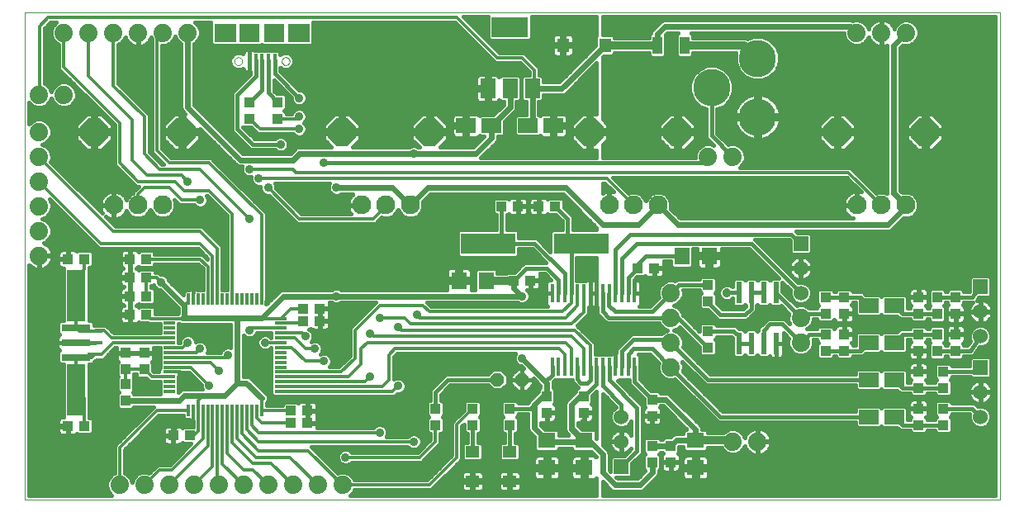
<source format=gtl>
G75*
G70*
%OFA0B0*%
%FSLAX24Y24*%
%IPPOS*%
%LPD*%
%AMOC8*
5,1,8,0,0,1.08239X$1,22.5*
%
%ADD10C,0.0010*%
%ADD11R,0.0472X0.0118*%
%ADD12R,0.0118X0.0472*%
%ADD13C,0.0760*%
%ADD14OC8,0.1107*%
%ADD15C,0.0740*%
%ADD16R,0.0394X0.0709*%
%ADD17R,0.0500X0.0579*%
%ADD18R,0.0394X0.0433*%
%ADD19R,0.0433X0.0394*%
%ADD20R,0.0590X0.0790*%
%ADD21R,0.1500X0.0790*%
%ADD22R,0.0787X0.0591*%
%ADD23R,0.1181X0.0315*%
%ADD24R,0.0760X0.2100*%
%ADD25R,0.0591X0.0157*%
%ADD26R,0.0150X0.0750*%
%ADD27R,0.2200X0.0840*%
%ADD28R,0.0600X0.0600*%
%ADD29C,0.0600*%
%ADD30R,0.0630X0.0709*%
%ADD31R,0.0709X0.0630*%
%ADD32R,0.0236X0.0866*%
%ADD33C,0.1500*%
%ADD34R,0.0551X0.0472*%
%ADD35OC8,0.0560*%
%ADD36R,0.0157X0.0551*%
%ADD37R,0.0787X0.0748*%
%ADD38C,0.0000*%
%ADD39R,0.0906X0.0748*%
%ADD40C,0.0160*%
%ADD41C,0.0356*%
%ADD42C,0.0120*%
%ADD43C,0.0320*%
%ADD44C,0.0240*%
D10*
X002650Y000376D02*
X002650Y020061D01*
X042020Y020061D01*
X042020Y000376D01*
X002650Y000376D01*
D11*
X008491Y004742D03*
X008491Y004939D03*
X008491Y005136D03*
X008491Y005333D03*
X008491Y005530D03*
X008491Y005727D03*
X008491Y005923D03*
X008491Y006120D03*
X008491Y006317D03*
X008491Y006514D03*
X008491Y006711D03*
X008491Y006908D03*
X008491Y007104D03*
X008491Y007301D03*
X008491Y007498D03*
X008491Y007695D03*
X012979Y007695D03*
X012979Y007498D03*
X012979Y007301D03*
X012979Y007104D03*
X012979Y006908D03*
X012979Y006711D03*
X012979Y006514D03*
X012979Y006317D03*
X012979Y006120D03*
X012979Y005923D03*
X012979Y005727D03*
X012979Y005530D03*
X012979Y005333D03*
X012979Y005136D03*
X012979Y004939D03*
X012979Y004742D03*
D12*
X012211Y003975D03*
X012014Y003975D03*
X011818Y003975D03*
X011621Y003975D03*
X011424Y003975D03*
X011227Y003975D03*
X011030Y003975D03*
X010833Y003975D03*
X010636Y003975D03*
X010440Y003975D03*
X010243Y003975D03*
X010046Y003975D03*
X009849Y003975D03*
X009652Y003975D03*
X009455Y003975D03*
X009258Y003975D03*
X009258Y008463D03*
X009455Y008463D03*
X009652Y008463D03*
X009849Y008463D03*
X010046Y008463D03*
X010243Y008463D03*
X010440Y008463D03*
X010636Y008463D03*
X010833Y008463D03*
X011030Y008463D03*
X011227Y008463D03*
X011424Y008463D03*
X011621Y008463D03*
X011818Y008463D03*
X012014Y008463D03*
X012211Y008463D03*
D13*
X008219Y012266D03*
X007235Y012266D03*
X006251Y012266D03*
X016251Y012266D03*
X017235Y012266D03*
X018219Y012266D03*
X026251Y012266D03*
X027235Y012266D03*
X028219Y012266D03*
X036251Y012266D03*
X037235Y012266D03*
X038219Y012266D03*
D14*
X039007Y015219D03*
X035463Y015219D03*
X029007Y015219D03*
X025463Y015219D03*
X019007Y015219D03*
X015463Y015219D03*
X009007Y015219D03*
X005463Y015219D03*
D15*
X003235Y015219D03*
X003235Y014219D03*
X003235Y013219D03*
X003235Y012219D03*
X003235Y011219D03*
X003235Y010219D03*
X003235Y016719D03*
X004235Y016719D03*
X004235Y019219D03*
X005235Y019219D03*
X006235Y019219D03*
X007235Y019219D03*
X008235Y019219D03*
X009235Y019219D03*
X028735Y008719D03*
X028735Y007719D03*
X028735Y006719D03*
X028735Y005719D03*
X033985Y006719D03*
X033985Y007719D03*
X032235Y002719D03*
X031235Y002719D03*
X015485Y000969D03*
X014485Y000969D03*
X013485Y000969D03*
X012485Y000969D03*
X011485Y000969D03*
X010485Y000969D03*
X009485Y000969D03*
X008485Y000969D03*
X007485Y000969D03*
X006485Y000969D03*
X030235Y014219D03*
X031235Y014219D03*
X036235Y019219D03*
X037235Y019219D03*
X038235Y019219D03*
D16*
X029286Y018719D03*
X028184Y018719D03*
D17*
X026081Y018719D03*
X024388Y018719D03*
D18*
X007569Y010094D03*
X006900Y010094D03*
X006735Y006303D03*
X007485Y006303D03*
X007485Y005634D03*
X006735Y005634D03*
X006735Y005053D03*
X006735Y004384D03*
X023735Y004553D03*
X023735Y003884D03*
X025235Y003884D03*
X025235Y004553D03*
X027985Y004428D03*
X027985Y003759D03*
X028735Y002553D03*
X028735Y001884D03*
X039485Y006384D03*
X040235Y006384D03*
X040235Y007053D03*
X039485Y007053D03*
X039485Y007884D03*
X040235Y007884D03*
X040235Y008553D03*
X039485Y008553D03*
D19*
X038735Y008553D03*
X038735Y007884D03*
X038735Y007053D03*
X038735Y006384D03*
X038735Y005553D03*
X039735Y005553D03*
X039735Y004884D03*
X038735Y004884D03*
X038735Y004053D03*
X039735Y004053D03*
X039735Y003384D03*
X038735Y003384D03*
X035735Y006384D03*
X034985Y006384D03*
X034985Y007053D03*
X035735Y007053D03*
X035735Y007884D03*
X034985Y007884D03*
X034985Y008553D03*
X035735Y008553D03*
X030235Y008384D03*
X030235Y009053D03*
X028069Y009719D03*
X027400Y009719D03*
X023069Y009219D03*
X022400Y009219D03*
X022569Y012219D03*
X021900Y012219D03*
X023400Y012219D03*
X024069Y012219D03*
X014569Y008094D03*
X013900Y008094D03*
X013900Y007594D03*
X014569Y007594D03*
X014069Y003969D03*
X013400Y003969D03*
X013400Y003469D03*
X014069Y003469D03*
X009319Y002969D03*
X008650Y002969D03*
X005069Y003344D03*
X004400Y003344D03*
X006900Y007844D03*
X007569Y007844D03*
X007569Y008594D03*
X006900Y008594D03*
X006900Y009344D03*
X007569Y009344D03*
X005069Y010094D03*
X004400Y010094D03*
X011735Y015759D03*
X011735Y016428D03*
X012860Y016428D03*
X012860Y015759D03*
X030235Y007178D03*
X030235Y006509D03*
X027985Y002553D03*
X027985Y001884D03*
X022235Y003384D03*
X022235Y004053D03*
X020735Y004053D03*
X020735Y003384D03*
X019235Y003384D03*
X019235Y004053D03*
D20*
X021345Y016979D03*
X022245Y016979D03*
X023145Y016979D03*
D21*
X022235Y019459D03*
D22*
X022973Y015469D03*
X023997Y015469D03*
X021497Y015469D03*
X020473Y015469D03*
X036723Y008219D03*
X037747Y008219D03*
X037747Y006719D03*
X036723Y006719D03*
X036723Y005219D03*
X037747Y005219D03*
X037747Y003719D03*
X036723Y003719D03*
D23*
X004735Y006128D03*
X004735Y006719D03*
X004735Y007309D03*
D24*
X004735Y008619D03*
X004735Y004819D03*
D25*
X005485Y006246D03*
X005485Y006719D03*
X005485Y007191D03*
D26*
X023944Y005741D03*
X024199Y005741D03*
X024455Y005741D03*
X024711Y005741D03*
X024967Y005741D03*
X025223Y005741D03*
X025479Y005741D03*
X025735Y005741D03*
X025991Y005741D03*
X026247Y005741D03*
X026503Y005741D03*
X026758Y005741D03*
X027014Y005741D03*
X027270Y005741D03*
X027270Y008696D03*
X027014Y008696D03*
X026758Y008696D03*
X026503Y008696D03*
X026247Y008696D03*
X025991Y008696D03*
X025735Y008696D03*
X025479Y008696D03*
X025223Y008696D03*
X024967Y008696D03*
X024711Y008696D03*
X024455Y008696D03*
X024199Y008696D03*
X023944Y008696D03*
D27*
X025114Y010719D03*
X021355Y010719D03*
D28*
X033985Y010719D03*
X041235Y008969D03*
X041235Y005719D03*
X026735Y001719D03*
D29*
X026735Y002719D03*
X026735Y003719D03*
X033985Y008719D03*
X033985Y009719D03*
X041235Y007969D03*
X041235Y006969D03*
X041235Y004719D03*
X041235Y003719D03*
D30*
X030286Y010219D03*
X029184Y010219D03*
X021286Y009219D03*
X020184Y009219D03*
D31*
X023735Y002770D03*
X025235Y002770D03*
X025235Y001667D03*
X023735Y001667D03*
X029735Y001667D03*
X029735Y002770D03*
D32*
X031485Y006695D03*
X031985Y006695D03*
X032485Y006695D03*
X032985Y006695D03*
X032985Y008742D03*
X032485Y008742D03*
X031985Y008742D03*
X031485Y008742D03*
D33*
X032235Y015825D03*
X030384Y017006D03*
X032235Y018187D03*
D34*
X022235Y002309D03*
X020735Y002309D03*
X020735Y001128D03*
X022235Y001128D03*
D35*
X022735Y005219D03*
X021735Y005219D03*
D36*
X012747Y018097D03*
X012491Y018097D03*
X012235Y018097D03*
X011979Y018097D03*
X011723Y018097D03*
D37*
X011743Y019219D03*
X012727Y019219D03*
D38*
X013376Y019219D02*
X013378Y019252D01*
X013384Y019284D01*
X013393Y019315D01*
X013406Y019345D01*
X013423Y019373D01*
X013443Y019399D01*
X013466Y019423D01*
X013491Y019443D01*
X013519Y019461D01*
X013548Y019475D01*
X013579Y019485D01*
X013611Y019492D01*
X013644Y019495D01*
X013677Y019494D01*
X013709Y019489D01*
X013740Y019480D01*
X013771Y019468D01*
X013799Y019452D01*
X013826Y019433D01*
X013850Y019411D01*
X013871Y019386D01*
X013890Y019359D01*
X013905Y019330D01*
X013916Y019300D01*
X013924Y019268D01*
X013928Y019235D01*
X013928Y019203D01*
X013924Y019170D01*
X013916Y019138D01*
X013905Y019108D01*
X013890Y019079D01*
X013871Y019052D01*
X013850Y019027D01*
X013826Y019005D01*
X013799Y018986D01*
X013771Y018970D01*
X013740Y018958D01*
X013709Y018949D01*
X013677Y018944D01*
X013644Y018943D01*
X013611Y018946D01*
X013579Y018953D01*
X013548Y018963D01*
X013519Y018977D01*
X013491Y018995D01*
X013466Y019015D01*
X013443Y019039D01*
X013423Y019065D01*
X013406Y019093D01*
X013393Y019123D01*
X013384Y019154D01*
X013378Y019186D01*
X013376Y019219D01*
X013033Y018077D02*
X013035Y018102D01*
X013041Y018126D01*
X013050Y018148D01*
X013063Y018169D01*
X013079Y018188D01*
X013098Y018204D01*
X013119Y018217D01*
X013141Y018226D01*
X013165Y018232D01*
X013190Y018234D01*
X013215Y018232D01*
X013239Y018226D01*
X013261Y018217D01*
X013282Y018204D01*
X013301Y018188D01*
X013317Y018169D01*
X013330Y018148D01*
X013339Y018126D01*
X013345Y018102D01*
X013347Y018077D01*
X013345Y018052D01*
X013339Y018028D01*
X013330Y018006D01*
X013317Y017985D01*
X013301Y017966D01*
X013282Y017950D01*
X013261Y017937D01*
X013239Y017928D01*
X013215Y017922D01*
X013190Y017920D01*
X013165Y017922D01*
X013141Y017928D01*
X013119Y017937D01*
X013098Y017950D01*
X013079Y017966D01*
X013063Y017985D01*
X013050Y018006D01*
X013041Y018028D01*
X013035Y018052D01*
X013033Y018077D01*
X011123Y018077D02*
X011125Y018102D01*
X011131Y018126D01*
X011140Y018148D01*
X011153Y018169D01*
X011169Y018188D01*
X011188Y018204D01*
X011209Y018217D01*
X011231Y018226D01*
X011255Y018232D01*
X011280Y018234D01*
X011305Y018232D01*
X011329Y018226D01*
X011351Y018217D01*
X011372Y018204D01*
X011391Y018188D01*
X011407Y018169D01*
X011420Y018148D01*
X011429Y018126D01*
X011435Y018102D01*
X011437Y018077D01*
X011435Y018052D01*
X011429Y018028D01*
X011420Y018006D01*
X011407Y017985D01*
X011391Y017966D01*
X011372Y017950D01*
X011351Y017937D01*
X011329Y017928D01*
X011305Y017922D01*
X011280Y017920D01*
X011255Y017922D01*
X011231Y017928D01*
X011209Y017937D01*
X011188Y017950D01*
X011169Y017966D01*
X011153Y017985D01*
X011140Y018006D01*
X011131Y018028D01*
X011125Y018052D01*
X011123Y018077D01*
X010542Y019219D02*
X010544Y019252D01*
X010550Y019284D01*
X010559Y019315D01*
X010572Y019345D01*
X010589Y019373D01*
X010609Y019399D01*
X010632Y019423D01*
X010657Y019443D01*
X010685Y019461D01*
X010714Y019475D01*
X010745Y019485D01*
X010777Y019492D01*
X010810Y019495D01*
X010843Y019494D01*
X010875Y019489D01*
X010906Y019480D01*
X010937Y019468D01*
X010965Y019452D01*
X010992Y019433D01*
X011016Y019411D01*
X011037Y019386D01*
X011056Y019359D01*
X011071Y019330D01*
X011082Y019300D01*
X011090Y019268D01*
X011094Y019235D01*
X011094Y019203D01*
X011090Y019170D01*
X011082Y019138D01*
X011071Y019108D01*
X011056Y019079D01*
X011037Y019052D01*
X011016Y019027D01*
X010992Y019005D01*
X010965Y018986D01*
X010937Y018970D01*
X010906Y018958D01*
X010875Y018949D01*
X010843Y018944D01*
X010810Y018943D01*
X010777Y018946D01*
X010745Y018953D01*
X010714Y018963D01*
X010685Y018977D01*
X010657Y018995D01*
X010632Y019015D01*
X010609Y019039D01*
X010589Y019065D01*
X010572Y019093D01*
X010559Y019123D01*
X010550Y019154D01*
X010544Y019186D01*
X010542Y019219D01*
D39*
X010758Y019219D03*
X013711Y019219D03*
D40*
X014304Y019239D02*
X020432Y019239D01*
X020273Y019397D02*
X014304Y019397D01*
X014304Y019556D02*
X020115Y019556D01*
X020027Y019644D02*
X021535Y018136D01*
X021652Y018019D01*
X022652Y018019D01*
X023035Y017636D01*
X023035Y017514D01*
X022792Y017514D01*
X022710Y017432D01*
X022710Y016526D01*
X022792Y016444D01*
X022885Y016444D01*
X022885Y015904D01*
X022521Y015904D01*
X022439Y015822D01*
X022439Y015115D01*
X022521Y015033D01*
X023425Y015033D01*
X023457Y015066D01*
X023459Y015063D01*
X023492Y015029D01*
X023533Y015006D01*
X023579Y014993D01*
X023929Y014993D01*
X023929Y015401D01*
X024064Y015401D01*
X024064Y014993D01*
X024414Y014993D01*
X024460Y015006D01*
X024501Y015029D01*
X024534Y015063D01*
X024558Y015104D01*
X024570Y015150D01*
X024570Y015401D01*
X024064Y015401D01*
X024064Y015536D01*
X023929Y015536D01*
X023929Y015944D01*
X023579Y015944D01*
X023533Y015932D01*
X023492Y015908D01*
X023459Y015874D01*
X023457Y015871D01*
X023425Y015904D01*
X023405Y015904D01*
X023405Y016444D01*
X023498Y016444D01*
X023580Y016526D01*
X023580Y016719D01*
X024393Y016719D01*
X024489Y016758D01*
X025735Y018004D01*
X025735Y015952D01*
X025543Y015952D01*
X025543Y015299D01*
X025383Y015299D01*
X025383Y015952D01*
X025159Y015952D01*
X024729Y015523D01*
X024729Y015299D01*
X025383Y015299D01*
X025383Y015139D01*
X024729Y015139D01*
X024729Y014915D01*
X025159Y014485D01*
X025383Y014485D01*
X025383Y015139D01*
X025543Y015139D01*
X025543Y014485D01*
X025735Y014485D01*
X025735Y014189D01*
X021073Y014189D01*
X021080Y014196D01*
X021644Y014760D01*
X021717Y014833D01*
X021757Y014929D01*
X021757Y015033D01*
X021948Y015033D01*
X022030Y015115D01*
X022030Y015635D01*
X022465Y016070D01*
X022505Y016165D01*
X022505Y016444D01*
X022598Y016444D01*
X022680Y016526D01*
X022680Y017432D01*
X022598Y017514D01*
X021892Y017514D01*
X021810Y017432D01*
X021808Y017443D01*
X021784Y017484D01*
X021750Y017518D01*
X021709Y017541D01*
X021664Y017554D01*
X021412Y017554D01*
X021412Y017046D01*
X021277Y017046D01*
X021277Y016911D01*
X020870Y016911D01*
X020870Y016560D01*
X020882Y016514D01*
X020906Y016473D01*
X020939Y016440D01*
X020980Y016416D01*
X021026Y016404D01*
X021277Y016404D01*
X021277Y016911D01*
X021412Y016911D01*
X021412Y016404D01*
X021664Y016404D01*
X021709Y016416D01*
X021750Y016440D01*
X021784Y016473D01*
X021808Y016514D01*
X021810Y016525D01*
X021892Y016444D01*
X021985Y016444D01*
X021985Y016325D01*
X021564Y015904D01*
X021045Y015904D01*
X021013Y015871D01*
X021011Y015874D01*
X020977Y015908D01*
X020936Y015932D01*
X020890Y015944D01*
X020541Y015944D01*
X020541Y015536D01*
X020405Y015536D01*
X020405Y015401D01*
X019899Y015401D01*
X019899Y015150D01*
X019912Y015104D01*
X019935Y015063D01*
X019969Y015029D01*
X020010Y015006D01*
X020056Y014993D01*
X020405Y014993D01*
X020405Y015401D01*
X020541Y015401D01*
X020541Y014993D01*
X020890Y014993D01*
X020936Y015006D01*
X020977Y015029D01*
X021011Y015063D01*
X021013Y015066D01*
X021045Y015033D01*
X021182Y015033D01*
X020752Y014604D01*
X019429Y014604D01*
X019740Y014915D01*
X019740Y015139D01*
X019087Y015139D01*
X019087Y015299D01*
X019740Y015299D01*
X019740Y015523D01*
X019310Y015952D01*
X019087Y015952D01*
X019087Y015299D01*
X018927Y015299D01*
X018927Y015952D01*
X018703Y015952D01*
X018273Y015523D01*
X018273Y015299D01*
X018926Y015299D01*
X018926Y015139D01*
X018273Y015139D01*
X018273Y014915D01*
X018584Y014604D01*
X018550Y014604D01*
X018540Y014613D01*
X018423Y014662D01*
X018297Y014662D01*
X018180Y014613D01*
X018170Y014604D01*
X015886Y014604D01*
X016197Y014915D01*
X016197Y015139D01*
X015543Y015139D01*
X015543Y015299D01*
X015383Y015299D01*
X015383Y015952D01*
X015159Y015952D01*
X014729Y015523D01*
X014729Y015299D01*
X015383Y015299D01*
X015383Y015139D01*
X014729Y015139D01*
X014729Y014915D01*
X015041Y014604D01*
X013683Y014604D01*
X013588Y014564D01*
X013514Y014491D01*
X013377Y014354D01*
X011468Y014354D01*
X009495Y016326D01*
X009495Y018774D01*
X009524Y018786D01*
X009667Y018930D01*
X009745Y019117D01*
X009745Y019320D01*
X009667Y019508D01*
X009531Y019644D01*
X010166Y019644D01*
X010166Y018787D01*
X010248Y018705D01*
X011269Y018705D01*
X011280Y018716D01*
X011291Y018705D01*
X012194Y018705D01*
X012235Y018745D01*
X012275Y018705D01*
X013179Y018705D01*
X013190Y018716D01*
X013200Y018705D01*
X014222Y018705D01*
X014304Y018787D01*
X014304Y019644D01*
X020027Y019644D01*
X020360Y019876D02*
X021818Y018419D01*
X022818Y018419D01*
X022935Y018301D01*
X022935Y018301D01*
X023318Y017919D01*
X023435Y017801D01*
X023435Y017514D01*
X023498Y017514D01*
X023580Y017432D01*
X023580Y017239D01*
X024234Y017239D01*
X025691Y018696D01*
X025691Y019066D01*
X025735Y019110D01*
X025735Y019876D01*
X023125Y019876D01*
X023125Y019006D01*
X023043Y018924D01*
X021427Y018924D01*
X021345Y019006D01*
X021345Y019876D01*
X020360Y019876D01*
X020364Y019873D02*
X021345Y019873D01*
X021345Y019714D02*
X020522Y019714D01*
X020681Y019556D02*
X021345Y019556D01*
X021345Y019397D02*
X020839Y019397D01*
X020998Y019239D02*
X021345Y019239D01*
X021345Y019080D02*
X021156Y019080D01*
X021315Y018922D02*
X023958Y018922D01*
X023958Y019032D02*
X023958Y018764D01*
X024343Y018764D01*
X024343Y018674D01*
X023958Y018674D01*
X023958Y018406D01*
X023971Y018360D01*
X023994Y018319D01*
X024028Y018285D01*
X024069Y018262D01*
X024115Y018249D01*
X024343Y018249D01*
X024343Y018674D01*
X024433Y018674D01*
X024433Y018249D01*
X024662Y018249D01*
X024708Y018262D01*
X024749Y018285D01*
X024782Y018319D01*
X024806Y018360D01*
X024818Y018406D01*
X024818Y018674D01*
X024433Y018674D01*
X024433Y018764D01*
X024343Y018764D01*
X024343Y019188D01*
X024115Y019188D01*
X024069Y019176D01*
X024028Y019152D01*
X023994Y019119D01*
X023971Y019077D01*
X023958Y019032D01*
X023972Y019080D02*
X023125Y019080D01*
X023125Y019239D02*
X025735Y019239D01*
X025735Y019397D02*
X023125Y019397D01*
X023125Y019556D02*
X025735Y019556D01*
X025735Y019714D02*
X023125Y019714D01*
X023125Y019873D02*
X025735Y019873D01*
X025985Y019873D02*
X041835Y019873D01*
X041835Y019876D02*
X041835Y000561D01*
X025985Y000561D01*
X025985Y001101D01*
X026264Y000821D01*
X026338Y000748D01*
X026433Y000709D01*
X027537Y000709D01*
X027632Y000748D01*
X028205Y001321D01*
X028245Y001417D01*
X028245Y001547D01*
X028259Y001547D01*
X028341Y001629D01*
X028341Y002139D01*
X028262Y002219D01*
X028336Y002293D01*
X028398Y002293D01*
X028398Y002279D01*
X028322Y002279D01*
X028398Y002279D02*
X028430Y002246D01*
X028427Y002245D01*
X028394Y002211D01*
X028370Y002170D01*
X028358Y002124D01*
X028358Y001902D01*
X028716Y001902D01*
X028716Y001866D01*
X028358Y001866D01*
X028358Y001644D01*
X028370Y001598D01*
X028394Y001557D01*
X028427Y001523D01*
X028469Y001500D01*
X028514Y001487D01*
X028716Y001487D01*
X028716Y001866D01*
X028753Y001866D01*
X028753Y001902D01*
X029112Y001902D01*
X029112Y002124D01*
X029099Y002170D01*
X029076Y002211D01*
X029042Y002245D01*
X029039Y002246D01*
X029072Y002279D01*
X030963Y002279D01*
X030946Y002286D02*
X031133Y002209D01*
X031336Y002209D01*
X031524Y002286D01*
X031667Y002430D01*
X031714Y002542D01*
X031725Y002508D01*
X031764Y002430D01*
X031815Y002360D01*
X031877Y002299D01*
X031947Y002248D01*
X032024Y002209D01*
X032106Y002182D01*
X032192Y002169D01*
X032215Y002169D01*
X032215Y002699D01*
X032255Y002699D01*
X032255Y002739D01*
X032215Y002739D01*
X032215Y003269D01*
X032192Y003269D01*
X032106Y003255D01*
X032024Y003228D01*
X031947Y003189D01*
X031877Y003138D01*
X031815Y003077D01*
X031764Y003007D01*
X031725Y002930D01*
X031714Y002895D01*
X031667Y003008D01*
X031524Y003151D01*
X031336Y003229D01*
X031133Y003229D01*
X030946Y003151D01*
X030865Y003070D01*
X030229Y003070D01*
X030229Y003143D01*
X030147Y003225D01*
X029995Y003225D01*
X029995Y003270D01*
X029955Y003366D01*
X029882Y003439D01*
X028672Y004649D01*
X028577Y004688D01*
X028322Y004688D01*
X028322Y004703D01*
X028240Y004785D01*
X027939Y004785D01*
X027490Y005234D01*
X027490Y005833D01*
X027485Y005838D01*
X027485Y006174D01*
X027411Y006249D01*
X027894Y006249D01*
X028253Y005889D01*
X028225Y005820D01*
X028225Y005617D01*
X028302Y005430D01*
X028446Y005286D01*
X028633Y005209D01*
X028836Y005209D01*
X028905Y005237D01*
X030644Y003499D01*
X036189Y003499D01*
X036189Y003365D01*
X036271Y003283D01*
X037175Y003283D01*
X037235Y003343D01*
X037295Y003283D01*
X037871Y003283D01*
X037990Y003164D01*
X038378Y003164D01*
X038378Y003129D01*
X038460Y003047D01*
X039009Y003047D01*
X039091Y003129D01*
X039091Y003164D01*
X039378Y003164D01*
X039378Y003129D01*
X039460Y003047D01*
X040009Y003047D01*
X040091Y003129D01*
X040091Y003639D01*
X040012Y003719D01*
X040091Y003798D01*
X040091Y003833D01*
X040806Y003833D01*
X040795Y003806D01*
X040795Y003631D01*
X040862Y003469D01*
X040986Y003346D01*
X041147Y003279D01*
X041322Y003279D01*
X041484Y003346D01*
X041608Y003469D01*
X041675Y003631D01*
X041675Y003806D01*
X041608Y003968D01*
X041484Y004092D01*
X041322Y004159D01*
X041147Y004159D01*
X041118Y004147D01*
X040991Y004273D01*
X040091Y004273D01*
X040091Y004308D01*
X040009Y004390D01*
X039460Y004390D01*
X039378Y004308D01*
X039378Y003798D01*
X039458Y003719D01*
X039378Y003639D01*
X039378Y003604D01*
X039091Y003604D01*
X039091Y003639D01*
X039034Y003696D01*
X039062Y003712D01*
X039095Y003746D01*
X039119Y003787D01*
X039131Y003833D01*
X039131Y004035D01*
X038753Y004035D01*
X038753Y004072D01*
X038716Y004072D01*
X038716Y004035D01*
X038338Y004035D01*
X038338Y003833D01*
X038351Y003787D01*
X038374Y003746D01*
X038408Y003712D01*
X038436Y003696D01*
X038378Y003639D01*
X038378Y003604D01*
X038280Y003604D01*
X038280Y004072D01*
X038198Y004154D01*
X037295Y004154D01*
X037235Y004094D01*
X037175Y004154D01*
X036271Y004154D01*
X036189Y004072D01*
X036189Y003939D01*
X030826Y003939D01*
X029216Y005548D01*
X029245Y005617D01*
X029245Y005820D01*
X029190Y005952D01*
X030144Y004999D01*
X036189Y004999D01*
X036189Y004865D01*
X036271Y004783D01*
X037175Y004783D01*
X037235Y004843D01*
X037295Y004783D01*
X037871Y004783D01*
X037990Y004664D01*
X038378Y004664D01*
X038378Y004629D01*
X038460Y004547D01*
X039009Y004547D01*
X039091Y004629D01*
X039091Y004664D01*
X039378Y004664D01*
X039378Y004629D01*
X039460Y004547D01*
X040009Y004547D01*
X040091Y004629D01*
X040091Y005139D01*
X040012Y005219D01*
X040091Y005298D01*
X040091Y005333D01*
X040822Y005333D01*
X040877Y005279D01*
X041593Y005279D01*
X041675Y005361D01*
X041675Y006077D01*
X041593Y006159D01*
X040877Y006159D01*
X040795Y006077D01*
X040795Y005773D01*
X040091Y005773D01*
X040091Y005808D01*
X040009Y005890D01*
X039460Y005890D01*
X039378Y005808D01*
X039378Y005298D01*
X039458Y005219D01*
X039378Y005139D01*
X039378Y005104D01*
X039091Y005104D01*
X039091Y005139D01*
X039034Y005196D01*
X039062Y005212D01*
X039095Y005246D01*
X039119Y005287D01*
X039131Y005333D01*
X039131Y005535D01*
X038753Y005535D01*
X038753Y005572D01*
X038716Y005572D01*
X038716Y005535D01*
X038338Y005535D01*
X038338Y005333D01*
X038351Y005287D01*
X038374Y005246D01*
X038408Y005212D01*
X038436Y005196D01*
X038378Y005139D01*
X038378Y005104D01*
X038280Y005104D01*
X038280Y005572D01*
X038198Y005654D01*
X037295Y005654D01*
X037235Y005594D01*
X037175Y005654D01*
X036271Y005654D01*
X036189Y005572D01*
X036189Y005439D01*
X030326Y005439D01*
X029216Y006548D01*
X029245Y006617D01*
X029245Y006820D01*
X029167Y007008D01*
X029024Y007151D01*
X028860Y007219D01*
X029024Y007286D01*
X029085Y007348D01*
X029878Y006554D01*
X029878Y006254D01*
X029960Y006172D01*
X030509Y006172D01*
X030591Y006254D01*
X030591Y006764D01*
X030512Y006844D01*
X030591Y006923D01*
X030591Y006958D01*
X031184Y006958D01*
X031227Y006916D01*
X031227Y006204D01*
X031309Y006122D01*
X031661Y006122D01*
X031735Y006196D01*
X031809Y006122D01*
X032161Y006122D01*
X032235Y006196D01*
X032309Y006122D01*
X032661Y006122D01*
X032711Y006172D01*
X032723Y006151D01*
X032756Y006118D01*
X032797Y006094D01*
X032843Y006082D01*
X032985Y006082D01*
X033127Y006082D01*
X033172Y006094D01*
X033213Y006118D01*
X033247Y006151D01*
X033271Y006192D01*
X033283Y006238D01*
X033283Y006695D01*
X032985Y006695D01*
X033283Y006695D01*
X033283Y007109D01*
X033503Y006889D01*
X033475Y006820D01*
X033475Y006617D01*
X033552Y006430D01*
X033696Y006286D01*
X033883Y006209D01*
X034086Y006209D01*
X034274Y006286D01*
X034417Y006430D01*
X034495Y006617D01*
X034495Y006820D01*
X034489Y006833D01*
X034628Y006833D01*
X034628Y006798D01*
X034708Y006719D01*
X034628Y006639D01*
X034628Y006129D01*
X034710Y006047D01*
X035259Y006047D01*
X035341Y006129D01*
X035341Y006164D01*
X035378Y006164D01*
X035378Y006129D01*
X035460Y006047D01*
X036009Y006047D01*
X036091Y006129D01*
X036091Y006164D01*
X036480Y006164D01*
X036599Y006283D01*
X037175Y006283D01*
X037235Y006343D01*
X037295Y006283D01*
X038198Y006283D01*
X038280Y006365D01*
X038280Y006833D01*
X038378Y006833D01*
X038378Y006798D01*
X038436Y006741D01*
X038408Y006725D01*
X038374Y006691D01*
X038351Y006650D01*
X038338Y006605D01*
X038338Y006402D01*
X038716Y006402D01*
X038716Y006366D01*
X038338Y006366D01*
X038338Y006163D01*
X038351Y006118D01*
X038374Y006077D01*
X038408Y006043D01*
X038449Y006019D01*
X038495Y006007D01*
X038716Y006007D01*
X038716Y006366D01*
X038753Y006366D01*
X038753Y006402D01*
X039131Y006402D01*
X039131Y006605D01*
X039119Y006650D01*
X039095Y006691D01*
X039062Y006725D01*
X039034Y006741D01*
X039091Y006798D01*
X039091Y006833D01*
X039148Y006833D01*
X039148Y006779D01*
X039208Y006719D01*
X039148Y006659D01*
X039148Y006109D01*
X039230Y006027D01*
X039740Y006027D01*
X039822Y006109D01*
X039822Y006164D01*
X039898Y006164D01*
X039898Y006109D01*
X039980Y006027D01*
X040490Y006027D01*
X040572Y006109D01*
X040572Y006164D01*
X040749Y006164D01*
X040766Y006152D01*
X040838Y006164D01*
X040911Y006164D01*
X040925Y006179D01*
X040946Y006182D01*
X040988Y006241D01*
X041039Y006293D01*
X041039Y006314D01*
X041192Y006529D01*
X041322Y006529D01*
X041484Y006596D01*
X041608Y006719D01*
X041675Y006881D01*
X041675Y007056D01*
X041608Y007218D01*
X041484Y007342D01*
X041322Y007409D01*
X041147Y007409D01*
X040986Y007342D01*
X040862Y007218D01*
X040795Y007056D01*
X040795Y006881D01*
X040835Y006785D01*
X040706Y006604D01*
X040572Y006604D01*
X040572Y006659D01*
X040539Y006691D01*
X040542Y006693D01*
X040576Y006726D01*
X040599Y006767D01*
X040612Y006813D01*
X040612Y007035D01*
X040253Y007035D01*
X040253Y007072D01*
X040216Y007072D01*
X040216Y007035D01*
X039858Y007035D01*
X039858Y006813D01*
X039870Y006767D01*
X039894Y006726D01*
X039927Y006693D01*
X039930Y006691D01*
X039898Y006659D01*
X039898Y006604D01*
X039822Y006604D01*
X039822Y006659D01*
X039762Y006719D01*
X039822Y006779D01*
X039822Y007328D01*
X039740Y007410D01*
X039230Y007410D01*
X039148Y007328D01*
X039148Y007273D01*
X039091Y007273D01*
X039091Y007308D01*
X039009Y007390D01*
X038460Y007390D01*
X038378Y007308D01*
X038378Y007273D01*
X037990Y007273D01*
X037871Y007154D01*
X037295Y007154D01*
X037235Y007094D01*
X037175Y007154D01*
X036271Y007154D01*
X036189Y007072D01*
X036189Y006604D01*
X036091Y006604D01*
X036091Y006639D01*
X036034Y006696D01*
X036062Y006712D01*
X036095Y006746D01*
X036119Y006787D01*
X036131Y006833D01*
X036131Y007035D01*
X035753Y007035D01*
X035753Y007072D01*
X035716Y007072D01*
X035716Y007430D01*
X035495Y007430D01*
X035449Y007418D01*
X035408Y007394D01*
X035374Y007361D01*
X035351Y007320D01*
X035341Y007285D01*
X035341Y007308D01*
X035259Y007390D01*
X034710Y007390D01*
X034628Y007308D01*
X034628Y007273D01*
X034242Y007273D01*
X034274Y007286D01*
X034417Y007430D01*
X034495Y007617D01*
X034495Y007664D01*
X034628Y007664D01*
X034628Y007629D01*
X034710Y007547D01*
X035259Y007547D01*
X035341Y007629D01*
X035341Y007652D01*
X035351Y007618D01*
X035374Y007577D01*
X035408Y007543D01*
X035449Y007519D01*
X035495Y007507D01*
X035716Y007507D01*
X035716Y007866D01*
X035753Y007866D01*
X035753Y007902D01*
X036131Y007902D01*
X036131Y008105D01*
X036119Y008150D01*
X036095Y008191D01*
X036062Y008225D01*
X036034Y008241D01*
X036091Y008298D01*
X036091Y008333D01*
X036189Y008333D01*
X036189Y007865D01*
X036271Y007783D01*
X037175Y007783D01*
X037235Y007843D01*
X037295Y007783D01*
X037871Y007783D01*
X037990Y007664D01*
X038378Y007664D01*
X038378Y007629D01*
X038460Y007547D01*
X039009Y007547D01*
X039091Y007629D01*
X039091Y007664D01*
X039148Y007664D01*
X039148Y007609D01*
X039230Y007527D01*
X039740Y007527D01*
X039822Y007609D01*
X039822Y008159D01*
X039762Y008219D01*
X039822Y008279D01*
X039822Y008333D01*
X039898Y008333D01*
X039898Y008279D01*
X039930Y008246D01*
X039927Y008245D01*
X039894Y008211D01*
X039870Y008170D01*
X039858Y008124D01*
X039858Y007902D01*
X040216Y007902D01*
X040216Y007866D01*
X039858Y007866D01*
X039858Y007644D01*
X039870Y007598D01*
X039894Y007557D01*
X039927Y007523D01*
X039969Y007500D01*
X040014Y007487D01*
X040216Y007487D01*
X040216Y007866D01*
X040253Y007866D01*
X040253Y007902D01*
X040612Y007902D01*
X040612Y008124D01*
X040599Y008170D01*
X040576Y008211D01*
X040542Y008245D01*
X040539Y008246D01*
X040572Y008279D01*
X040572Y008333D01*
X040823Y008333D01*
X040833Y008325D01*
X040912Y008333D01*
X040921Y008333D01*
X040869Y008281D01*
X040824Y008220D01*
X040790Y008153D01*
X040767Y008081D01*
X040755Y008006D01*
X040755Y007979D01*
X041225Y007979D01*
X041225Y008449D01*
X041197Y008449D01*
X041122Y008437D01*
X041082Y008424D01*
X041120Y008462D01*
X041120Y008476D01*
X041163Y008529D01*
X041593Y008529D01*
X041675Y008611D01*
X041675Y009327D01*
X041593Y009409D01*
X040877Y009409D01*
X040795Y009327D01*
X040795Y008773D01*
X040572Y008773D01*
X040572Y008828D01*
X040490Y008910D01*
X039980Y008910D01*
X039898Y008828D01*
X039898Y008773D01*
X039822Y008773D01*
X039822Y008828D01*
X039740Y008910D01*
X039230Y008910D01*
X039148Y008828D01*
X039148Y008279D01*
X039208Y008219D01*
X039148Y008159D01*
X039148Y008104D01*
X039091Y008104D01*
X039091Y008139D01*
X039034Y008196D01*
X039062Y008212D01*
X039095Y008246D01*
X039119Y008287D01*
X039131Y008333D01*
X039131Y008535D01*
X038753Y008535D01*
X038753Y008572D01*
X038716Y008572D01*
X038716Y008535D01*
X038338Y008535D01*
X038338Y008333D01*
X038351Y008287D01*
X038374Y008246D01*
X038408Y008212D01*
X038436Y008196D01*
X038378Y008139D01*
X038378Y008104D01*
X038280Y008104D01*
X038280Y008572D01*
X038198Y008654D01*
X037295Y008654D01*
X037235Y008594D01*
X037175Y008654D01*
X036599Y008654D01*
X036480Y008773D01*
X036091Y008773D01*
X036091Y008808D01*
X036009Y008890D01*
X035460Y008890D01*
X035378Y008808D01*
X035378Y008773D01*
X035341Y008773D01*
X035341Y008808D01*
X035259Y008890D01*
X034710Y008890D01*
X034628Y008808D01*
X034628Y008298D01*
X034708Y008219D01*
X034628Y008139D01*
X034628Y008104D01*
X034321Y008104D01*
X034274Y008151D01*
X034086Y008229D01*
X033883Y008229D01*
X033815Y008200D01*
X033243Y008772D01*
X033243Y009149D01*
X033557Y008835D01*
X033545Y008806D01*
X033545Y008631D01*
X033612Y008469D01*
X033736Y008346D01*
X033897Y008279D01*
X034072Y008279D01*
X034234Y008346D01*
X034358Y008469D01*
X034425Y008631D01*
X034425Y008806D01*
X034358Y008968D01*
X034234Y009092D01*
X034072Y009159D01*
X033897Y009159D01*
X033868Y009147D01*
X032141Y010874D01*
X033519Y010874D01*
X033545Y010848D01*
X033545Y010361D01*
X033627Y010279D01*
X034343Y010279D01*
X034425Y010361D01*
X034425Y011077D01*
X034343Y011159D01*
X033856Y011159D01*
X033806Y011209D01*
X037537Y011209D01*
X037632Y011248D01*
X037705Y011321D01*
X038130Y011746D01*
X038323Y011746D01*
X038514Y011825D01*
X038660Y011971D01*
X038739Y012162D01*
X038739Y012369D01*
X038660Y012560D01*
X038514Y012707D01*
X038323Y012786D01*
X038116Y012786D01*
X038081Y012772D01*
X037995Y012858D01*
X037995Y018611D01*
X038105Y018721D01*
X038133Y018709D01*
X038336Y018709D01*
X038524Y018786D01*
X038667Y018930D01*
X038745Y019117D01*
X038745Y019320D01*
X038667Y019508D01*
X038524Y019651D01*
X038336Y019729D01*
X038133Y019729D01*
X037946Y019651D01*
X037802Y019508D01*
X037756Y019395D01*
X037745Y019430D01*
X037705Y019507D01*
X037654Y019577D01*
X037593Y019638D01*
X037523Y019689D01*
X037446Y019728D01*
X037364Y019755D01*
X037278Y019769D01*
X037255Y019769D01*
X037255Y019239D01*
X037215Y019239D01*
X037215Y019769D01*
X037192Y019769D01*
X037106Y019755D01*
X037024Y019728D01*
X036947Y019689D01*
X036877Y019638D01*
X036815Y019577D01*
X036764Y019507D01*
X036725Y019430D01*
X036714Y019395D01*
X036667Y019508D01*
X036524Y019651D01*
X036336Y019729D01*
X036133Y019729D01*
X036085Y019709D01*
X036037Y019729D01*
X028433Y019729D01*
X028338Y019689D01*
X028264Y019616D01*
X027963Y019315D01*
X027924Y019219D01*
X027924Y019208D01*
X027847Y019131D01*
X027847Y019019D01*
X026471Y019019D01*
X026471Y019066D01*
X026389Y019148D01*
X025985Y019148D01*
X025985Y019876D01*
X041835Y019876D01*
X041835Y019714D02*
X038371Y019714D01*
X038098Y019714D02*
X037474Y019714D01*
X037255Y019714D02*
X037215Y019714D01*
X037215Y019556D02*
X037255Y019556D01*
X037255Y019397D02*
X037215Y019397D01*
X037215Y019239D02*
X037255Y019239D01*
X037255Y019199D02*
X037255Y018669D01*
X037278Y018669D01*
X037364Y018682D01*
X037446Y018709D01*
X037475Y018724D01*
X037475Y012729D01*
X037338Y012786D01*
X037131Y012786D01*
X037037Y012747D01*
X035990Y013794D01*
X031531Y013794D01*
X031667Y013930D01*
X031745Y014117D01*
X031745Y014320D01*
X031667Y014508D01*
X031524Y014651D01*
X031336Y014729D01*
X031133Y014729D01*
X031065Y014700D01*
X030604Y015160D01*
X030604Y016134D01*
X030889Y016252D01*
X031139Y016502D01*
X031274Y016829D01*
X031274Y017183D01*
X031139Y017510D01*
X030889Y017761D01*
X030561Y017896D01*
X030207Y017896D01*
X029880Y017761D01*
X029630Y017510D01*
X029494Y017183D01*
X029494Y016829D01*
X029630Y016502D01*
X029880Y016252D01*
X030164Y016134D01*
X030164Y014978D01*
X030468Y014674D01*
X030336Y014729D01*
X030133Y014729D01*
X029946Y014651D01*
X029802Y014508D01*
X029725Y014320D01*
X029725Y014189D01*
X025985Y014189D01*
X025985Y014703D01*
X026197Y014915D01*
X026197Y015139D01*
X025985Y015139D01*
X025985Y015299D01*
X026197Y015299D01*
X026197Y015523D01*
X025985Y015735D01*
X025985Y018254D01*
X026020Y018289D01*
X026389Y018289D01*
X026471Y018371D01*
X026471Y018419D01*
X027847Y018419D01*
X027847Y018306D01*
X027929Y018224D01*
X028439Y018224D01*
X028521Y018306D01*
X028521Y019131D01*
X028518Y019134D01*
X028593Y019209D01*
X029027Y019209D01*
X028949Y019131D01*
X028949Y018306D01*
X029031Y018224D01*
X029541Y018224D01*
X029623Y018306D01*
X029623Y018419D01*
X031367Y018419D01*
X031345Y018364D01*
X031345Y018010D01*
X031480Y017683D01*
X031731Y017433D01*
X032058Y017297D01*
X032412Y017297D01*
X032739Y017433D01*
X032989Y017683D01*
X033125Y018010D01*
X033125Y018364D01*
X032989Y018691D01*
X032739Y018942D01*
X032412Y019077D01*
X032058Y019077D01*
X031840Y018987D01*
X031763Y019019D01*
X029623Y019019D01*
X029623Y019131D01*
X029545Y019209D01*
X035725Y019209D01*
X035725Y019117D01*
X035802Y018930D01*
X035946Y018786D01*
X036133Y018709D01*
X036336Y018709D01*
X036524Y018786D01*
X036667Y018930D01*
X036714Y019042D01*
X036725Y019008D01*
X036764Y018930D01*
X036815Y018860D01*
X036877Y018799D01*
X036947Y018748D01*
X037024Y018709D01*
X037106Y018682D01*
X037192Y018669D01*
X037215Y018669D01*
X037215Y019199D01*
X037255Y019199D01*
X037255Y019080D02*
X037215Y019080D01*
X037215Y018922D02*
X037255Y018922D01*
X037255Y018763D02*
X037215Y018763D01*
X036926Y018763D02*
X036468Y018763D01*
X036659Y018922D02*
X036771Y018922D01*
X036713Y019397D02*
X036715Y019397D01*
X036800Y019556D02*
X036619Y019556D01*
X036371Y019714D02*
X036996Y019714D01*
X037670Y019556D02*
X037851Y019556D01*
X037757Y019397D02*
X037755Y019397D01*
X038619Y019556D02*
X041835Y019556D01*
X041835Y019397D02*
X038713Y019397D01*
X038745Y019239D02*
X041835Y019239D01*
X041835Y019080D02*
X038730Y019080D01*
X038659Y018922D02*
X041835Y018922D01*
X041835Y018763D02*
X038468Y018763D01*
X037995Y018605D02*
X041835Y018605D01*
X041835Y018446D02*
X037995Y018446D01*
X037995Y018288D02*
X041835Y018288D01*
X041835Y018129D02*
X037995Y018129D01*
X037995Y017971D02*
X041835Y017971D01*
X041835Y017812D02*
X037995Y017812D01*
X037995Y017654D02*
X041835Y017654D01*
X041835Y017495D02*
X037995Y017495D01*
X037995Y017337D02*
X041835Y017337D01*
X041835Y017178D02*
X037995Y017178D01*
X037995Y017020D02*
X041835Y017020D01*
X041835Y016861D02*
X037995Y016861D01*
X037995Y016703D02*
X041835Y016703D01*
X041835Y016544D02*
X037995Y016544D01*
X037995Y016386D02*
X041835Y016386D01*
X041835Y016227D02*
X037995Y016227D01*
X037995Y016069D02*
X041835Y016069D01*
X041835Y015910D02*
X039353Y015910D01*
X039310Y015952D02*
X039087Y015952D01*
X039087Y015299D01*
X039740Y015299D01*
X039740Y015523D01*
X039310Y015952D01*
X039087Y015910D02*
X038927Y015910D01*
X038927Y015952D02*
X038703Y015952D01*
X038273Y015523D01*
X038273Y015299D01*
X038926Y015299D01*
X038926Y015139D01*
X038273Y015139D01*
X038273Y014915D01*
X038703Y014485D01*
X038927Y014485D01*
X038927Y015139D01*
X039087Y015139D01*
X039087Y015299D01*
X038927Y015299D01*
X038927Y015952D01*
X038927Y015752D02*
X039087Y015752D01*
X039087Y015593D02*
X038927Y015593D01*
X038927Y015435D02*
X039087Y015435D01*
X039087Y015276D02*
X041835Y015276D01*
X041835Y015118D02*
X039740Y015118D01*
X039740Y015139D02*
X039087Y015139D01*
X039087Y014485D01*
X039310Y014485D01*
X039740Y014915D01*
X039740Y015139D01*
X039740Y014959D02*
X041835Y014959D01*
X041835Y014801D02*
X039626Y014801D01*
X039468Y014642D02*
X041835Y014642D01*
X041835Y014484D02*
X037995Y014484D01*
X037995Y014642D02*
X038545Y014642D01*
X038387Y014801D02*
X037995Y014801D01*
X037995Y014959D02*
X038273Y014959D01*
X038273Y015118D02*
X037995Y015118D01*
X037995Y015276D02*
X038926Y015276D01*
X038927Y015118D02*
X039087Y015118D01*
X039087Y014959D02*
X038927Y014959D01*
X038927Y014801D02*
X039087Y014801D01*
X039087Y014642D02*
X038927Y014642D01*
X037995Y014325D02*
X041835Y014325D01*
X041835Y014167D02*
X037995Y014167D01*
X037995Y014008D02*
X041835Y014008D01*
X041835Y013850D02*
X037995Y013850D01*
X037995Y013691D02*
X041835Y013691D01*
X041835Y013533D02*
X037995Y013533D01*
X037995Y013374D02*
X041835Y013374D01*
X041835Y013216D02*
X037995Y013216D01*
X037995Y013057D02*
X041835Y013057D01*
X041835Y012899D02*
X037995Y012899D01*
X038433Y012740D02*
X041835Y012740D01*
X041835Y012582D02*
X038639Y012582D01*
X038717Y012423D02*
X041835Y012423D01*
X041835Y012265D02*
X038739Y012265D01*
X038716Y012106D02*
X041835Y012106D01*
X041835Y011948D02*
X038636Y011948D01*
X038427Y011789D02*
X041835Y011789D01*
X041835Y011631D02*
X038015Y011631D01*
X037856Y011472D02*
X041835Y011472D01*
X041835Y011314D02*
X037698Y011314D01*
X036092Y011729D02*
X029124Y011729D01*
X028725Y012128D01*
X028739Y012162D01*
X028739Y012369D01*
X028660Y012560D01*
X028514Y012707D01*
X028323Y012786D01*
X028116Y012786D01*
X027925Y012707D01*
X027778Y012560D01*
X027727Y012437D01*
X027676Y012560D01*
X027529Y012707D01*
X027338Y012786D01*
X027131Y012786D01*
X027037Y012747D01*
X026390Y013394D01*
X035824Y013394D01*
X036417Y012801D01*
X036382Y012812D01*
X036295Y012826D01*
X036269Y012826D01*
X036269Y012284D01*
X036232Y012284D01*
X036232Y012247D01*
X035691Y012247D01*
X035691Y012222D01*
X035704Y012135D01*
X035732Y012051D01*
X035772Y011972D01*
X035823Y011901D01*
X035886Y011839D01*
X035957Y011787D01*
X036036Y011747D01*
X036092Y011729D01*
X035954Y011789D02*
X029064Y011789D01*
X028905Y011948D02*
X035790Y011948D01*
X035714Y012106D02*
X028747Y012106D01*
X028739Y012265D02*
X036232Y012265D01*
X036232Y012284D02*
X035691Y012284D01*
X035691Y012310D01*
X035704Y012397D01*
X035732Y012481D01*
X035772Y012559D01*
X035823Y012631D01*
X035886Y012693D01*
X035957Y012745D01*
X036036Y012785D01*
X036119Y012812D01*
X036207Y012826D01*
X036232Y012826D01*
X036232Y012284D01*
X036232Y012423D02*
X036269Y012423D01*
X036269Y012582D02*
X036232Y012582D01*
X036232Y012740D02*
X036269Y012740D01*
X036319Y012899D02*
X026885Y012899D01*
X026726Y013057D02*
X036161Y013057D01*
X036002Y013216D02*
X026568Y013216D01*
X026409Y013374D02*
X035844Y013374D01*
X036251Y013533D02*
X037475Y013533D01*
X037475Y013691D02*
X036092Y013691D01*
X036409Y013374D02*
X037475Y013374D01*
X037475Y013216D02*
X036568Y013216D01*
X036726Y013057D02*
X037475Y013057D01*
X037475Y012899D02*
X036885Y012899D01*
X037449Y012740D02*
X037475Y012740D01*
X035951Y012740D02*
X028433Y012740D01*
X028639Y012582D02*
X035788Y012582D01*
X035713Y012423D02*
X028717Y012423D01*
X028005Y012740D02*
X027449Y012740D01*
X027654Y012582D02*
X027799Y012582D01*
X026417Y012801D02*
X026382Y012812D01*
X026295Y012826D01*
X026269Y012826D01*
X026269Y012284D01*
X026232Y012284D01*
X026232Y012826D01*
X026207Y012826D01*
X026119Y012812D01*
X026036Y012785D01*
X025985Y012759D01*
X025985Y013144D01*
X026074Y013144D01*
X026417Y012801D01*
X026319Y012899D02*
X025985Y012899D01*
X025985Y013057D02*
X026161Y013057D01*
X026232Y012740D02*
X026269Y012740D01*
X026269Y012582D02*
X026232Y012582D01*
X026232Y012423D02*
X026269Y012423D01*
X025138Y011948D02*
X024652Y011948D01*
X024661Y011939D02*
X024426Y012173D01*
X024426Y012473D01*
X024344Y012555D01*
X023795Y012555D01*
X023763Y012523D01*
X023761Y012526D01*
X023727Y012560D01*
X023686Y012583D01*
X023640Y012595D01*
X023419Y012595D01*
X023419Y012237D01*
X023382Y012237D01*
X023382Y012595D01*
X023160Y012595D01*
X023114Y012583D01*
X023073Y012560D01*
X023040Y012526D01*
X023016Y012485D01*
X023004Y012439D01*
X023004Y012237D01*
X023382Y012237D01*
X023382Y012200D01*
X023419Y012200D01*
X023419Y011842D01*
X023640Y011842D01*
X023686Y011854D01*
X023727Y011878D01*
X023761Y011911D01*
X023763Y011914D01*
X023795Y011882D01*
X024095Y011882D01*
X024349Y011628D01*
X024349Y011279D01*
X023956Y011279D01*
X023874Y011197D01*
X023874Y010390D01*
X023326Y010939D01*
X022595Y010939D01*
X022595Y011197D01*
X022513Y011279D01*
X022120Y011279D01*
X022120Y011882D01*
X022175Y011882D01*
X022207Y011914D01*
X022209Y011911D01*
X022242Y011878D01*
X022283Y011854D01*
X022329Y011842D01*
X022551Y011842D01*
X022551Y012200D01*
X022588Y012200D01*
X022588Y011842D01*
X022810Y011842D01*
X022856Y011854D01*
X022897Y011878D01*
X022930Y011911D01*
X022954Y011952D01*
X022966Y011998D01*
X022966Y012200D01*
X022588Y012200D01*
X022588Y012237D01*
X022966Y012237D01*
X022966Y012439D01*
X022954Y012485D01*
X022930Y012526D01*
X022897Y012560D01*
X022856Y012583D01*
X022810Y012595D01*
X022588Y012595D01*
X022588Y012237D01*
X022551Y012237D01*
X022551Y012595D01*
X022329Y012595D01*
X022283Y012583D01*
X022242Y012560D01*
X022209Y012526D01*
X022207Y012523D01*
X022175Y012555D01*
X021626Y012555D01*
X021544Y012473D01*
X021544Y011964D01*
X021626Y011882D01*
X021680Y011882D01*
X021680Y011279D01*
X020197Y011279D01*
X020115Y011197D01*
X020115Y010241D01*
X020197Y010159D01*
X022513Y010159D01*
X022595Y010241D01*
X022595Y010499D01*
X023144Y010499D01*
X023704Y009939D01*
X022809Y009939D01*
X022426Y009555D01*
X022126Y009555D01*
X022089Y009519D01*
X021741Y009519D01*
X021741Y009631D01*
X021659Y009713D01*
X020913Y009713D01*
X020831Y009631D01*
X020831Y008854D01*
X020679Y008854D01*
X020679Y009141D01*
X020261Y009141D01*
X020261Y009296D01*
X020106Y009296D01*
X020106Y009141D01*
X019689Y009141D01*
X019689Y008854D01*
X015425Y008854D01*
X015415Y008863D01*
X015298Y008912D01*
X015172Y008912D01*
X015055Y008863D01*
X015045Y008854D01*
X013058Y008854D01*
X012963Y008814D01*
X012410Y008262D01*
X012410Y008379D01*
X012411Y008380D01*
X012411Y011950D01*
X010310Y014051D01*
X010193Y014169D01*
X008568Y014169D01*
X008185Y014551D01*
X008185Y018709D01*
X008336Y018709D01*
X008524Y018786D01*
X008667Y018930D01*
X008735Y019093D01*
X008802Y018930D01*
X008946Y018786D01*
X008975Y018774D01*
X008975Y016167D01*
X009014Y016071D01*
X009133Y015952D01*
X009087Y015952D01*
X009087Y015299D01*
X009740Y015299D01*
X009740Y015346D01*
X011139Y013946D01*
X011213Y013873D01*
X011308Y013834D01*
X011438Y013834D01*
X011417Y013782D01*
X011417Y013655D01*
X011465Y013538D01*
X011555Y013449D01*
X011672Y013401D01*
X011792Y013401D01*
X011792Y013280D01*
X011840Y013163D01*
X011930Y013074D01*
X012047Y013026D01*
X012167Y013026D01*
X012167Y012905D01*
X012215Y012788D01*
X012305Y012699D01*
X012422Y012651D01*
X012520Y012651D01*
X013652Y011519D01*
X016818Y011519D01*
X016935Y011636D01*
X017070Y011771D01*
X017131Y011746D01*
X017338Y011746D01*
X017529Y011825D01*
X017676Y011971D01*
X017727Y012095D01*
X017778Y011971D01*
X017925Y011825D01*
X018116Y011746D01*
X018323Y011746D01*
X018514Y011825D01*
X018660Y011971D01*
X018739Y012162D01*
X018739Y012369D01*
X018725Y012404D01*
X019030Y012709D01*
X024377Y012709D01*
X025735Y011351D01*
X025735Y011279D01*
X024789Y011279D01*
X024789Y011810D01*
X024661Y011939D01*
X024661Y011939D01*
X024789Y011789D02*
X025297Y011789D01*
X025455Y011631D02*
X024789Y011631D01*
X024789Y011472D02*
X025614Y011472D01*
X025735Y011314D02*
X024789Y011314D01*
X024349Y011314D02*
X022120Y011314D01*
X022120Y011472D02*
X024349Y011472D01*
X024346Y011631D02*
X022120Y011631D01*
X022120Y011789D02*
X024188Y011789D01*
X024569Y011719D02*
X024069Y012219D01*
X024426Y012265D02*
X024821Y012265D01*
X024663Y012423D02*
X024426Y012423D01*
X024504Y012582D02*
X023689Y012582D01*
X023419Y012582D02*
X023382Y012582D01*
X023382Y012423D02*
X023419Y012423D01*
X023419Y012265D02*
X023382Y012265D01*
X023382Y012200D02*
X023004Y012200D01*
X023004Y011998D01*
X023016Y011952D01*
X023040Y011911D01*
X023073Y011878D01*
X023114Y011854D01*
X023160Y011842D01*
X023382Y011842D01*
X023382Y012200D01*
X023382Y012106D02*
X023419Y012106D01*
X023419Y011948D02*
X023382Y011948D01*
X023019Y011948D02*
X022951Y011948D01*
X022966Y012106D02*
X023004Y012106D01*
X023004Y012265D02*
X022966Y012265D01*
X022966Y012423D02*
X023004Y012423D01*
X023111Y012582D02*
X022858Y012582D01*
X022588Y012582D02*
X022551Y012582D01*
X022551Y012423D02*
X022588Y012423D01*
X022588Y012265D02*
X022551Y012265D01*
X022551Y012106D02*
X022588Y012106D01*
X022588Y011948D02*
X022551Y011948D01*
X022281Y012582D02*
X018903Y012582D01*
X018744Y012423D02*
X021544Y012423D01*
X021544Y012265D02*
X018739Y012265D01*
X018716Y012106D02*
X021544Y012106D01*
X021560Y011948D02*
X018636Y011948D01*
X018427Y011789D02*
X021680Y011789D01*
X021680Y011631D02*
X016930Y011631D01*
X017443Y011789D02*
X018011Y011789D01*
X017802Y011948D02*
X017652Y011948D01*
X016232Y012247D02*
X015691Y012247D01*
X015691Y012222D01*
X015704Y012135D01*
X015732Y012051D01*
X015772Y011972D01*
X015811Y011919D01*
X013818Y011919D01*
X012803Y012933D01*
X012803Y013032D01*
X012757Y013144D01*
X014963Y013144D01*
X014917Y013032D01*
X014917Y012905D01*
X014965Y012788D01*
X015055Y012699D01*
X015172Y012651D01*
X015298Y012651D01*
X015415Y012699D01*
X015425Y012709D01*
X015907Y012709D01*
X015886Y012693D01*
X015823Y012631D01*
X015772Y012559D01*
X015732Y012481D01*
X015704Y012397D01*
X015691Y012310D01*
X015691Y012284D01*
X016232Y012284D01*
X016232Y012247D01*
X016232Y012265D02*
X013472Y012265D01*
X013313Y012423D02*
X015713Y012423D01*
X015788Y012582D02*
X013155Y012582D01*
X012996Y012740D02*
X015013Y012740D01*
X014920Y012899D02*
X012838Y012899D01*
X012793Y013057D02*
X014927Y013057D01*
X014735Y013969D02*
X029985Y013969D01*
X030235Y014219D01*
X029793Y014484D02*
X025985Y014484D01*
X025985Y014642D02*
X028545Y014642D01*
X028703Y014485D02*
X028273Y014915D01*
X028273Y015139D01*
X028926Y015139D01*
X028926Y015299D01*
X028273Y015299D01*
X028273Y015523D01*
X028703Y015952D01*
X028927Y015952D01*
X028927Y015299D01*
X029087Y015299D01*
X029740Y015299D01*
X029740Y015523D01*
X029310Y015952D01*
X029087Y015952D01*
X029087Y015299D01*
X029087Y015139D01*
X029740Y015139D01*
X029740Y014915D01*
X029310Y014485D01*
X029087Y014485D01*
X029087Y015139D01*
X028927Y015139D01*
X028927Y014485D01*
X028703Y014485D01*
X028927Y014642D02*
X029087Y014642D01*
X029087Y014801D02*
X028927Y014801D01*
X028927Y014959D02*
X029087Y014959D01*
X029087Y015118D02*
X028927Y015118D01*
X028926Y015276D02*
X025985Y015276D01*
X026197Y015118D02*
X028273Y015118D01*
X028273Y014959D02*
X026197Y014959D01*
X026083Y014801D02*
X028387Y014801D01*
X029087Y015276D02*
X030164Y015276D01*
X030164Y015118D02*
X029740Y015118D01*
X029740Y014959D02*
X030183Y014959D01*
X030342Y014801D02*
X029626Y014801D01*
X029468Y014642D02*
X029937Y014642D01*
X029727Y014325D02*
X025985Y014325D01*
X025735Y014325D02*
X021209Y014325D01*
X021368Y014484D02*
X025735Y014484D01*
X025543Y014642D02*
X025383Y014642D01*
X025383Y014801D02*
X025543Y014801D01*
X025543Y014959D02*
X025383Y014959D01*
X025383Y015118D02*
X025543Y015118D01*
X025383Y015276D02*
X024570Y015276D01*
X024562Y015118D02*
X024729Y015118D01*
X024729Y014959D02*
X021757Y014959D01*
X021685Y014801D02*
X024844Y014801D01*
X025002Y014642D02*
X021526Y014642D01*
X021108Y014959D02*
X019740Y014959D01*
X019740Y015118D02*
X019908Y015118D01*
X019899Y015276D02*
X019087Y015276D01*
X019087Y015435D02*
X018927Y015435D01*
X018927Y015593D02*
X019087Y015593D01*
X019087Y015752D02*
X018927Y015752D01*
X018927Y015910D02*
X019087Y015910D01*
X019353Y015910D02*
X019973Y015910D01*
X019969Y015908D02*
X019935Y015874D01*
X019912Y015833D01*
X019899Y015788D01*
X019899Y015536D01*
X020405Y015536D01*
X020405Y015944D01*
X020056Y015944D01*
X020010Y015932D01*
X019969Y015908D01*
X019899Y015752D02*
X019511Y015752D01*
X019670Y015593D02*
X019899Y015593D01*
X019740Y015435D02*
X020405Y015435D01*
X020405Y015593D02*
X020541Y015593D01*
X020541Y015752D02*
X020405Y015752D01*
X020405Y015910D02*
X020541Y015910D01*
X020973Y015910D02*
X021570Y015910D01*
X021729Y016069D02*
X013960Y016069D01*
X013915Y016113D02*
X013798Y016162D01*
X013672Y016162D01*
X013555Y016113D01*
X013465Y016024D01*
X013438Y015959D01*
X013216Y015959D01*
X013216Y016014D01*
X013137Y016094D01*
X013216Y016173D01*
X013216Y016683D01*
X013134Y016765D01*
X012834Y016765D01*
X012711Y016889D01*
X012711Y017307D01*
X013417Y016601D01*
X013417Y016530D01*
X013465Y016413D01*
X013555Y016324D01*
X013672Y016276D01*
X013798Y016276D01*
X013915Y016324D01*
X014005Y016413D01*
X014053Y016530D01*
X014053Y016657D01*
X014005Y016774D01*
X013915Y016863D01*
X013798Y016912D01*
X013728Y016912D01*
X012967Y017673D01*
X012967Y017823D01*
X012998Y017791D01*
X013122Y017739D01*
X013257Y017739D01*
X013381Y017791D01*
X013476Y017886D01*
X013527Y018010D01*
X013527Y018144D01*
X013476Y018268D01*
X013381Y018363D01*
X013257Y018414D01*
X013122Y018414D01*
X012998Y018363D01*
X012965Y018330D01*
X012965Y018430D01*
X012883Y018512D01*
X011916Y018512D01*
X011912Y018516D01*
X011871Y018540D01*
X011825Y018552D01*
X011723Y018552D01*
X011621Y018552D01*
X011575Y018540D01*
X011534Y018516D01*
X011500Y018483D01*
X011477Y018442D01*
X011464Y018396D01*
X011464Y018366D01*
X011347Y018414D01*
X011213Y018414D01*
X011089Y018363D01*
X010994Y018268D01*
X010943Y018144D01*
X010943Y018010D01*
X010994Y017886D01*
X011089Y017791D01*
X011213Y017739D01*
X011347Y017739D01*
X011467Y017789D01*
X011477Y017752D01*
X011500Y017710D01*
X011534Y017677D01*
X011575Y017653D01*
X011621Y017641D01*
X011723Y017641D01*
X011723Y018097D01*
X011723Y018552D01*
X011723Y018097D01*
X011723Y018097D01*
X011723Y017641D01*
X011759Y017641D01*
X011759Y017554D01*
X011144Y016939D01*
X011015Y016810D01*
X011015Y015253D01*
X011769Y014499D01*
X012755Y014499D01*
X012805Y014449D01*
X012922Y014401D01*
X013048Y014401D01*
X013165Y014449D01*
X013255Y014538D01*
X013303Y014655D01*
X013303Y014782D01*
X013255Y014899D01*
X013165Y014988D01*
X013048Y015037D01*
X012922Y015037D01*
X012805Y014988D01*
X012755Y014939D01*
X011951Y014939D01*
X011467Y015422D01*
X011789Y015422D01*
X012067Y015144D01*
X013485Y015144D01*
X013555Y015074D01*
X013672Y015026D01*
X013798Y015026D01*
X013915Y015074D01*
X014005Y015163D01*
X014053Y015280D01*
X014053Y015407D01*
X014005Y015524D01*
X013935Y015594D01*
X014005Y015663D01*
X014053Y015780D01*
X014053Y015907D01*
X014005Y016024D01*
X013915Y016113D01*
X014052Y015910D02*
X015117Y015910D01*
X014959Y015752D02*
X014041Y015752D01*
X013935Y015593D02*
X014800Y015593D01*
X014729Y015435D02*
X014041Y015435D01*
X014051Y015276D02*
X015383Y015276D01*
X015383Y015435D02*
X015543Y015435D01*
X015543Y015299D02*
X015543Y015952D01*
X015767Y015952D01*
X016197Y015523D01*
X016197Y015299D01*
X015543Y015299D01*
X015543Y015276D02*
X018926Y015276D01*
X018343Y015593D02*
X016126Y015593D01*
X016197Y015435D02*
X018273Y015435D01*
X018502Y015752D02*
X015968Y015752D01*
X015809Y015910D02*
X018660Y015910D01*
X018273Y015118D02*
X016197Y015118D01*
X016197Y014959D02*
X018273Y014959D01*
X018387Y014801D02*
X016083Y014801D01*
X015924Y014642D02*
X018249Y014642D01*
X018470Y014642D02*
X018545Y014642D01*
X019468Y014642D02*
X020791Y014642D01*
X020949Y014801D02*
X019626Y014801D01*
X020405Y015118D02*
X020541Y015118D01*
X020541Y015276D02*
X020405Y015276D01*
X022030Y015276D02*
X022439Y015276D01*
X022439Y015118D02*
X022030Y015118D01*
X022030Y015435D02*
X022439Y015435D01*
X022439Y015593D02*
X022030Y015593D01*
X022147Y015752D02*
X022439Y015752D01*
X022306Y015910D02*
X022885Y015910D01*
X022885Y016069D02*
X022464Y016069D01*
X022505Y016227D02*
X022885Y016227D01*
X022885Y016386D02*
X022505Y016386D01*
X022680Y016544D02*
X022710Y016544D01*
X022710Y016703D02*
X022680Y016703D01*
X022680Y016861D02*
X022710Y016861D01*
X022710Y017020D02*
X022680Y017020D01*
X022680Y017178D02*
X022710Y017178D01*
X022710Y017337D02*
X022680Y017337D01*
X022616Y017495D02*
X022773Y017495D01*
X023017Y017654D02*
X012986Y017654D01*
X012977Y017812D02*
X012967Y017812D01*
X012747Y017582D02*
X012747Y018097D01*
X012491Y018097D02*
X012491Y016797D01*
X012860Y016428D01*
X013216Y016386D02*
X013493Y016386D01*
X013417Y016544D02*
X013216Y016544D01*
X013197Y016703D02*
X013315Y016703D01*
X013156Y016861D02*
X012738Y016861D01*
X012711Y017020D02*
X012998Y017020D01*
X012839Y017178D02*
X012711Y017178D01*
X012747Y017582D02*
X013735Y016594D01*
X014034Y016703D02*
X020870Y016703D01*
X020870Y016861D02*
X013917Y016861D01*
X013620Y017020D02*
X021277Y017020D01*
X021277Y017046D02*
X020870Y017046D01*
X020870Y017397D01*
X020882Y017443D01*
X020906Y017484D01*
X020939Y017518D01*
X020980Y017541D01*
X021026Y017554D01*
X021277Y017554D01*
X021277Y017046D01*
X021277Y017178D02*
X021412Y017178D01*
X021412Y017337D02*
X021277Y017337D01*
X021277Y017495D02*
X021412Y017495D01*
X021773Y017495D02*
X021873Y017495D01*
X022700Y017971D02*
X013511Y017971D01*
X013527Y018129D02*
X021541Y018129D01*
X021383Y018288D02*
X013456Y018288D01*
X012949Y018446D02*
X021224Y018446D01*
X021066Y018605D02*
X009495Y018605D01*
X009495Y018763D02*
X010189Y018763D01*
X010166Y018922D02*
X009659Y018922D01*
X009730Y019080D02*
X010166Y019080D01*
X010166Y019239D02*
X009745Y019239D01*
X009713Y019397D02*
X010166Y019397D01*
X010166Y019556D02*
X009619Y019556D01*
X008740Y019080D02*
X008730Y019080D01*
X008659Y018922D02*
X008811Y018922D01*
X008975Y018763D02*
X008468Y018763D01*
X008185Y018605D02*
X008975Y018605D01*
X008975Y018446D02*
X008185Y018446D01*
X008185Y018288D02*
X008975Y018288D01*
X008975Y018129D02*
X008185Y018129D01*
X008185Y017971D02*
X008975Y017971D01*
X008975Y017812D02*
X008185Y017812D01*
X008185Y017654D02*
X008975Y017654D01*
X008975Y017495D02*
X008185Y017495D01*
X008185Y017337D02*
X008975Y017337D01*
X008975Y017178D02*
X008185Y017178D01*
X008185Y017020D02*
X008975Y017020D01*
X008975Y016861D02*
X008185Y016861D01*
X008185Y016703D02*
X008975Y016703D01*
X008975Y016544D02*
X008185Y016544D01*
X008185Y016386D02*
X008975Y016386D01*
X008975Y016227D02*
X008185Y016227D01*
X008185Y016069D02*
X009017Y016069D01*
X008927Y015952D02*
X008703Y015952D01*
X008273Y015523D01*
X008273Y015299D01*
X008926Y015299D01*
X008926Y015139D01*
X008273Y015139D01*
X008273Y014915D01*
X008703Y014485D01*
X008927Y014485D01*
X008927Y015139D01*
X009087Y015139D01*
X009087Y015299D01*
X008927Y015299D01*
X008927Y015952D01*
X008927Y015910D02*
X009087Y015910D01*
X009087Y015752D02*
X008927Y015752D01*
X008927Y015593D02*
X009087Y015593D01*
X009087Y015435D02*
X008927Y015435D01*
X008926Y015276D02*
X008185Y015276D01*
X008185Y015118D02*
X008273Y015118D01*
X008273Y014959D02*
X008185Y014959D01*
X008185Y014801D02*
X008387Y014801D01*
X008545Y014642D02*
X008185Y014642D01*
X008253Y014484D02*
X010602Y014484D01*
X010444Y014642D02*
X009468Y014642D01*
X009310Y014485D02*
X009740Y014915D01*
X009740Y015139D01*
X009087Y015139D01*
X009087Y014485D01*
X009310Y014485D01*
X009087Y014642D02*
X008927Y014642D01*
X008927Y014801D02*
X009087Y014801D01*
X009087Y014959D02*
X008927Y014959D01*
X008927Y015118D02*
X009087Y015118D01*
X009087Y015276D02*
X009810Y015276D01*
X009740Y015118D02*
X009968Y015118D01*
X010127Y014959D02*
X009740Y014959D01*
X009626Y014801D02*
X010285Y014801D01*
X010704Y015118D02*
X011150Y015118D01*
X011015Y015276D02*
X010545Y015276D01*
X010387Y015435D02*
X011015Y015435D01*
X011015Y015593D02*
X010228Y015593D01*
X010070Y015752D02*
X011015Y015752D01*
X011015Y015910D02*
X009911Y015910D01*
X009753Y016069D02*
X011015Y016069D01*
X011015Y016227D02*
X009594Y016227D01*
X009495Y016386D02*
X011015Y016386D01*
X011015Y016544D02*
X009495Y016544D01*
X009495Y016703D02*
X011015Y016703D01*
X011066Y016861D02*
X009495Y016861D01*
X009495Y017020D02*
X011225Y017020D01*
X011383Y017178D02*
X009495Y017178D01*
X009495Y017337D02*
X011542Y017337D01*
X011700Y017495D02*
X009495Y017495D01*
X009495Y017654D02*
X011574Y017654D01*
X011723Y017654D02*
X011723Y017654D01*
X011723Y017812D02*
X011723Y017812D01*
X011723Y017971D02*
X011723Y017971D01*
X011723Y018097D02*
X011723Y018097D01*
X011723Y018129D02*
X011723Y018129D01*
X011723Y018288D02*
X011723Y018288D01*
X011723Y018446D02*
X011723Y018446D01*
X011479Y018446D02*
X009495Y018446D01*
X009495Y018288D02*
X011014Y018288D01*
X010943Y018129D02*
X009495Y018129D01*
X009495Y017971D02*
X010959Y017971D01*
X011068Y017812D02*
X009495Y017812D01*
X007785Y017812D02*
X006435Y017812D01*
X006435Y017654D02*
X007785Y017654D01*
X007785Y017495D02*
X006435Y017495D01*
X006435Y017337D02*
X007785Y017337D01*
X007785Y017178D02*
X006435Y017178D01*
X006435Y017176D02*
X006435Y018749D01*
X006524Y018786D01*
X006667Y018930D01*
X006714Y019042D01*
X006725Y019008D01*
X006764Y018930D01*
X006815Y018860D01*
X006877Y018799D01*
X006947Y018748D01*
X007024Y018709D01*
X007106Y018682D01*
X007192Y018669D01*
X007215Y018669D01*
X007215Y019199D01*
X007255Y019199D01*
X007255Y018669D01*
X007278Y018669D01*
X007364Y018682D01*
X007446Y018709D01*
X007523Y018748D01*
X007593Y018799D01*
X007654Y018860D01*
X007705Y018930D01*
X007745Y019008D01*
X007756Y019042D01*
X007785Y018972D01*
X007785Y014386D01*
X008252Y013919D01*
X008193Y013919D01*
X007685Y014426D01*
X007685Y015926D01*
X006435Y017176D01*
X006592Y017020D02*
X007785Y017020D01*
X007785Y016861D02*
X006750Y016861D01*
X006909Y016703D02*
X007785Y016703D01*
X007785Y016544D02*
X007067Y016544D01*
X007226Y016386D02*
X007785Y016386D01*
X007785Y016227D02*
X007384Y016227D01*
X007543Y016069D02*
X007785Y016069D01*
X007785Y015910D02*
X007685Y015910D01*
X007685Y015752D02*
X007785Y015752D01*
X007785Y015593D02*
X007685Y015593D01*
X007685Y015435D02*
X007785Y015435D01*
X007785Y015276D02*
X007685Y015276D01*
X007685Y015118D02*
X007785Y015118D01*
X007785Y014959D02*
X007685Y014959D01*
X007685Y014801D02*
X007785Y014801D01*
X007785Y014642D02*
X007685Y014642D01*
X007685Y014484D02*
X007785Y014484D01*
X007786Y014325D02*
X007845Y014325D01*
X007945Y014167D02*
X008004Y014167D01*
X008103Y014008D02*
X008162Y014008D01*
X008411Y014325D02*
X010761Y014325D01*
X010919Y014167D02*
X010195Y014167D01*
X010353Y014008D02*
X011078Y014008D01*
X011269Y013850D02*
X010512Y013850D01*
X010670Y013691D02*
X011417Y013691D01*
X011471Y013533D02*
X010829Y013533D01*
X010987Y013374D02*
X011792Y013374D01*
X011819Y013216D02*
X011146Y013216D01*
X011304Y013057D02*
X011970Y013057D01*
X012170Y012899D02*
X011463Y012899D01*
X011621Y012740D02*
X012263Y012740D01*
X012589Y012582D02*
X011780Y012582D01*
X011938Y012423D02*
X012747Y012423D01*
X012906Y012265D02*
X012097Y012265D01*
X012255Y012106D02*
X013064Y012106D01*
X013223Y011948D02*
X012411Y011948D01*
X012411Y011789D02*
X013381Y011789D01*
X013540Y011631D02*
X012411Y011631D01*
X012411Y011472D02*
X021680Y011472D01*
X021680Y011314D02*
X012411Y011314D01*
X012411Y011155D02*
X020115Y011155D01*
X020115Y010997D02*
X012411Y010997D01*
X012411Y010838D02*
X020115Y010838D01*
X020115Y010680D02*
X012411Y010680D01*
X012411Y010521D02*
X020115Y010521D01*
X020115Y010363D02*
X012411Y010363D01*
X012411Y010204D02*
X020152Y010204D01*
X020106Y009753D02*
X019845Y009753D01*
X019799Y009741D01*
X019758Y009717D01*
X019725Y009683D01*
X019701Y009642D01*
X019689Y009597D01*
X019689Y009296D01*
X020106Y009296D01*
X020106Y009753D01*
X020106Y009729D02*
X020261Y009729D01*
X020261Y009753D02*
X020261Y009296D01*
X020679Y009296D01*
X020679Y009597D01*
X020666Y009642D01*
X020643Y009683D01*
X020609Y009717D01*
X020568Y009741D01*
X020522Y009753D01*
X020261Y009753D01*
X020261Y009570D02*
X020106Y009570D01*
X020106Y009412D02*
X020261Y009412D01*
X020261Y009253D02*
X020831Y009253D01*
X020831Y009095D02*
X020679Y009095D01*
X020679Y008936D02*
X020831Y008936D01*
X020831Y009412D02*
X020679Y009412D01*
X020679Y009570D02*
X020831Y009570D01*
X020589Y009729D02*
X022599Y009729D01*
X022758Y009887D02*
X012411Y009887D01*
X012411Y009729D02*
X019778Y009729D01*
X019689Y009570D02*
X012411Y009570D01*
X012411Y009412D02*
X019689Y009412D01*
X020106Y009253D02*
X012411Y009253D01*
X012411Y009095D02*
X019689Y009095D01*
X019689Y008936D02*
X012411Y008936D01*
X012411Y008778D02*
X012926Y008778D01*
X012768Y008619D02*
X012411Y008619D01*
X012411Y008461D02*
X012609Y008461D01*
X012451Y008302D02*
X012410Y008302D01*
X010975Y007459D02*
X010975Y006515D01*
X010923Y006537D01*
X010797Y006537D01*
X010680Y006488D01*
X010590Y006399D01*
X010558Y006320D01*
X010018Y006320D01*
X010053Y006405D01*
X010053Y006532D01*
X010005Y006649D01*
X009915Y006738D01*
X009798Y006787D01*
X009672Y006787D01*
X009555Y006738D01*
X009553Y006737D01*
X009553Y006782D01*
X009505Y006899D01*
X009415Y006988D01*
X009298Y007037D01*
X009172Y007037D01*
X009055Y006988D01*
X008965Y006899D01*
X008917Y006782D01*
X008917Y006714D01*
X008867Y006714D01*
X008867Y007495D01*
X008893Y007495D01*
X008980Y007459D01*
X010975Y007459D01*
X010975Y007351D02*
X008867Y007351D01*
X008867Y007193D02*
X010975Y007193D01*
X010975Y007034D02*
X009304Y007034D01*
X009165Y007034D02*
X008867Y007034D01*
X008867Y006876D02*
X008956Y006876D01*
X008917Y006717D02*
X008867Y006717D01*
X008115Y006511D02*
X008115Y006434D01*
X008115Y005703D01*
X008110Y005699D01*
X008087Y005658D01*
X008075Y005612D01*
X008075Y005533D01*
X007869Y005533D01*
X007822Y005580D01*
X007822Y005909D01*
X007789Y005941D01*
X007792Y005943D01*
X007826Y005976D01*
X007849Y006017D01*
X007862Y006063D01*
X007862Y006285D01*
X007503Y006285D01*
X007503Y006322D01*
X007862Y006322D01*
X007862Y006511D01*
X008115Y006511D01*
X008115Y006400D02*
X007862Y006400D01*
X007862Y006242D02*
X008115Y006242D01*
X008115Y006083D02*
X007862Y006083D01*
X007806Y005925D02*
X008115Y005925D01*
X008115Y005766D02*
X007822Y005766D01*
X007822Y005608D02*
X008075Y005608D01*
X008867Y005356D02*
X008871Y005360D01*
X008895Y005401D01*
X008907Y005447D01*
X008907Y005519D01*
X009277Y005519D01*
X009792Y005004D01*
X009792Y004905D01*
X009813Y004854D01*
X009058Y004854D01*
X008963Y004814D01*
X008867Y004718D01*
X008867Y004859D01*
X008867Y005356D01*
X008867Y005291D02*
X009505Y005291D01*
X009346Y005449D02*
X008907Y005449D01*
X008867Y005132D02*
X009664Y005132D01*
X009792Y004974D02*
X008867Y004974D01*
X008867Y004815D02*
X008965Y004815D01*
X008115Y004815D02*
X007072Y004815D01*
X007072Y004779D02*
X007072Y005328D01*
X007056Y005344D01*
X007072Y005359D01*
X007072Y005434D01*
X007148Y005434D01*
X007148Y005359D01*
X007230Y005277D01*
X007559Y005277D01*
X007703Y005133D01*
X008115Y005133D01*
X008115Y005056D01*
X008115Y004644D01*
X007072Y004644D01*
X007072Y004659D01*
X007012Y004719D01*
X007072Y004779D01*
X007072Y004657D02*
X008115Y004657D01*
X008115Y004974D02*
X007072Y004974D01*
X007072Y005132D02*
X008115Y005132D01*
X007217Y005291D02*
X007072Y005291D01*
X006414Y005344D02*
X006398Y005328D01*
X006398Y004779D01*
X006458Y004719D01*
X006398Y004659D01*
X006398Y004109D01*
X006480Y004027D01*
X006990Y004027D01*
X007072Y004109D01*
X007072Y004124D01*
X007857Y004124D01*
X006402Y002669D01*
X006285Y002551D01*
X006285Y001438D01*
X006196Y001401D01*
X006052Y001258D01*
X005975Y001070D01*
X005975Y000867D01*
X006052Y000680D01*
X006171Y000561D01*
X002835Y000561D01*
X002835Y009841D01*
X002877Y009799D01*
X002947Y009748D01*
X003024Y009709D01*
X003106Y009682D01*
X003192Y009669D01*
X003215Y009669D01*
X003215Y010199D01*
X003255Y010199D01*
X003255Y010239D01*
X003785Y010239D01*
X003785Y010262D01*
X003771Y010347D01*
X003745Y010430D01*
X003705Y010507D01*
X003654Y010577D01*
X003593Y010638D01*
X003523Y010689D01*
X003446Y010728D01*
X003411Y010740D01*
X003524Y010786D01*
X003667Y010930D01*
X003745Y011117D01*
X003745Y011320D01*
X003667Y011508D01*
X003524Y011651D01*
X003360Y011719D01*
X003524Y011786D01*
X003667Y011930D01*
X003745Y012117D01*
X003745Y012320D01*
X003670Y012501D01*
X005652Y010519D01*
X005818Y010519D01*
X009652Y010519D01*
X010043Y010128D01*
X010043Y010069D01*
X009818Y010294D01*
X007906Y010294D01*
X007906Y010368D01*
X007824Y010450D01*
X007315Y010450D01*
X007257Y010393D01*
X007241Y010421D01*
X007208Y010454D01*
X007167Y010478D01*
X007121Y010490D01*
X006919Y010490D01*
X006919Y010112D01*
X006882Y010112D01*
X006882Y010490D01*
X006680Y010490D01*
X006634Y010478D01*
X006593Y010454D01*
X006559Y010421D01*
X006536Y010380D01*
X006523Y010334D01*
X006523Y010112D01*
X006882Y010112D01*
X006882Y010075D01*
X006919Y010075D01*
X006919Y009362D01*
X006882Y009362D01*
X006882Y009697D01*
X006882Y010075D01*
X006523Y010075D01*
X006523Y009853D01*
X006536Y009808D01*
X006559Y009767D01*
X006593Y009733D01*
X006629Y009712D01*
X006614Y009708D01*
X006573Y009685D01*
X006540Y009651D01*
X006516Y009610D01*
X006504Y009564D01*
X006504Y009362D01*
X006882Y009362D01*
X006882Y009325D01*
X006919Y009325D01*
X006919Y008612D01*
X006882Y008612D01*
X006882Y008970D01*
X006882Y009325D01*
X006504Y009325D01*
X006504Y009123D01*
X006516Y009077D01*
X006540Y009036D01*
X006573Y009003D01*
X006614Y008979D01*
X006653Y008969D01*
X006614Y008958D01*
X006573Y008935D01*
X006540Y008901D01*
X006516Y008860D01*
X006504Y008814D01*
X006504Y008612D01*
X006882Y008612D01*
X006882Y008575D01*
X006919Y008575D01*
X006919Y007862D01*
X006882Y007862D01*
X006882Y008217D01*
X006882Y008575D01*
X006504Y008575D01*
X006504Y008373D01*
X006516Y008327D01*
X006540Y008286D01*
X006573Y008253D01*
X006614Y008229D01*
X006653Y008219D01*
X006614Y008208D01*
X006573Y008185D01*
X006540Y008151D01*
X006516Y008110D01*
X006504Y008064D01*
X006504Y007862D01*
X006882Y007862D01*
X006882Y007825D01*
X006919Y007825D01*
X006919Y007467D01*
X007140Y007467D01*
X007186Y007479D01*
X007227Y007503D01*
X007261Y007536D01*
X007263Y007539D01*
X007295Y007507D01*
X007624Y007507D01*
X007635Y007495D01*
X008115Y007495D01*
X008115Y007108D01*
X006254Y007108D01*
X006060Y007301D01*
X005943Y007419D01*
X005465Y007419D01*
X005465Y007525D01*
X005383Y007607D01*
X005255Y007607D01*
X005255Y009581D01*
X005269Y009595D01*
X005269Y009757D01*
X005344Y009757D01*
X005426Y009839D01*
X005426Y010348D01*
X005344Y010430D01*
X004795Y010430D01*
X004763Y010398D01*
X004761Y010401D01*
X004727Y010435D01*
X004686Y010458D01*
X004640Y010470D01*
X004419Y010470D01*
X004419Y010112D01*
X004382Y010112D01*
X004382Y010470D01*
X004160Y010470D01*
X004114Y010458D01*
X004073Y010435D01*
X004040Y010401D01*
X004016Y010360D01*
X004004Y010314D01*
X004004Y010112D01*
X004382Y010112D01*
X004382Y010075D01*
X004004Y010075D01*
X004004Y009873D01*
X004016Y009827D01*
X004040Y009786D01*
X004073Y009753D01*
X004114Y009729D01*
X004160Y009717D01*
X004215Y009717D01*
X004215Y007607D01*
X004086Y007607D01*
X004004Y007525D01*
X004004Y007094D01*
X004062Y007036D01*
X004034Y007020D01*
X004000Y006987D01*
X003977Y006946D01*
X003964Y006900D01*
X003964Y006719D01*
X004735Y006719D01*
X005485Y006719D01*
X005485Y006719D01*
X004735Y006719D01*
X004735Y006719D01*
X004735Y006719D01*
X003964Y006719D01*
X003964Y006537D01*
X003977Y006492D01*
X004000Y006451D01*
X004034Y006417D01*
X004062Y006401D01*
X004004Y006344D01*
X004004Y005913D01*
X004086Y005831D01*
X004215Y005831D01*
X004215Y003720D01*
X004160Y003720D01*
X004114Y003708D01*
X004073Y003685D01*
X004040Y003651D01*
X004016Y003610D01*
X004004Y003564D01*
X004004Y003362D01*
X004382Y003362D01*
X004382Y003325D01*
X004419Y003325D01*
X004419Y002967D01*
X004640Y002967D01*
X004686Y002979D01*
X004727Y003003D01*
X004761Y003036D01*
X004763Y003039D01*
X004795Y003007D01*
X005344Y003007D01*
X005426Y003089D01*
X005426Y003598D01*
X005344Y003680D01*
X005269Y003680D01*
X005269Y004567D01*
X005255Y004581D01*
X005255Y005831D01*
X005383Y005831D01*
X005465Y005913D01*
X005465Y005944D01*
X005549Y006027D01*
X005838Y006027D01*
X005920Y006109D01*
X005920Y006121D01*
X006310Y006511D01*
X006358Y006511D01*
X006358Y006322D01*
X006716Y006322D01*
X006716Y006285D01*
X006358Y006285D01*
X006358Y006063D01*
X006370Y006017D01*
X006394Y005976D01*
X006427Y005943D01*
X006430Y005941D01*
X006398Y005909D01*
X006398Y005359D01*
X006414Y005344D01*
X006398Y005291D02*
X005255Y005291D01*
X005255Y005449D02*
X006398Y005449D01*
X006398Y005608D02*
X005255Y005608D01*
X005255Y005766D02*
X006398Y005766D01*
X006414Y005925D02*
X005465Y005925D01*
X005894Y006083D02*
X006358Y006083D01*
X006358Y006242D02*
X006041Y006242D01*
X006199Y006400D02*
X006358Y006400D01*
X006753Y006322D02*
X006753Y006285D01*
X007466Y006285D01*
X007466Y006322D01*
X007108Y006322D01*
X006753Y006322D01*
X006169Y007193D02*
X008115Y007193D01*
X008115Y007351D02*
X006010Y007351D01*
X006516Y007577D02*
X006540Y007536D01*
X006573Y007503D01*
X006614Y007479D01*
X006660Y007467D01*
X006882Y007467D01*
X006882Y007825D01*
X006504Y007825D01*
X006504Y007623D01*
X006516Y007577D01*
X006566Y007510D02*
X005465Y007510D01*
X005255Y007668D02*
X006504Y007668D01*
X006504Y007985D02*
X005255Y007985D01*
X005255Y007827D02*
X006882Y007827D01*
X006882Y007985D02*
X006919Y007985D01*
X006919Y008144D02*
X006882Y008144D01*
X006882Y008302D02*
X006919Y008302D01*
X006919Y008461D02*
X006882Y008461D01*
X006882Y008619D02*
X006919Y008619D01*
X006919Y008778D02*
X006882Y008778D01*
X006882Y008936D02*
X006919Y008936D01*
X006919Y009095D02*
X006882Y009095D01*
X006882Y009253D02*
X006919Y009253D01*
X006919Y009412D02*
X006882Y009412D01*
X006882Y009570D02*
X006919Y009570D01*
X006919Y009729D02*
X006882Y009729D01*
X006882Y009887D02*
X006919Y009887D01*
X006919Y010046D02*
X006882Y010046D01*
X006882Y010204D02*
X006919Y010204D01*
X006919Y010363D02*
X006882Y010363D01*
X006531Y010363D02*
X005412Y010363D01*
X005426Y010204D02*
X006523Y010204D01*
X006523Y010046D02*
X005426Y010046D01*
X005426Y009887D02*
X006523Y009887D01*
X006600Y009729D02*
X005269Y009729D01*
X005255Y009570D02*
X006505Y009570D01*
X006504Y009412D02*
X005255Y009412D01*
X005255Y009253D02*
X006504Y009253D01*
X006511Y009095D02*
X005255Y009095D01*
X005255Y008936D02*
X006576Y008936D01*
X006504Y008778D02*
X005255Y008778D01*
X005255Y008619D02*
X006504Y008619D01*
X006504Y008461D02*
X005255Y008461D01*
X005255Y008302D02*
X006530Y008302D01*
X006535Y008144D02*
X005255Y008144D01*
X004215Y008144D02*
X002835Y008144D01*
X002835Y008302D02*
X004215Y008302D01*
X004215Y008461D02*
X002835Y008461D01*
X002835Y008619D02*
X004215Y008619D01*
X004215Y008778D02*
X002835Y008778D01*
X002835Y008936D02*
X004215Y008936D01*
X004215Y009095D02*
X002835Y009095D01*
X002835Y009253D02*
X004215Y009253D01*
X004215Y009412D02*
X002835Y009412D01*
X002835Y009570D02*
X004215Y009570D01*
X004116Y009729D02*
X003485Y009729D01*
X003523Y009748D02*
X003593Y009799D01*
X003654Y009860D01*
X003705Y009930D01*
X003745Y010008D01*
X003771Y010090D01*
X003785Y010175D01*
X003785Y010199D01*
X003255Y010199D01*
X003255Y009669D01*
X003278Y009669D01*
X003364Y009682D01*
X003446Y009709D01*
X003523Y009748D01*
X003674Y009887D02*
X004004Y009887D01*
X004004Y010046D02*
X003757Y010046D01*
X004004Y010204D02*
X003255Y010204D01*
X003255Y010046D02*
X003215Y010046D01*
X003215Y009887D02*
X003255Y009887D01*
X003255Y009729D02*
X003215Y009729D01*
X002985Y009729D02*
X002835Y009729D01*
X003766Y010363D02*
X004017Y010363D01*
X003695Y010521D02*
X005649Y010521D01*
X005491Y010680D02*
X003536Y010680D01*
X003576Y010838D02*
X005332Y010838D01*
X005174Y010997D02*
X003695Y010997D01*
X003745Y011155D02*
X005015Y011155D01*
X004857Y011314D02*
X003745Y011314D01*
X003682Y011472D02*
X004698Y011472D01*
X004540Y011631D02*
X003544Y011631D01*
X003527Y011789D02*
X004381Y011789D01*
X004223Y011948D02*
X003675Y011948D01*
X003740Y012106D02*
X004064Y012106D01*
X003906Y012265D02*
X003745Y012265D01*
X003747Y012423D02*
X003702Y012423D01*
X004521Y013216D02*
X006955Y013216D01*
X006796Y013374D02*
X004362Y013374D01*
X004204Y013533D02*
X006638Y013533D01*
X006479Y013691D02*
X004045Y013691D01*
X003887Y013850D02*
X006321Y013850D01*
X006285Y013886D02*
X006402Y013769D01*
X007152Y013019D01*
X007252Y013019D01*
X007152Y012919D01*
X007035Y012801D01*
X007035Y012746D01*
X006940Y012707D01*
X006794Y012560D01*
X006765Y012490D01*
X006730Y012559D01*
X006678Y012631D01*
X006615Y012693D01*
X006544Y012745D01*
X006466Y012785D01*
X006382Y012812D01*
X006295Y012826D01*
X006269Y012826D01*
X006269Y012284D01*
X006232Y012284D01*
X006232Y012247D01*
X006269Y012247D01*
X006269Y011706D01*
X006295Y011706D01*
X006382Y011720D01*
X006466Y011747D01*
X006544Y011787D01*
X006615Y011839D01*
X006678Y011901D01*
X006730Y011972D01*
X006765Y012042D01*
X006794Y011971D01*
X006940Y011825D01*
X007131Y011746D01*
X007338Y011746D01*
X007529Y011825D01*
X007676Y011971D01*
X007727Y012095D01*
X007778Y011971D01*
X007925Y011825D01*
X008116Y011746D01*
X008323Y011746D01*
X008514Y011825D01*
X008660Y011971D01*
X008739Y012162D01*
X008739Y012369D01*
X008695Y012476D01*
X008902Y012269D01*
X009485Y012269D01*
X009555Y012199D01*
X009672Y012151D01*
X009798Y012151D01*
X009915Y012199D01*
X010005Y012288D01*
X010053Y012405D01*
X010053Y012532D01*
X010007Y012644D01*
X010027Y012644D01*
X010830Y011841D01*
X010830Y008839D01*
X010640Y008839D01*
X010640Y010597D01*
X009818Y011419D01*
X006318Y011419D01*
X005929Y011807D01*
X005957Y011787D01*
X006036Y011747D01*
X006119Y011720D01*
X006207Y011706D01*
X006232Y011706D01*
X006232Y012247D01*
X005691Y012247D01*
X005691Y012222D01*
X005704Y012135D01*
X005732Y012051D01*
X005772Y011972D01*
X005792Y011944D01*
X003708Y014028D01*
X003745Y014117D01*
X003745Y014320D01*
X003667Y014508D01*
X003524Y014651D01*
X003360Y014719D01*
X003524Y014786D01*
X003667Y014930D01*
X003745Y015117D01*
X003745Y015320D01*
X003667Y015508D01*
X003524Y015651D01*
X003336Y015729D01*
X003133Y015729D01*
X002946Y015651D01*
X002835Y015540D01*
X002835Y016397D01*
X002946Y016286D01*
X003133Y016209D01*
X003336Y016209D01*
X003524Y016286D01*
X003667Y016430D01*
X003735Y016593D01*
X003802Y016430D01*
X003946Y016286D01*
X004133Y016209D01*
X004336Y016209D01*
X004524Y016286D01*
X004667Y016430D01*
X004745Y016617D01*
X004745Y016820D01*
X004667Y017008D01*
X004524Y017151D01*
X004336Y017229D01*
X004133Y017229D01*
X003946Y017151D01*
X003802Y017008D01*
X003735Y016844D01*
X003667Y017008D01*
X003524Y017151D01*
X003445Y017184D01*
X003445Y017217D01*
X003446Y017297D01*
X003445Y017299D01*
X003445Y019387D01*
X003694Y019644D01*
X003939Y019644D01*
X003802Y019508D01*
X003725Y019320D01*
X003725Y019117D01*
X003802Y018930D01*
X003946Y018786D01*
X004035Y018749D01*
X004035Y017761D01*
X006285Y015511D01*
X006285Y013886D01*
X006285Y014008D02*
X003728Y014008D01*
X003745Y014167D02*
X006285Y014167D01*
X006285Y014325D02*
X003743Y014325D01*
X003677Y014484D02*
X006285Y014484D01*
X006285Y014642D02*
X005924Y014642D01*
X005767Y014485D02*
X006197Y014915D01*
X006197Y015139D01*
X005543Y015139D01*
X005543Y015299D01*
X005383Y015299D01*
X005383Y015952D01*
X005159Y015952D01*
X004729Y015523D01*
X004729Y015299D01*
X005383Y015299D01*
X005383Y015139D01*
X004729Y015139D01*
X004729Y014915D01*
X005159Y014485D01*
X005383Y014485D01*
X005383Y015139D01*
X005543Y015139D01*
X005543Y014485D01*
X005767Y014485D01*
X005543Y014642D02*
X005383Y014642D01*
X005383Y014801D02*
X005543Y014801D01*
X005543Y014959D02*
X005383Y014959D01*
X005383Y015118D02*
X005543Y015118D01*
X005543Y015276D02*
X006285Y015276D01*
X006197Y015299D02*
X006197Y015523D01*
X005767Y015952D01*
X005543Y015952D01*
X005543Y015299D01*
X006197Y015299D01*
X006197Y015435D02*
X006285Y015435D01*
X006202Y015593D02*
X006126Y015593D01*
X006044Y015752D02*
X005968Y015752D01*
X005885Y015910D02*
X005809Y015910D01*
X005727Y016069D02*
X002835Y016069D01*
X002835Y016227D02*
X003089Y016227D01*
X002847Y016386D02*
X002835Y016386D01*
X003381Y016227D02*
X004089Y016227D01*
X003847Y016386D02*
X003623Y016386D01*
X003715Y016544D02*
X003755Y016544D01*
X003742Y016861D02*
X003728Y016861D01*
X003655Y017020D02*
X003815Y017020D01*
X004012Y017178D02*
X003458Y017178D01*
X003445Y017337D02*
X004459Y017337D01*
X004458Y017178D02*
X004617Y017178D01*
X004655Y017020D02*
X004776Y017020D01*
X004728Y016861D02*
X004934Y016861D01*
X005093Y016703D02*
X004745Y016703D01*
X004715Y016544D02*
X005251Y016544D01*
X005410Y016386D02*
X004623Y016386D01*
X004381Y016227D02*
X005568Y016227D01*
X005543Y015910D02*
X005383Y015910D01*
X005383Y015752D02*
X005543Y015752D01*
X005543Y015593D02*
X005383Y015593D01*
X005383Y015435D02*
X005543Y015435D01*
X005383Y015276D02*
X003745Y015276D01*
X003745Y015118D02*
X004729Y015118D01*
X004729Y014959D02*
X003679Y014959D01*
X003538Y014801D02*
X004844Y014801D01*
X005002Y014642D02*
X003533Y014642D01*
X003697Y015435D02*
X004729Y015435D01*
X004800Y015593D02*
X003582Y015593D01*
X002888Y015593D02*
X002835Y015593D01*
X002835Y015752D02*
X004959Y015752D01*
X005117Y015910D02*
X002835Y015910D01*
X003445Y017495D02*
X004300Y017495D01*
X004142Y017654D02*
X003445Y017654D01*
X003445Y017812D02*
X004035Y017812D01*
X004035Y017971D02*
X003445Y017971D01*
X003445Y018129D02*
X004035Y018129D01*
X004035Y018288D02*
X003445Y018288D01*
X003445Y018446D02*
X004035Y018446D01*
X004035Y018605D02*
X003445Y018605D01*
X003445Y018763D02*
X004002Y018763D01*
X003811Y018922D02*
X003445Y018922D01*
X003445Y019080D02*
X003740Y019080D01*
X003725Y019239D02*
X003445Y019239D01*
X003454Y019397D02*
X003757Y019397D01*
X003851Y019556D02*
X003609Y019556D01*
X006468Y018763D02*
X006926Y018763D01*
X006771Y018922D02*
X006659Y018922D01*
X006435Y018605D02*
X007785Y018605D01*
X007785Y018763D02*
X007544Y018763D01*
X007699Y018922D02*
X007785Y018922D01*
X007255Y018922D02*
X007215Y018922D01*
X007215Y019080D02*
X007255Y019080D01*
X007255Y018763D02*
X007215Y018763D01*
X007785Y018446D02*
X006435Y018446D01*
X006435Y018288D02*
X007785Y018288D01*
X007785Y018129D02*
X006435Y018129D01*
X006435Y017971D02*
X007785Y017971D01*
X011235Y016719D02*
X011235Y015344D01*
X011860Y014719D01*
X012985Y014719D01*
X013194Y014959D02*
X014729Y014959D01*
X014729Y015118D02*
X013959Y015118D01*
X013511Y015118D02*
X011772Y015118D01*
X011613Y015276D02*
X011935Y015276D01*
X011930Y014959D02*
X012775Y014959D01*
X013295Y014801D02*
X014844Y014801D01*
X015002Y014642D02*
X013297Y014642D01*
X013200Y014484D02*
X013507Y014484D01*
X012770Y014484D02*
X011338Y014484D01*
X011179Y014642D02*
X011625Y014642D01*
X011467Y014801D02*
X011021Y014801D01*
X010862Y014959D02*
X011308Y014959D01*
X013162Y016069D02*
X013510Y016069D01*
X013216Y016227D02*
X021887Y016227D01*
X021985Y016386D02*
X013977Y016386D01*
X014053Y016544D02*
X020874Y016544D01*
X021277Y016544D02*
X021412Y016544D01*
X021412Y016703D02*
X021277Y016703D01*
X021277Y016861D02*
X021412Y016861D01*
X020870Y017178D02*
X013461Y017178D01*
X013303Y017337D02*
X020870Y017337D01*
X020917Y017495D02*
X013144Y017495D01*
X013402Y017812D02*
X022858Y017812D01*
X023107Y018129D02*
X025124Y018129D01*
X024966Y017971D02*
X023266Y017971D01*
X023424Y017812D02*
X024807Y017812D01*
X024649Y017654D02*
X023435Y017654D01*
X023516Y017495D02*
X024490Y017495D01*
X024332Y017337D02*
X023580Y017337D01*
X024592Y016861D02*
X025735Y016861D01*
X025735Y016703D02*
X023580Y016703D01*
X023580Y016544D02*
X025735Y016544D01*
X025735Y016386D02*
X023405Y016386D01*
X023405Y016227D02*
X025735Y016227D01*
X025735Y016069D02*
X023405Y016069D01*
X023405Y015910D02*
X023496Y015910D01*
X023929Y015910D02*
X024064Y015910D01*
X024064Y015944D02*
X024064Y015536D01*
X024570Y015536D01*
X024570Y015788D01*
X024558Y015833D01*
X024534Y015874D01*
X024501Y015908D01*
X024460Y015932D01*
X024414Y015944D01*
X024064Y015944D01*
X024064Y015752D02*
X023929Y015752D01*
X023929Y015593D02*
X024064Y015593D01*
X024064Y015435D02*
X024729Y015435D01*
X024800Y015593D02*
X024570Y015593D01*
X024570Y015752D02*
X024959Y015752D01*
X025117Y015910D02*
X024497Y015910D01*
X025383Y015910D02*
X025543Y015910D01*
X025543Y015752D02*
X025383Y015752D01*
X025383Y015593D02*
X025543Y015593D01*
X025543Y015435D02*
X025383Y015435D01*
X025985Y015752D02*
X028502Y015752D01*
X028660Y015910D02*
X025985Y015910D01*
X025985Y016069D02*
X030164Y016069D01*
X030164Y015910D02*
X029353Y015910D01*
X029511Y015752D02*
X030164Y015752D01*
X030164Y015593D02*
X029670Y015593D01*
X029740Y015435D02*
X030164Y015435D01*
X030604Y015435D02*
X031391Y015435D01*
X031374Y015468D02*
X031420Y015374D01*
X031475Y015286D01*
X031540Y015204D01*
X031614Y015130D01*
X031696Y015065D01*
X031784Y015010D01*
X031878Y014964D01*
X031977Y014930D01*
X032079Y014907D01*
X032155Y014898D01*
X032155Y015745D01*
X032315Y015745D01*
X032315Y015905D01*
X033162Y015905D01*
X033153Y015981D01*
X033130Y016083D01*
X033095Y016181D01*
X033050Y016275D01*
X032995Y016364D01*
X032929Y016446D01*
X032856Y016519D01*
X032774Y016585D01*
X032685Y016640D01*
X032591Y016685D01*
X032493Y016720D01*
X032391Y016743D01*
X032315Y016752D01*
X032315Y015905D01*
X032155Y015905D01*
X032155Y016752D01*
X032079Y016743D01*
X031977Y016720D01*
X031878Y016685D01*
X031784Y016640D01*
X031696Y016585D01*
X031614Y016519D01*
X031540Y016446D01*
X031475Y016364D01*
X031420Y016275D01*
X031374Y016181D01*
X031340Y016083D01*
X031317Y015981D01*
X031308Y015905D01*
X032155Y015905D01*
X032155Y015745D01*
X031308Y015745D01*
X031317Y015669D01*
X031340Y015567D01*
X031374Y015468D01*
X031334Y015593D02*
X030604Y015593D01*
X030604Y015752D02*
X032155Y015752D01*
X032155Y015910D02*
X032315Y015910D01*
X032315Y015752D02*
X034959Y015752D01*
X035117Y015910D02*
X033161Y015910D01*
X033133Y016069D02*
X037475Y016069D01*
X037475Y016227D02*
X033073Y016227D01*
X032977Y016386D02*
X037475Y016386D01*
X037475Y016544D02*
X032825Y016544D01*
X032542Y016703D02*
X037475Y016703D01*
X037475Y016861D02*
X031274Y016861D01*
X031274Y017020D02*
X037475Y017020D01*
X037475Y017178D02*
X031274Y017178D01*
X031211Y017337D02*
X031962Y017337D01*
X031668Y017495D02*
X031145Y017495D01*
X030995Y017654D02*
X031510Y017654D01*
X031427Y017812D02*
X030764Y017812D01*
X031361Y017971D02*
X025985Y017971D01*
X025985Y018129D02*
X031345Y018129D01*
X031345Y018288D02*
X029604Y018288D01*
X028968Y018288D02*
X028502Y018288D01*
X028521Y018446D02*
X028949Y018446D01*
X028949Y018605D02*
X028521Y018605D01*
X028521Y018763D02*
X028949Y018763D01*
X028949Y018922D02*
X028521Y018922D01*
X028521Y019080D02*
X028949Y019080D01*
X029623Y019080D02*
X035740Y019080D01*
X035811Y018922D02*
X032759Y018922D01*
X032917Y018763D02*
X036002Y018763D01*
X036071Y019714D02*
X036098Y019714D01*
X037475Y018605D02*
X033025Y018605D01*
X033091Y018446D02*
X037475Y018446D01*
X037475Y018288D02*
X033125Y018288D01*
X033125Y018129D02*
X037475Y018129D01*
X037475Y017971D02*
X033109Y017971D01*
X033043Y017812D02*
X037475Y017812D01*
X037475Y017654D02*
X032960Y017654D01*
X032802Y017495D02*
X037475Y017495D01*
X037475Y017337D02*
X032507Y017337D01*
X032315Y016703D02*
X032155Y016703D01*
X032155Y016544D02*
X032315Y016544D01*
X032315Y016386D02*
X032155Y016386D01*
X032155Y016227D02*
X032315Y016227D01*
X032315Y016069D02*
X032155Y016069D01*
X032315Y015745D02*
X033162Y015745D01*
X033153Y015669D01*
X033130Y015567D01*
X033095Y015468D01*
X033050Y015374D01*
X032995Y015286D01*
X032929Y015204D01*
X032856Y015130D01*
X032774Y015065D01*
X032685Y015010D01*
X032591Y014964D01*
X032493Y014930D01*
X032391Y014907D01*
X032315Y014898D01*
X032315Y015745D01*
X032315Y015593D02*
X032155Y015593D01*
X032155Y015435D02*
X032315Y015435D01*
X032315Y015276D02*
X032155Y015276D01*
X032155Y015118D02*
X032315Y015118D01*
X032315Y014959D02*
X032155Y014959D01*
X031893Y014959D02*
X030805Y014959D01*
X030647Y015118D02*
X031630Y015118D01*
X031483Y015276D02*
X030604Y015276D01*
X030384Y015069D02*
X031235Y014219D01*
X031700Y014008D02*
X037475Y014008D01*
X037475Y013850D02*
X031587Y013850D01*
X031745Y014167D02*
X037475Y014167D01*
X037475Y014325D02*
X031743Y014325D01*
X031677Y014484D02*
X037475Y014484D01*
X037475Y014642D02*
X035924Y014642D01*
X035767Y014485D02*
X035543Y014485D01*
X035543Y015139D01*
X035543Y015299D01*
X035383Y015299D01*
X035383Y015952D01*
X035159Y015952D01*
X034729Y015523D01*
X034729Y015299D01*
X035383Y015299D01*
X035383Y015139D01*
X034729Y015139D01*
X034729Y014915D01*
X035159Y014485D01*
X035383Y014485D01*
X035383Y015139D01*
X035543Y015139D01*
X036197Y015139D01*
X036197Y014915D01*
X035767Y014485D01*
X035543Y014642D02*
X035383Y014642D01*
X035383Y014801D02*
X035543Y014801D01*
X035543Y014959D02*
X035383Y014959D01*
X035383Y015118D02*
X035543Y015118D01*
X035543Y015276D02*
X037475Y015276D01*
X037475Y015118D02*
X036197Y015118D01*
X036197Y014959D02*
X037475Y014959D01*
X037475Y014801D02*
X036083Y014801D01*
X036197Y015299D02*
X035543Y015299D01*
X035543Y015952D01*
X035767Y015952D01*
X036197Y015523D01*
X036197Y015299D01*
X036197Y015435D02*
X037475Y015435D01*
X037475Y015593D02*
X036126Y015593D01*
X035968Y015752D02*
X037475Y015752D01*
X037475Y015910D02*
X035809Y015910D01*
X035543Y015910D02*
X035383Y015910D01*
X035383Y015752D02*
X035543Y015752D01*
X035543Y015593D02*
X035383Y015593D01*
X035383Y015435D02*
X035543Y015435D01*
X035383Y015276D02*
X032987Y015276D01*
X033079Y015435D02*
X034729Y015435D01*
X034800Y015593D02*
X033136Y015593D01*
X032840Y015118D02*
X034729Y015118D01*
X034729Y014959D02*
X032576Y014959D01*
X031533Y014642D02*
X035002Y014642D01*
X034844Y014801D02*
X030964Y014801D01*
X030384Y015069D02*
X030384Y017006D01*
X029494Y017020D02*
X025985Y017020D01*
X025985Y017178D02*
X029494Y017178D01*
X029558Y017337D02*
X025985Y017337D01*
X025985Y017495D02*
X029624Y017495D01*
X029773Y017654D02*
X025985Y017654D01*
X025985Y017812D02*
X030005Y017812D01*
X029494Y016861D02*
X025985Y016861D01*
X025985Y016703D02*
X029547Y016703D01*
X029612Y016544D02*
X025985Y016544D01*
X025985Y016386D02*
X029746Y016386D01*
X029939Y016227D02*
X025985Y016227D01*
X026126Y015593D02*
X028343Y015593D01*
X028273Y015435D02*
X026197Y015435D01*
X024064Y015276D02*
X023929Y015276D01*
X023929Y015118D02*
X024064Y015118D01*
X024750Y017020D02*
X025735Y017020D01*
X025735Y017178D02*
X024909Y017178D01*
X025067Y017337D02*
X025735Y017337D01*
X025735Y017495D02*
X025226Y017495D01*
X025384Y017654D02*
X025735Y017654D01*
X025735Y017812D02*
X025543Y017812D01*
X025701Y017971D02*
X025735Y017971D01*
X026018Y018288D02*
X027865Y018288D01*
X027847Y019080D02*
X026457Y019080D01*
X025985Y019239D02*
X027932Y019239D01*
X028046Y019397D02*
X025985Y019397D01*
X025985Y019556D02*
X028204Y019556D01*
X028398Y019714D02*
X025985Y019714D01*
X025705Y019080D02*
X024805Y019080D01*
X024806Y019077D02*
X024782Y019119D01*
X024749Y019152D01*
X024708Y019176D01*
X024662Y019188D01*
X024433Y019188D01*
X024433Y018764D01*
X024818Y018764D01*
X024818Y019032D01*
X024806Y019077D01*
X024818Y018922D02*
X025691Y018922D01*
X025691Y018763D02*
X024433Y018763D01*
X024343Y018763D02*
X021473Y018763D01*
X021632Y018605D02*
X023958Y018605D01*
X023958Y018446D02*
X021790Y018446D01*
X020907Y018763D02*
X014281Y018763D01*
X014304Y018922D02*
X020749Y018922D01*
X020590Y019080D02*
X014304Y019080D01*
X012235Y018097D02*
X012235Y016928D01*
X011735Y016428D01*
X011235Y016719D02*
X011979Y017463D01*
X011979Y018097D01*
X008660Y015910D02*
X008185Y015910D01*
X008185Y015752D02*
X008502Y015752D01*
X008343Y015593D02*
X008185Y015593D01*
X008185Y015435D02*
X008273Y015435D01*
X006285Y015118D02*
X006197Y015118D01*
X006197Y014959D02*
X006285Y014959D01*
X006285Y014801D02*
X006083Y014801D01*
X007113Y013057D02*
X004679Y013057D01*
X004838Y012899D02*
X007132Y012899D01*
X007021Y012740D02*
X006551Y012740D01*
X006713Y012582D02*
X006815Y012582D01*
X006269Y012582D02*
X006232Y012582D01*
X006232Y012740D02*
X006269Y012740D01*
X006232Y012826D02*
X006207Y012826D01*
X006119Y012812D01*
X006036Y012785D01*
X005957Y012745D01*
X005886Y012693D01*
X005823Y012631D01*
X005772Y012559D01*
X005732Y012481D01*
X005704Y012397D01*
X005691Y012310D01*
X005691Y012284D01*
X006232Y012284D01*
X006232Y012826D01*
X005951Y012740D02*
X004996Y012740D01*
X005155Y012582D02*
X005788Y012582D01*
X005713Y012423D02*
X005313Y012423D01*
X005472Y012265D02*
X006232Y012265D01*
X006232Y012423D02*
X006269Y012423D01*
X006269Y012106D02*
X006232Y012106D01*
X006232Y011948D02*
X006269Y011948D01*
X006269Y011789D02*
X006232Y011789D01*
X006106Y011631D02*
X010830Y011631D01*
X010830Y011789D02*
X008427Y011789D01*
X008636Y011948D02*
X010723Y011948D01*
X010564Y012106D02*
X008716Y012106D01*
X008739Y012265D02*
X009489Y012265D01*
X009981Y012265D02*
X010406Y012265D01*
X010247Y012423D02*
X010053Y012423D01*
X010032Y012582D02*
X010089Y012582D01*
X008747Y012423D02*
X008717Y012423D01*
X007802Y011948D02*
X007652Y011948D01*
X007443Y011789D02*
X008011Y011789D01*
X007027Y011789D02*
X006547Y011789D01*
X006712Y011948D02*
X006818Y011948D01*
X005954Y011789D02*
X005947Y011789D01*
X005790Y011948D02*
X005789Y011948D01*
X005714Y012106D02*
X005630Y012106D01*
X006264Y011472D02*
X010830Y011472D01*
X010830Y011314D02*
X009923Y011314D01*
X010081Y011155D02*
X010830Y011155D01*
X010830Y010997D02*
X010240Y010997D01*
X010398Y010838D02*
X010830Y010838D01*
X010830Y010680D02*
X010557Y010680D01*
X010640Y010521D02*
X010830Y010521D01*
X010830Y010363D02*
X010640Y010363D01*
X010640Y010204D02*
X010830Y010204D01*
X010830Y010046D02*
X010640Y010046D01*
X010640Y009887D02*
X010830Y009887D01*
X010830Y009729D02*
X010640Y009729D01*
X010640Y009570D02*
X010830Y009570D01*
X010830Y009412D02*
X010640Y009412D01*
X010640Y009253D02*
X010830Y009253D01*
X010830Y009095D02*
X010640Y009095D01*
X010640Y008936D02*
X010830Y008936D01*
X009846Y008936D02*
X008760Y008936D01*
X008919Y008778D02*
X009080Y008778D01*
X009059Y008757D02*
X009059Y008637D01*
X008490Y009206D01*
X008490Y009219D01*
X008442Y009336D01*
X008353Y009426D01*
X008236Y009474D01*
X008137Y009474D01*
X008068Y009544D01*
X007926Y009544D01*
X007926Y009598D01*
X007844Y009680D01*
X007295Y009680D01*
X007263Y009648D01*
X007261Y009651D01*
X007227Y009685D01*
X007186Y009708D01*
X007171Y009712D01*
X007208Y009733D01*
X007241Y009767D01*
X007257Y009795D01*
X007315Y009737D01*
X007824Y009737D01*
X007906Y009819D01*
X007906Y009894D01*
X009652Y009894D01*
X009846Y009700D01*
X009846Y008839D01*
X009629Y008839D01*
X009625Y008843D01*
X009584Y008867D01*
X009538Y008879D01*
X009455Y008879D01*
X009373Y008879D01*
X009327Y008867D01*
X009286Y008843D01*
X009282Y008839D01*
X009141Y008839D01*
X009059Y008757D01*
X009455Y008759D02*
X009455Y008879D01*
X009455Y008759D01*
X009455Y008759D01*
X009455Y008759D01*
X009455Y008778D02*
X009455Y008778D01*
X009846Y009095D02*
X008602Y009095D01*
X008476Y009253D02*
X009846Y009253D01*
X009846Y009412D02*
X008367Y009412D01*
X007926Y009570D02*
X009846Y009570D01*
X009817Y009729D02*
X007200Y009729D01*
X007906Y009887D02*
X009658Y009887D01*
X009907Y010204D02*
X009966Y010204D01*
X009808Y010363D02*
X007906Y010363D01*
X007876Y009039D02*
X007903Y008976D01*
X007992Y008886D01*
X008109Y008838D01*
X008123Y008838D01*
X008850Y008111D01*
X008850Y007904D01*
X008841Y007895D01*
X007926Y007895D01*
X007926Y008098D01*
X007844Y008180D01*
X007295Y008180D01*
X007263Y008148D01*
X007261Y008151D01*
X007227Y008185D01*
X007186Y008208D01*
X007147Y008219D01*
X007186Y008229D01*
X007227Y008253D01*
X007261Y008286D01*
X007263Y008289D01*
X007295Y008257D01*
X007844Y008257D01*
X007926Y008339D01*
X007926Y008848D01*
X007844Y008930D01*
X007769Y008930D01*
X007769Y009007D01*
X007844Y009007D01*
X007876Y009039D01*
X007942Y008936D02*
X007769Y008936D01*
X007926Y008778D02*
X008183Y008778D01*
X008342Y008619D02*
X007926Y008619D01*
X007926Y008461D02*
X008500Y008461D01*
X008659Y008302D02*
X007889Y008302D01*
X007881Y008144D02*
X008817Y008144D01*
X008850Y007985D02*
X007926Y007985D01*
X007292Y007510D02*
X007234Y007510D01*
X006919Y007510D02*
X006882Y007510D01*
X006882Y007668D02*
X006919Y007668D01*
X009514Y006876D02*
X010975Y006876D01*
X010975Y006717D02*
X009936Y006717D01*
X010042Y006559D02*
X010975Y006559D01*
X010591Y006400D02*
X010051Y006400D01*
X011495Y006400D02*
X012603Y006400D01*
X012540Y006449D02*
X012602Y006511D01*
X012603Y006511D01*
X012603Y004625D01*
X012685Y004543D01*
X012895Y004543D01*
X012896Y004542D01*
X017591Y004542D01*
X017700Y004651D01*
X017798Y004651D01*
X017915Y004699D01*
X018005Y004788D01*
X018053Y004905D01*
X018053Y005032D01*
X018005Y005149D01*
X017915Y005238D01*
X017798Y005287D01*
X017672Y005287D01*
X017560Y005240D01*
X017560Y006136D01*
X017693Y006269D01*
X022463Y006269D01*
X022417Y006157D01*
X022417Y006030D01*
X022465Y005913D01*
X022555Y005824D01*
X022672Y005776D01*
X022685Y005776D01*
X022782Y005679D01*
X022735Y005679D01*
X022735Y005219D01*
X022735Y005219D01*
X023195Y005219D01*
X023195Y005266D01*
X023475Y004986D01*
X023475Y004905D01*
X023398Y004828D01*
X023398Y004749D01*
X023088Y004439D01*
X023014Y004366D01*
X022976Y004273D01*
X022591Y004273D01*
X022591Y004308D01*
X022509Y004390D01*
X021960Y004390D01*
X021878Y004308D01*
X021878Y003798D01*
X021958Y003719D01*
X021878Y003639D01*
X021878Y003129D01*
X021960Y003047D01*
X022015Y003047D01*
X022015Y002685D01*
X021901Y002685D01*
X021819Y002603D01*
X021819Y002015D01*
X021901Y001933D01*
X022568Y001933D01*
X022650Y002015D01*
X022650Y002603D01*
X022568Y002685D01*
X022455Y002685D01*
X022455Y003047D01*
X022509Y003047D01*
X022591Y003129D01*
X022591Y003639D01*
X022512Y003719D01*
X022591Y003798D01*
X022591Y003833D01*
X022975Y003833D01*
X022975Y003218D01*
X023014Y003123D01*
X023241Y002896D01*
X023241Y002397D01*
X023323Y002315D01*
X024147Y002315D01*
X024229Y002397D01*
X024229Y002459D01*
X024741Y002459D01*
X024741Y002397D01*
X024823Y002315D01*
X025521Y002315D01*
X025725Y002111D01*
X025725Y002101D01*
X025700Y002126D01*
X025659Y002150D01*
X025613Y002162D01*
X025312Y002162D01*
X025312Y001745D01*
X025157Y001745D01*
X025157Y001590D01*
X024701Y001590D01*
X024701Y001329D01*
X024713Y001283D01*
X024736Y001242D01*
X024770Y001208D01*
X024811Y001185D01*
X024857Y001172D01*
X025157Y001172D01*
X025157Y001590D01*
X025312Y001590D01*
X025312Y001172D01*
X025613Y001172D01*
X025659Y001185D01*
X025700Y001208D01*
X025733Y001242D01*
X025735Y001245D01*
X025735Y000561D01*
X015799Y000561D01*
X015917Y000680D01*
X015954Y000769D01*
X019068Y000769D01*
X020193Y001894D01*
X020310Y002011D01*
X020310Y003345D01*
X020378Y003414D01*
X020378Y003129D01*
X020460Y003047D01*
X020515Y003047D01*
X020515Y002685D01*
X020401Y002685D01*
X020319Y002603D01*
X020319Y002015D01*
X020401Y001933D01*
X021068Y001933D01*
X021150Y002015D01*
X021150Y002603D01*
X021068Y002685D01*
X020955Y002685D01*
X020955Y003047D01*
X021009Y003047D01*
X021091Y003129D01*
X021091Y003639D01*
X021012Y003719D01*
X021091Y003798D01*
X021091Y004308D01*
X021009Y004390D01*
X020460Y004390D01*
X020378Y004308D01*
X020378Y003980D01*
X019910Y003511D01*
X019910Y002176D01*
X018902Y001169D01*
X015954Y001169D01*
X015917Y001258D01*
X015774Y001401D01*
X015586Y001479D01*
X015383Y001479D01*
X015295Y001442D01*
X014218Y002519D01*
X018110Y002519D01*
X018180Y002449D01*
X018297Y002401D01*
X018423Y002401D01*
X018540Y002449D01*
X018630Y002538D01*
X018678Y002655D01*
X018678Y002782D01*
X018630Y002899D01*
X018540Y002988D01*
X018423Y003037D01*
X018297Y003037D01*
X018180Y002988D01*
X018110Y002919D01*
X017257Y002919D01*
X017303Y003030D01*
X017303Y003157D01*
X017255Y003274D01*
X017165Y003363D01*
X017048Y003412D01*
X016922Y003412D01*
X016805Y003363D01*
X016735Y003294D01*
X014466Y003294D01*
X014466Y003450D01*
X014088Y003450D01*
X014088Y003487D01*
X014466Y003487D01*
X014466Y003689D01*
X014458Y003719D01*
X014466Y003748D01*
X014466Y003950D01*
X014088Y003950D01*
X014088Y003845D01*
X014088Y003487D01*
X014051Y003487D01*
X014051Y003950D01*
X014088Y003950D01*
X014088Y003987D01*
X014466Y003987D01*
X014466Y004189D01*
X014454Y004235D01*
X014430Y004276D01*
X014397Y004310D01*
X014356Y004333D01*
X014310Y004345D01*
X014088Y004345D01*
X014088Y003987D01*
X014051Y003987D01*
X014051Y004345D01*
X013829Y004345D01*
X013783Y004333D01*
X013742Y004310D01*
X013709Y004276D01*
X013707Y004273D01*
X013675Y004305D01*
X013126Y004305D01*
X013044Y004223D01*
X013044Y004175D01*
X012411Y004175D01*
X012411Y004277D01*
X012455Y004321D01*
X012495Y004417D01*
X012495Y004520D01*
X012455Y004616D01*
X011830Y005241D01*
X011757Y005314D01*
X011662Y005354D01*
X011495Y005354D01*
X011495Y007009D01*
X011555Y006949D01*
X011672Y006901D01*
X011798Y006901D01*
X011915Y006949D01*
X012005Y007038D01*
X012031Y007101D01*
X012603Y007101D01*
X012603Y006926D01*
X012540Y006988D01*
X012423Y007037D01*
X012297Y007037D01*
X012180Y006988D01*
X012090Y006899D01*
X012042Y006782D01*
X012042Y006655D01*
X012090Y006538D01*
X012180Y006449D01*
X012297Y006401D01*
X012423Y006401D01*
X012540Y006449D01*
X012603Y006242D02*
X011495Y006242D01*
X011495Y006083D02*
X012603Y006083D01*
X012603Y005925D02*
X011495Y005925D01*
X011495Y005766D02*
X012603Y005766D01*
X012603Y005608D02*
X011495Y005608D01*
X011495Y005449D02*
X012603Y005449D01*
X012603Y005291D02*
X011781Y005291D01*
X011830Y005241D02*
X011830Y005241D01*
X011939Y005132D02*
X012603Y005132D01*
X012603Y004974D02*
X012098Y004974D01*
X012256Y004815D02*
X012603Y004815D01*
X012603Y004657D02*
X012415Y004657D01*
X012495Y004498D02*
X019015Y004498D01*
X019015Y004390D02*
X018960Y004390D01*
X018878Y004308D01*
X018878Y003798D01*
X018958Y003719D01*
X018878Y003639D01*
X018878Y003129D01*
X018960Y003047D01*
X019035Y003047D01*
X019035Y002801D01*
X018527Y002294D01*
X015860Y002294D01*
X015790Y002363D01*
X015673Y002412D01*
X015547Y002412D01*
X015430Y002363D01*
X015340Y002274D01*
X015292Y002157D01*
X015292Y002030D01*
X015340Y001913D01*
X015430Y001824D01*
X015547Y001776D01*
X015673Y001776D01*
X015790Y001824D01*
X015860Y001894D01*
X018693Y001894D01*
X018810Y002011D01*
X019435Y002636D01*
X019435Y003047D01*
X019509Y003047D01*
X019591Y003129D01*
X019591Y003639D01*
X019512Y003719D01*
X019591Y003798D01*
X019591Y004308D01*
X019509Y004390D01*
X019455Y004390D01*
X019455Y004628D01*
X019826Y004999D01*
X021361Y004999D01*
X021561Y004799D01*
X021909Y004799D01*
X022155Y005045D01*
X022155Y005393D01*
X021909Y005639D01*
X021561Y005639D01*
X021361Y005439D01*
X019644Y005439D01*
X019515Y005310D01*
X019015Y004810D01*
X019015Y004390D01*
X018910Y004340D02*
X014332Y004340D01*
X014466Y004181D02*
X018878Y004181D01*
X018878Y004023D02*
X014466Y004023D01*
X014466Y003864D02*
X018878Y003864D01*
X018945Y003706D02*
X014462Y003706D01*
X014466Y003547D02*
X018878Y003547D01*
X018878Y003389D02*
X017104Y003389D01*
X017273Y003230D02*
X018878Y003230D01*
X018936Y003072D02*
X017303Y003072D01*
X016866Y003389D02*
X014466Y003389D01*
X014088Y003547D02*
X014051Y003547D01*
X014051Y003706D02*
X014088Y003706D01*
X014088Y003864D02*
X014051Y003864D01*
X014051Y004023D02*
X014088Y004023D01*
X014088Y004181D02*
X014051Y004181D01*
X014051Y004340D02*
X014088Y004340D01*
X013807Y004340D02*
X012463Y004340D01*
X012411Y004181D02*
X013044Y004181D01*
X014946Y005730D02*
X015005Y005788D01*
X015053Y005905D01*
X015053Y006032D01*
X015005Y006149D01*
X014915Y006238D01*
X014798Y006287D01*
X014672Y006287D01*
X014597Y006256D01*
X014630Y006288D01*
X014678Y006405D01*
X014678Y006532D01*
X014630Y006649D01*
X014540Y006738D01*
X014423Y006787D01*
X014297Y006787D01*
X014222Y006756D01*
X014255Y006788D01*
X014303Y006905D01*
X014303Y007032D01*
X014255Y007149D01*
X014165Y007238D01*
X014120Y007257D01*
X014175Y007257D01*
X014207Y007289D01*
X014209Y007286D01*
X014242Y007253D01*
X014283Y007229D01*
X014329Y007217D01*
X014551Y007217D01*
X014551Y007575D01*
X014588Y007575D01*
X014588Y007217D01*
X014810Y007217D01*
X014856Y007229D01*
X014897Y007253D01*
X014930Y007286D01*
X014954Y007327D01*
X014966Y007373D01*
X014966Y007575D01*
X014588Y007575D01*
X014588Y007612D01*
X014966Y007612D01*
X014966Y007814D01*
X014958Y007844D01*
X014966Y007873D01*
X014966Y008075D01*
X014588Y008075D01*
X014588Y007970D01*
X014588Y007612D01*
X014551Y007612D01*
X014551Y008075D01*
X014588Y008075D01*
X014588Y008112D01*
X014966Y008112D01*
X014966Y008314D01*
X014961Y008334D01*
X015045Y008334D01*
X015055Y008324D01*
X015172Y008276D01*
X015298Y008276D01*
X015415Y008324D01*
X015425Y008334D01*
X016817Y008334D01*
X015902Y007419D01*
X015785Y007301D01*
X015785Y006176D01*
X015338Y005730D01*
X014946Y005730D01*
X014982Y005766D02*
X015375Y005766D01*
X015533Y005925D02*
X015053Y005925D01*
X015032Y006083D02*
X015692Y006083D01*
X015785Y006242D02*
X014907Y006242D01*
X014676Y006400D02*
X015785Y006400D01*
X015785Y006559D02*
X014667Y006559D01*
X014561Y006717D02*
X015785Y006717D01*
X015785Y006876D02*
X014291Y006876D01*
X014302Y007034D02*
X015785Y007034D01*
X015785Y007193D02*
X014211Y007193D01*
X014551Y007351D02*
X014588Y007351D01*
X014588Y007510D02*
X014551Y007510D01*
X014551Y007668D02*
X014588Y007668D01*
X014588Y007827D02*
X014551Y007827D01*
X014551Y007985D02*
X014588Y007985D01*
X014966Y007985D02*
X016469Y007985D01*
X016627Y008144D02*
X014966Y008144D01*
X014966Y008302D02*
X015107Y008302D01*
X015362Y008302D02*
X016786Y008302D01*
X016310Y007827D02*
X014963Y007827D01*
X014966Y007668D02*
X016152Y007668D01*
X015993Y007510D02*
X014966Y007510D01*
X014960Y007351D02*
X015835Y007351D01*
X017666Y006242D02*
X022452Y006242D01*
X022417Y006083D02*
X017560Y006083D01*
X017560Y005925D02*
X022461Y005925D01*
X022544Y005679D02*
X022275Y005409D01*
X022275Y005219D01*
X022735Y005219D01*
X022735Y005219D01*
X022735Y005679D01*
X022544Y005679D01*
X022473Y005608D02*
X021940Y005608D01*
X022098Y005449D02*
X022315Y005449D01*
X022275Y005291D02*
X022155Y005291D01*
X022275Y005219D02*
X022275Y005028D01*
X022544Y004759D01*
X022735Y004759D01*
X022925Y004759D01*
X023195Y005028D01*
X023195Y005219D01*
X022735Y005219D01*
X022735Y005219D01*
X022735Y004759D01*
X022735Y005219D01*
X022735Y005219D01*
X022275Y005219D01*
X022275Y005132D02*
X022155Y005132D01*
X022084Y004974D02*
X022329Y004974D01*
X022488Y004815D02*
X021925Y004815D01*
X021544Y004815D02*
X019642Y004815D01*
X019484Y004657D02*
X023305Y004657D01*
X023398Y004815D02*
X022982Y004815D01*
X023140Y004974D02*
X023475Y004974D01*
X023329Y005132D02*
X023195Y005132D01*
X022735Y005132D02*
X022735Y005132D01*
X022735Y004974D02*
X022735Y004974D01*
X022735Y004815D02*
X022735Y004815D01*
X022735Y005291D02*
X022735Y005291D01*
X022735Y005449D02*
X022735Y005449D01*
X022735Y005608D02*
X022735Y005608D01*
X022695Y005766D02*
X017560Y005766D01*
X017560Y005608D02*
X021530Y005608D01*
X021371Y005449D02*
X017560Y005449D01*
X017560Y005291D02*
X019496Y005291D01*
X019337Y005132D02*
X018011Y005132D01*
X018053Y004974D02*
X019179Y004974D01*
X019020Y004815D02*
X018016Y004815D01*
X017813Y004657D02*
X019015Y004657D01*
X019235Y004719D02*
X019735Y005219D01*
X021735Y005219D01*
X021386Y004974D02*
X019801Y004974D01*
X019235Y004719D02*
X019235Y004053D01*
X019591Y004023D02*
X020378Y004023D01*
X020378Y004181D02*
X019591Y004181D01*
X019560Y004340D02*
X020410Y004340D01*
X021060Y004340D02*
X021910Y004340D01*
X021878Y004181D02*
X021091Y004181D01*
X021091Y004023D02*
X021878Y004023D01*
X021878Y003864D02*
X021091Y003864D01*
X021025Y003706D02*
X021945Y003706D01*
X021878Y003547D02*
X021091Y003547D01*
X021091Y003389D02*
X021878Y003389D01*
X021878Y003230D02*
X021091Y003230D01*
X021034Y003072D02*
X021936Y003072D01*
X022015Y002913D02*
X020955Y002913D01*
X020955Y002755D02*
X022015Y002755D01*
X021819Y002596D02*
X021150Y002596D01*
X021150Y002438D02*
X021819Y002438D01*
X021819Y002279D02*
X021150Y002279D01*
X021150Y002121D02*
X021819Y002121D01*
X021872Y001962D02*
X021098Y001962D01*
X020735Y002309D02*
X020735Y003384D01*
X020378Y003389D02*
X020353Y003389D01*
X020378Y003230D02*
X020310Y003230D01*
X020310Y003072D02*
X020436Y003072D01*
X020515Y002913D02*
X020310Y002913D01*
X020310Y002755D02*
X020515Y002755D01*
X020319Y002596D02*
X020310Y002596D01*
X020310Y002438D02*
X020319Y002438D01*
X020310Y002279D02*
X020319Y002279D01*
X020310Y002121D02*
X020319Y002121D01*
X020372Y001962D02*
X020261Y001962D01*
X020103Y001804D02*
X023201Y001804D01*
X023201Y001745D02*
X023657Y001745D01*
X023657Y001590D01*
X023201Y001590D01*
X023201Y001329D01*
X023213Y001283D01*
X023236Y001242D01*
X023270Y001208D01*
X023311Y001185D01*
X023357Y001172D01*
X023657Y001172D01*
X023657Y001590D01*
X023812Y001590D01*
X023812Y001172D01*
X024113Y001172D01*
X024159Y001185D01*
X024200Y001208D01*
X024233Y001242D01*
X024257Y001283D01*
X024269Y001329D01*
X024269Y001590D01*
X023812Y001590D01*
X023812Y001745D01*
X023657Y001745D01*
X023657Y002162D01*
X023357Y002162D01*
X023311Y002150D01*
X023270Y002126D01*
X023236Y002093D01*
X023213Y002052D01*
X023201Y002006D01*
X023201Y001745D01*
X023201Y001962D02*
X022598Y001962D01*
X022650Y002121D02*
X023264Y002121D01*
X023657Y002121D02*
X023812Y002121D01*
X023812Y002162D02*
X023812Y001745D01*
X024269Y001745D01*
X024269Y002006D01*
X024257Y002052D01*
X024233Y002093D01*
X024200Y002126D01*
X024159Y002150D01*
X024113Y002162D01*
X023812Y002162D01*
X023812Y001962D02*
X023657Y001962D01*
X023657Y001804D02*
X023812Y001804D01*
X023812Y001645D02*
X025157Y001645D01*
X025157Y001745D02*
X024701Y001745D01*
X024701Y002006D01*
X024713Y002052D01*
X024736Y002093D01*
X024770Y002126D01*
X024811Y002150D01*
X024857Y002162D01*
X025157Y002162D01*
X025157Y001745D01*
X025157Y001804D02*
X025312Y001804D01*
X025312Y001962D02*
X025157Y001962D01*
X025157Y002121D02*
X025312Y002121D01*
X025557Y002279D02*
X022650Y002279D01*
X022650Y002438D02*
X023241Y002438D01*
X023241Y002596D02*
X022650Y002596D01*
X022455Y002755D02*
X023241Y002755D01*
X023224Y002913D02*
X022455Y002913D01*
X022534Y003072D02*
X023065Y003072D01*
X022975Y003230D02*
X022591Y003230D01*
X022591Y003389D02*
X022975Y003389D01*
X022975Y003547D02*
X022591Y003547D01*
X022525Y003706D02*
X022975Y003706D01*
X023069Y004053D02*
X023235Y004219D01*
X023069Y004053D02*
X022235Y004053D01*
X022560Y004340D02*
X023004Y004340D01*
X023147Y004498D02*
X019455Y004498D01*
X019591Y003864D02*
X020263Y003864D01*
X020104Y003706D02*
X019525Y003706D01*
X019591Y003547D02*
X019946Y003547D01*
X019910Y003389D02*
X019591Y003389D01*
X019591Y003230D02*
X019910Y003230D01*
X019910Y003072D02*
X019534Y003072D01*
X019435Y002913D02*
X019910Y002913D01*
X019910Y002755D02*
X019435Y002755D01*
X019395Y002596D02*
X019910Y002596D01*
X019910Y002438D02*
X019237Y002438D01*
X019078Y002279D02*
X019910Y002279D01*
X019854Y002121D02*
X018920Y002121D01*
X018761Y001962D02*
X019696Y001962D01*
X019537Y001804D02*
X015741Y001804D01*
X015479Y001804D02*
X014933Y001804D01*
X014774Y001962D02*
X015320Y001962D01*
X015292Y002121D02*
X014616Y002121D01*
X014457Y002279D02*
X015345Y002279D01*
X015091Y001645D02*
X019379Y001645D01*
X019220Y001487D02*
X015250Y001487D01*
X015847Y001328D02*
X019062Y001328D01*
X018903Y001170D02*
X015954Y001170D01*
X015923Y000694D02*
X025735Y000694D01*
X025735Y000853D02*
X022686Y000853D01*
X022690Y000868D02*
X022690Y001090D01*
X022273Y001090D01*
X022273Y001166D01*
X022690Y001166D01*
X022690Y001388D01*
X022678Y001434D01*
X022654Y001475D01*
X022621Y001508D01*
X022580Y001532D01*
X022534Y001544D01*
X022273Y001544D01*
X022273Y001166D01*
X022197Y001166D01*
X022197Y001544D01*
X021936Y001544D01*
X021890Y001532D01*
X021849Y001508D01*
X021815Y001475D01*
X021792Y001434D01*
X021779Y001388D01*
X021779Y001166D01*
X022197Y001166D01*
X022197Y001090D01*
X022273Y001090D01*
X022273Y000712D01*
X022534Y000712D01*
X022580Y000724D01*
X022621Y000748D01*
X022654Y000781D01*
X022678Y000822D01*
X022690Y000868D01*
X022690Y001011D02*
X025735Y001011D01*
X025735Y001170D02*
X022690Y001170D01*
X022690Y001328D02*
X023201Y001328D01*
X023201Y001487D02*
X022643Y001487D01*
X022273Y001487D02*
X022197Y001487D01*
X022197Y001328D02*
X022273Y001328D01*
X022273Y001170D02*
X022197Y001170D01*
X022197Y001090D02*
X021779Y001090D01*
X021779Y000868D01*
X021792Y000822D01*
X021815Y000781D01*
X021849Y000748D01*
X021890Y000724D01*
X021936Y000712D01*
X022197Y000712D01*
X022197Y001090D01*
X022197Y001011D02*
X022273Y001011D01*
X022273Y000853D02*
X022197Y000853D01*
X021783Y000853D02*
X021186Y000853D01*
X021190Y000868D02*
X021190Y001090D01*
X020773Y001090D01*
X020773Y001166D01*
X021190Y001166D01*
X021190Y001388D01*
X021178Y001434D01*
X021154Y001475D01*
X021121Y001508D01*
X021080Y001532D01*
X021034Y001544D01*
X020773Y001544D01*
X020773Y001166D01*
X020697Y001166D01*
X020697Y001544D01*
X020436Y001544D01*
X020390Y001532D01*
X020349Y001508D01*
X020315Y001475D01*
X020292Y001434D01*
X020279Y001388D01*
X020279Y001166D01*
X020697Y001166D01*
X020697Y001090D01*
X020773Y001090D01*
X020773Y000712D01*
X021034Y000712D01*
X021080Y000724D01*
X021121Y000748D01*
X021154Y000781D01*
X021178Y000822D01*
X021190Y000868D01*
X021190Y001011D02*
X021779Y001011D01*
X021779Y001170D02*
X021190Y001170D01*
X021190Y001328D02*
X021779Y001328D01*
X021827Y001487D02*
X021143Y001487D01*
X020773Y001487D02*
X020697Y001487D01*
X020697Y001328D02*
X020773Y001328D01*
X020773Y001170D02*
X020697Y001170D01*
X020697Y001090D02*
X020279Y001090D01*
X020279Y000868D01*
X020292Y000822D01*
X020315Y000781D01*
X020349Y000748D01*
X020390Y000724D01*
X020436Y000712D01*
X020697Y000712D01*
X020697Y001090D01*
X020697Y001011D02*
X020773Y001011D01*
X020773Y000853D02*
X020697Y000853D01*
X020283Y000853D02*
X019152Y000853D01*
X019310Y001011D02*
X020279Y001011D01*
X020279Y001170D02*
X019469Y001170D01*
X019627Y001328D02*
X020279Y001328D01*
X020327Y001487D02*
X019786Y001487D01*
X019944Y001645D02*
X023657Y001645D01*
X023657Y001487D02*
X023812Y001487D01*
X023812Y001328D02*
X023657Y001328D01*
X024269Y001328D02*
X024701Y001328D01*
X024701Y001487D02*
X024269Y001487D01*
X024269Y001804D02*
X024701Y001804D01*
X024701Y001962D02*
X024269Y001962D01*
X024206Y002121D02*
X024764Y002121D01*
X024741Y002438D02*
X024229Y002438D01*
X024229Y002979D02*
X024229Y003143D01*
X024147Y003225D01*
X023648Y003225D01*
X023495Y003378D01*
X023495Y003493D01*
X023514Y003487D01*
X023716Y003487D01*
X023716Y003866D01*
X023753Y003866D01*
X023753Y003902D01*
X024112Y003902D01*
X024112Y004124D01*
X024099Y004170D01*
X024076Y004211D01*
X024042Y004245D01*
X024039Y004246D01*
X024072Y004279D01*
X024072Y004828D01*
X023995Y004905D01*
X023995Y005145D01*
X023988Y005161D01*
X024054Y005226D01*
X024747Y005226D01*
X024747Y005145D01*
X024890Y005003D01*
X024983Y004910D01*
X024980Y004910D01*
X024898Y004828D01*
X024898Y004749D01*
X024588Y004439D01*
X024514Y004366D01*
X024475Y004270D01*
X024475Y003167D01*
X024514Y003071D01*
X024588Y002998D01*
X024607Y002979D01*
X024229Y002979D01*
X024229Y003072D02*
X024514Y003072D01*
X024588Y002998D02*
X024588Y002998D01*
X024475Y003230D02*
X023642Y003230D01*
X023495Y003389D02*
X024475Y003389D01*
X024475Y003547D02*
X024066Y003547D01*
X024076Y003557D02*
X024099Y003598D01*
X024112Y003644D01*
X024112Y003866D01*
X023753Y003866D01*
X023753Y003487D01*
X023955Y003487D01*
X024001Y003500D01*
X024042Y003523D01*
X024076Y003557D01*
X024112Y003706D02*
X024475Y003706D01*
X024475Y003864D02*
X024112Y003864D01*
X024112Y004023D02*
X024475Y004023D01*
X024475Y004181D02*
X024093Y004181D01*
X024072Y004340D02*
X024504Y004340D01*
X024647Y004498D02*
X024072Y004498D01*
X024072Y004657D02*
X024805Y004657D01*
X024898Y004815D02*
X024072Y004815D01*
X023995Y004974D02*
X024919Y004974D01*
X024760Y005132D02*
X023995Y005132D01*
X023944Y005427D02*
X023672Y005156D01*
X023944Y005427D02*
X023944Y005741D01*
X024967Y005741D02*
X024967Y005236D01*
X025110Y005094D01*
X025360Y005094D01*
X025485Y005219D01*
X025485Y005735D01*
X025735Y005741D02*
X025735Y005053D01*
X025235Y004553D01*
X025572Y004579D02*
X025572Y004279D01*
X025539Y004246D01*
X025542Y004245D01*
X025576Y004211D01*
X025599Y004170D01*
X025612Y004124D01*
X025612Y003902D01*
X025253Y003902D01*
X025253Y003866D01*
X025612Y003866D01*
X025612Y003644D01*
X025599Y003598D01*
X025576Y003557D01*
X025542Y003523D01*
X025501Y003500D01*
X025455Y003487D01*
X025253Y003487D01*
X025253Y003866D01*
X025216Y003866D01*
X025216Y003487D01*
X025014Y003487D01*
X024995Y003493D01*
X024995Y003378D01*
X025148Y003225D01*
X025647Y003225D01*
X025729Y003143D01*
X025729Y002842D01*
X025735Y002836D01*
X025735Y004742D01*
X025572Y004579D01*
X025572Y004498D02*
X025735Y004498D01*
X025735Y004340D02*
X025572Y004340D01*
X025593Y004181D02*
X025735Y004181D01*
X025735Y004023D02*
X025612Y004023D01*
X025612Y003864D02*
X025735Y003864D01*
X025735Y003706D02*
X025612Y003706D01*
X025566Y003547D02*
X025735Y003547D01*
X025735Y003389D02*
X024995Y003389D01*
X025142Y003230D02*
X025735Y003230D01*
X025729Y003072D02*
X025735Y003072D01*
X025729Y002913D02*
X025735Y002913D01*
X025985Y002913D02*
X026295Y002913D01*
X026290Y002903D02*
X026267Y002831D01*
X026255Y002756D01*
X026255Y002729D01*
X026725Y002729D01*
X026725Y003199D01*
X026697Y003199D01*
X026622Y003187D01*
X026551Y003163D01*
X026483Y003129D01*
X026422Y003085D01*
X026369Y003031D01*
X026324Y002970D01*
X026290Y002903D01*
X026255Y002755D02*
X025985Y002755D01*
X025985Y002596D02*
X026270Y002596D01*
X026267Y002606D02*
X026290Y002534D01*
X026324Y002467D01*
X026369Y002406D01*
X026422Y002353D01*
X026483Y002308D01*
X026551Y002274D01*
X026622Y002250D01*
X026697Y002239D01*
X026725Y002239D01*
X026725Y002709D01*
X026255Y002709D01*
X026255Y002681D01*
X026267Y002606D01*
X026346Y002438D02*
X026134Y002438D01*
X026132Y002439D02*
X025985Y002586D01*
X025985Y004658D01*
X026515Y004128D01*
X026515Y004104D01*
X026486Y004092D01*
X026362Y003968D01*
X026295Y003806D01*
X026295Y003631D01*
X026362Y003469D01*
X026486Y003346D01*
X026647Y003279D01*
X026822Y003279D01*
X026984Y003346D01*
X027108Y003469D01*
X027140Y003547D01*
X027140Y002978D01*
X027101Y003031D01*
X027048Y003085D01*
X026986Y003129D01*
X026919Y003163D01*
X026847Y003187D01*
X026773Y003199D01*
X026745Y003199D01*
X026745Y002729D01*
X026725Y002729D01*
X026725Y002709D01*
X026745Y002709D01*
X026745Y002239D01*
X026773Y002239D01*
X026847Y002250D01*
X026919Y002274D01*
X026986Y002308D01*
X027048Y002353D01*
X027101Y002406D01*
X027140Y002459D01*
X027140Y002435D01*
X026864Y002159D01*
X026377Y002159D01*
X026295Y002077D01*
X026295Y001526D01*
X026245Y001576D01*
X026245Y002270D01*
X026205Y002366D01*
X026132Y002439D01*
X026241Y002279D02*
X026540Y002279D01*
X026725Y002279D02*
X026745Y002279D01*
X026745Y002438D02*
X026725Y002438D01*
X026725Y002596D02*
X026745Y002596D01*
X026745Y002755D02*
X026725Y002755D01*
X026725Y002913D02*
X026745Y002913D01*
X026745Y003072D02*
X026725Y003072D01*
X026409Y003072D02*
X025985Y003072D01*
X025985Y003230D02*
X027140Y003230D01*
X027140Y003072D02*
X027061Y003072D01*
X027027Y003389D02*
X027140Y003389D01*
X026443Y003389D02*
X025985Y003389D01*
X025985Y003547D02*
X026330Y003547D01*
X026295Y003706D02*
X025985Y003706D01*
X025985Y003864D02*
X026319Y003864D01*
X026417Y004023D02*
X025985Y004023D01*
X025985Y004181D02*
X026461Y004181D01*
X026303Y004340D02*
X025985Y004340D01*
X025985Y004498D02*
X026144Y004498D01*
X025985Y004657D02*
X025986Y004657D01*
X025735Y004657D02*
X025649Y004657D01*
X025991Y004963D02*
X026735Y004219D01*
X026735Y003719D01*
X027360Y004094D02*
X027360Y002344D01*
X026735Y001719D01*
X027175Y001645D02*
X027628Y001645D01*
X027628Y001629D02*
X027703Y001554D01*
X027377Y001229D01*
X026593Y001229D01*
X026543Y001279D01*
X027093Y001279D01*
X027175Y001361D01*
X027175Y001848D01*
X027451Y002124D01*
X027580Y002253D01*
X027580Y004185D01*
X027451Y004314D01*
X026578Y005186D01*
X026601Y005186D01*
X026647Y005199D01*
X026688Y005222D01*
X026692Y005226D01*
X027050Y005226D01*
X027050Y005052D01*
X027648Y004454D01*
X027648Y004154D01*
X027680Y004121D01*
X027677Y004120D01*
X027644Y004086D01*
X027620Y004045D01*
X027608Y003999D01*
X027608Y003777D01*
X027966Y003777D01*
X027966Y003741D01*
X027608Y003741D01*
X027608Y003519D01*
X027620Y003473D01*
X027644Y003432D01*
X027677Y003398D01*
X027719Y003375D01*
X027764Y003362D01*
X027966Y003362D01*
X027966Y003741D01*
X028003Y003741D01*
X028003Y003777D01*
X028362Y003777D01*
X028362Y003999D01*
X028349Y004045D01*
X028326Y004086D01*
X028292Y004120D01*
X028289Y004121D01*
X028322Y004154D01*
X028322Y004168D01*
X028418Y004168D01*
X029361Y003225D01*
X029323Y003225D01*
X029241Y003143D01*
X029241Y003030D01*
X028900Y003030D01*
X028804Y002990D01*
X028724Y002910D01*
X028480Y002910D01*
X028398Y002828D01*
X028398Y002813D01*
X028336Y002813D01*
X028259Y002890D01*
X027710Y002890D01*
X027628Y002808D01*
X027628Y002298D01*
X027708Y002219D01*
X027628Y002139D01*
X027628Y001629D01*
X027635Y001487D02*
X027175Y001487D01*
X027142Y001328D02*
X027477Y001328D01*
X027628Y001804D02*
X027175Y001804D01*
X027289Y001962D02*
X027628Y001962D01*
X027628Y002121D02*
X027448Y002121D01*
X027580Y002279D02*
X027648Y002279D01*
X027628Y002438D02*
X027580Y002438D01*
X027580Y002596D02*
X027628Y002596D01*
X027628Y002755D02*
X027580Y002755D01*
X027580Y002913D02*
X028727Y002913D01*
X029241Y003072D02*
X027580Y003072D01*
X027580Y003230D02*
X029356Y003230D01*
X029197Y003389D02*
X028275Y003389D01*
X028292Y003398D02*
X028326Y003432D01*
X028349Y003473D01*
X028362Y003519D01*
X028362Y003741D01*
X028003Y003741D01*
X028003Y003362D01*
X028205Y003362D01*
X028251Y003375D01*
X028292Y003398D01*
X028362Y003547D02*
X029039Y003547D01*
X028880Y003706D02*
X028362Y003706D01*
X028362Y003864D02*
X028722Y003864D01*
X028563Y004023D02*
X028355Y004023D01*
X028003Y003706D02*
X027966Y003706D01*
X027966Y003547D02*
X028003Y003547D01*
X028003Y003389D02*
X027966Y003389D01*
X027694Y003389D02*
X027580Y003389D01*
X027580Y003547D02*
X027608Y003547D01*
X027608Y003706D02*
X027580Y003706D01*
X027580Y003864D02*
X027608Y003864D01*
X027614Y004023D02*
X027580Y004023D01*
X027580Y004181D02*
X027648Y004181D01*
X027648Y004340D02*
X027425Y004340D01*
X027266Y004498D02*
X027604Y004498D01*
X027445Y004657D02*
X027108Y004657D01*
X026949Y004815D02*
X027287Y004815D01*
X027128Y004974D02*
X026791Y004974D01*
X026632Y005132D02*
X027050Y005132D01*
X027270Y005143D02*
X027985Y004428D01*
X027909Y004815D02*
X029327Y004815D01*
X029169Y004974D02*
X027751Y004974D01*
X027592Y005132D02*
X029010Y005132D01*
X029474Y005291D02*
X029852Y005291D01*
X029693Y005449D02*
X029315Y005449D01*
X029241Y005608D02*
X029535Y005608D01*
X029376Y005766D02*
X029245Y005766D01*
X029218Y005925D02*
X029202Y005925D01*
X029523Y006242D02*
X029891Y006242D01*
X029878Y006400D02*
X029364Y006400D01*
X029221Y006559D02*
X029874Y006559D01*
X029716Y006717D02*
X029245Y006717D01*
X029222Y006876D02*
X029557Y006876D01*
X029399Y007034D02*
X029141Y007034D01*
X029240Y007193D02*
X028923Y007193D01*
X028609Y007219D02*
X028446Y007151D01*
X028359Y007064D01*
X027144Y007064D01*
X027015Y006935D01*
X026538Y006458D01*
X026538Y006296D01*
X026503Y006296D01*
X026503Y005741D01*
X026503Y005741D01*
X026503Y006296D01*
X026404Y006296D01*
X026358Y006284D01*
X026317Y006260D01*
X026313Y006256D01*
X025679Y006256D01*
X025679Y006682D01*
X024955Y007406D01*
X025423Y007874D01*
X025423Y008141D01*
X025479Y008141D01*
X025578Y008141D01*
X025607Y008149D01*
X025636Y008141D01*
X025735Y008141D01*
X025771Y008141D01*
X025771Y007872D01*
X026015Y007628D01*
X026144Y007499D01*
X028274Y007499D01*
X028302Y007430D01*
X028446Y007286D01*
X028609Y007219D01*
X028547Y007193D02*
X025169Y007193D01*
X025010Y007351D02*
X028381Y007351D01*
X028735Y007719D02*
X029025Y007719D01*
X030235Y006509D01*
X030591Y006559D02*
X031227Y006559D01*
X031227Y006717D02*
X030591Y006717D01*
X030544Y006876D02*
X031227Y006876D01*
X031485Y006969D02*
X031485Y006695D01*
X031985Y006695D01*
X032485Y006695D02*
X032485Y007219D01*
X032735Y007469D01*
X033235Y007469D01*
X033985Y006719D01*
X034319Y007053D01*
X034985Y007053D01*
X035298Y007351D02*
X035369Y007351D01*
X035485Y007510D02*
X034450Y007510D01*
X034339Y007351D02*
X034671Y007351D01*
X034150Y007884D02*
X033985Y007719D01*
X032961Y008742D01*
X032985Y008742D01*
X033243Y008778D02*
X033545Y008778D01*
X033550Y008619D02*
X033395Y008619D01*
X033554Y008461D02*
X033621Y008461D01*
X033712Y008302D02*
X033841Y008302D01*
X034129Y008302D02*
X034628Y008302D01*
X034633Y008144D02*
X034281Y008144D01*
X034150Y007884D02*
X034985Y007884D01*
X034628Y008461D02*
X034349Y008461D01*
X034420Y008619D02*
X034628Y008619D01*
X034628Y008778D02*
X034425Y008778D01*
X034371Y008936D02*
X040795Y008936D01*
X040795Y008778D02*
X040572Y008778D01*
X040795Y009095D02*
X034227Y009095D01*
X034169Y009274D02*
X034236Y009308D01*
X034298Y009353D01*
X034351Y009406D01*
X034395Y009467D01*
X034430Y009534D01*
X034453Y009606D01*
X034465Y009681D01*
X034465Y009709D01*
X033995Y009709D01*
X033995Y009729D01*
X033975Y009729D01*
X033975Y010199D01*
X033947Y010199D01*
X033872Y010187D01*
X033801Y010163D01*
X033733Y010129D01*
X033672Y010085D01*
X033619Y010031D01*
X033574Y009970D01*
X033540Y009903D01*
X033517Y009831D01*
X033505Y009756D01*
X033505Y009729D01*
X033286Y009729D01*
X033505Y009729D02*
X033975Y009729D01*
X033995Y009729D01*
X033995Y010199D01*
X034023Y010199D01*
X034097Y010187D01*
X034169Y010163D01*
X034236Y010129D01*
X034298Y010085D01*
X034351Y010031D01*
X034395Y009970D01*
X034430Y009903D01*
X034453Y009831D01*
X034465Y009756D01*
X034465Y009729D01*
X041835Y009729D01*
X041835Y009887D02*
X034435Y009887D01*
X034465Y009729D02*
X033995Y009729D01*
X033975Y009729D02*
X033975Y009709D01*
X033505Y009709D01*
X033505Y009681D01*
X033517Y009606D01*
X033540Y009534D01*
X033574Y009467D01*
X033619Y009406D01*
X033672Y009353D01*
X033733Y009308D01*
X033801Y009274D01*
X033872Y009250D01*
X033947Y009239D01*
X033975Y009239D01*
X033975Y009709D01*
X033995Y009709D01*
X033995Y009239D01*
X034023Y009239D01*
X034097Y009250D01*
X034169Y009274D01*
X034106Y009253D02*
X040795Y009253D01*
X041235Y008969D02*
X040900Y008553D01*
X040235Y008553D01*
X039485Y008553D01*
X039148Y008619D02*
X039131Y008619D01*
X039131Y008572D02*
X039131Y008774D01*
X039119Y008820D01*
X039095Y008861D01*
X039062Y008894D01*
X039021Y008918D01*
X038975Y008930D01*
X038753Y008930D01*
X038753Y008572D01*
X039131Y008572D01*
X039131Y008461D02*
X039148Y008461D01*
X039148Y008302D02*
X039123Y008302D01*
X039148Y008144D02*
X039087Y008144D01*
X038735Y007884D02*
X039485Y007884D01*
X039822Y007827D02*
X039858Y007827D01*
X039858Y007985D02*
X039822Y007985D01*
X039822Y008144D02*
X039863Y008144D01*
X039898Y008302D02*
X039822Y008302D01*
X039822Y008778D02*
X039898Y008778D01*
X039148Y008778D02*
X039130Y008778D01*
X038753Y008778D02*
X038716Y008778D01*
X038716Y008930D02*
X038495Y008930D01*
X038449Y008918D01*
X038408Y008894D01*
X038374Y008861D01*
X038351Y008820D01*
X038338Y008774D01*
X038338Y008572D01*
X038716Y008572D01*
X038716Y008930D01*
X038339Y008778D02*
X036091Y008778D01*
X036388Y008553D02*
X035735Y008553D01*
X034985Y008553D01*
X035341Y008778D02*
X035378Y008778D01*
X036091Y008302D02*
X036189Y008302D01*
X036189Y008144D02*
X036121Y008144D01*
X036131Y007985D02*
X036189Y007985D01*
X036131Y007866D02*
X035753Y007866D01*
X035753Y007507D01*
X035975Y007507D01*
X036021Y007519D01*
X036062Y007543D01*
X036095Y007577D01*
X036119Y007618D01*
X036131Y007663D01*
X036131Y007866D01*
X036131Y007827D02*
X036228Y007827D01*
X036131Y007668D02*
X037986Y007668D01*
X038081Y007884D02*
X038735Y007884D01*
X038383Y008144D02*
X038280Y008144D01*
X038280Y008302D02*
X038347Y008302D01*
X038338Y008461D02*
X038280Y008461D01*
X038233Y008619D02*
X038338Y008619D01*
X038716Y008619D02*
X038753Y008619D01*
X038081Y007884D02*
X037747Y008219D01*
X037252Y007827D02*
X037218Y007827D01*
X036723Y008219D02*
X036388Y008553D01*
X037209Y008619D02*
X037260Y008619D01*
X035753Y007827D02*
X035716Y007827D01*
X035716Y007668D02*
X035753Y007668D01*
X035753Y007510D02*
X035716Y007510D01*
X035753Y007430D02*
X035753Y007072D01*
X036131Y007072D01*
X036131Y007274D01*
X036119Y007320D01*
X036095Y007361D01*
X036062Y007394D01*
X036021Y007418D01*
X035975Y007430D01*
X035753Y007430D01*
X035753Y007351D02*
X035716Y007351D01*
X035716Y007193D02*
X035753Y007193D01*
X036131Y007193D02*
X037910Y007193D01*
X038081Y007053D02*
X038735Y007053D01*
X039485Y007053D01*
X039822Y007034D02*
X039858Y007034D01*
X039858Y007072D02*
X040216Y007072D01*
X040216Y007450D01*
X040014Y007450D01*
X039969Y007438D01*
X039927Y007414D01*
X039894Y007380D01*
X039870Y007339D01*
X039858Y007294D01*
X039858Y007072D01*
X039858Y007193D02*
X039822Y007193D01*
X039798Y007351D02*
X039877Y007351D01*
X039951Y007510D02*
X035984Y007510D01*
X036101Y007351D02*
X038421Y007351D01*
X038081Y007053D02*
X037747Y006719D01*
X038280Y006717D02*
X038400Y006717D01*
X038338Y006559D02*
X038280Y006559D01*
X038280Y006400D02*
X038716Y006400D01*
X038753Y006400D02*
X039148Y006400D01*
X039131Y006366D02*
X038753Y006366D01*
X038753Y006007D01*
X038975Y006007D01*
X039021Y006019D01*
X039062Y006043D01*
X039095Y006077D01*
X039119Y006118D01*
X039131Y006163D01*
X039131Y006366D01*
X039131Y006242D02*
X039148Y006242D01*
X039174Y006083D02*
X039099Y006083D01*
X039021Y005918D02*
X038975Y005930D01*
X038753Y005930D01*
X038753Y005572D01*
X039131Y005572D01*
X039131Y005774D01*
X039119Y005820D01*
X039095Y005861D01*
X039062Y005894D01*
X039021Y005918D01*
X038996Y005925D02*
X040795Y005925D01*
X040801Y006083D02*
X040545Y006083D01*
X040819Y006384D02*
X040235Y006384D01*
X039485Y006384D01*
X039148Y006559D02*
X039131Y006559D01*
X039070Y006717D02*
X039207Y006717D01*
X039763Y006717D02*
X039903Y006717D01*
X039858Y006876D02*
X039822Y006876D01*
X040253Y007072D02*
X040253Y007450D01*
X040455Y007450D01*
X040501Y007438D01*
X040542Y007414D01*
X040576Y007380D01*
X040599Y007339D01*
X040612Y007294D01*
X040612Y007072D01*
X040253Y007072D01*
X040253Y007193D02*
X040216Y007193D01*
X040216Y007351D02*
X040253Y007351D01*
X040253Y007487D02*
X040455Y007487D01*
X040501Y007500D01*
X040542Y007523D01*
X040576Y007557D01*
X040599Y007598D01*
X040612Y007644D01*
X040612Y007866D01*
X040253Y007866D01*
X040253Y007487D01*
X040253Y007510D02*
X040216Y007510D01*
X040216Y007668D02*
X040253Y007668D01*
X040253Y007827D02*
X040216Y007827D01*
X039858Y007668D02*
X039822Y007668D01*
X040518Y007510D02*
X041094Y007510D01*
X041122Y007500D02*
X041197Y007489D01*
X041225Y007489D01*
X041225Y007959D01*
X040755Y007959D01*
X040755Y007931D01*
X040767Y007856D01*
X040790Y007784D01*
X040824Y007717D01*
X040869Y007656D01*
X040922Y007603D01*
X040983Y007558D01*
X041051Y007524D01*
X041122Y007500D01*
X041225Y007510D02*
X041245Y007510D01*
X041245Y007489D02*
X041273Y007489D01*
X041347Y007500D01*
X041419Y007524D01*
X041486Y007558D01*
X041548Y007603D01*
X041601Y007656D01*
X041645Y007717D01*
X041680Y007784D01*
X041703Y007856D01*
X041715Y007931D01*
X041715Y007959D01*
X041245Y007959D01*
X041245Y007979D01*
X041225Y007979D01*
X041225Y007959D01*
X041245Y007959D01*
X041245Y007489D01*
X041376Y007510D02*
X041835Y007510D01*
X041835Y007668D02*
X041610Y007668D01*
X041693Y007827D02*
X041835Y007827D01*
X041835Y007985D02*
X041715Y007985D01*
X041715Y007979D02*
X041715Y008006D01*
X041703Y008081D01*
X041680Y008153D01*
X041645Y008220D01*
X041601Y008281D01*
X041548Y008335D01*
X041486Y008379D01*
X041419Y008413D01*
X041347Y008437D01*
X041273Y008449D01*
X041245Y008449D01*
X041245Y007979D01*
X041715Y007979D01*
X041683Y008144D02*
X041835Y008144D01*
X041835Y008302D02*
X041580Y008302D01*
X041835Y008461D02*
X041119Y008461D01*
X041225Y008302D02*
X041245Y008302D01*
X041245Y008144D02*
X041225Y008144D01*
X041225Y007985D02*
X041245Y007985D01*
X041245Y007827D02*
X041225Y007827D01*
X041225Y007668D02*
X041245Y007668D01*
X040860Y007668D02*
X040612Y007668D01*
X040612Y007827D02*
X040776Y007827D01*
X040755Y007985D02*
X040612Y007985D01*
X040606Y008144D02*
X040787Y008144D01*
X040890Y008302D02*
X040572Y008302D01*
X041675Y008619D02*
X041835Y008619D01*
X041835Y008778D02*
X041675Y008778D01*
X041675Y008936D02*
X041835Y008936D01*
X041835Y009095D02*
X041675Y009095D01*
X041675Y009253D02*
X041835Y009253D01*
X041835Y009412D02*
X034355Y009412D01*
X034441Y009570D02*
X041835Y009570D01*
X041835Y010046D02*
X034337Y010046D01*
X034425Y010363D02*
X041835Y010363D01*
X041835Y010521D02*
X034425Y010521D01*
X034425Y010680D02*
X041835Y010680D01*
X041835Y010838D02*
X034425Y010838D01*
X034425Y010997D02*
X041835Y010997D01*
X041835Y011155D02*
X034346Y011155D01*
X033985Y010719D02*
X033610Y011094D01*
X027110Y011094D01*
X026503Y010486D01*
X026503Y008696D01*
X026758Y008696D02*
X026758Y010117D01*
X027360Y010719D01*
X031985Y010719D01*
X033985Y008719D01*
X033975Y009253D02*
X033995Y009253D01*
X033864Y009253D02*
X033761Y009253D01*
X033615Y009412D02*
X033603Y009412D01*
X033528Y009570D02*
X033444Y009570D01*
X033535Y009887D02*
X033127Y009887D01*
X032969Y010046D02*
X033633Y010046D01*
X033545Y010363D02*
X032652Y010363D01*
X032493Y010521D02*
X033545Y010521D01*
X033545Y010680D02*
X032335Y010680D01*
X032176Y010838D02*
X033545Y010838D01*
X033975Y010046D02*
X033995Y010046D01*
X033995Y009887D02*
X033975Y009887D01*
X033975Y009570D02*
X033995Y009570D01*
X033995Y009412D02*
X033975Y009412D01*
X033456Y008936D02*
X033243Y008936D01*
X033243Y009095D02*
X033298Y009095D01*
X033077Y009315D02*
X032809Y009315D01*
X032735Y009241D01*
X032661Y009315D01*
X032309Y009315D01*
X032235Y009241D01*
X032161Y009315D01*
X031809Y009315D01*
X031735Y009241D01*
X031661Y009315D01*
X031309Y009315D01*
X031227Y009233D01*
X031227Y008962D01*
X031213Y008962D01*
X031178Y008997D01*
X031068Y009042D01*
X030949Y009042D01*
X030935Y009037D01*
X030922Y009037D01*
X030805Y008988D01*
X030715Y008899D01*
X030667Y008782D01*
X030667Y008655D01*
X030715Y008538D01*
X030805Y008449D01*
X030922Y008401D01*
X031048Y008401D01*
X031165Y008449D01*
X031227Y008511D01*
X031227Y008251D01*
X031309Y008169D01*
X031661Y008169D01*
X031735Y008243D01*
X031765Y008213D01*
X031765Y008185D01*
X031644Y008064D01*
X030826Y008064D01*
X030591Y008298D01*
X030591Y008639D01*
X030512Y008719D01*
X030591Y008798D01*
X030591Y009308D01*
X030509Y009390D01*
X029960Y009390D01*
X029878Y009308D01*
X029878Y009273D01*
X028978Y009273D01*
X028905Y009200D01*
X028836Y009229D01*
X028633Y009229D01*
X028446Y009151D01*
X028302Y009008D01*
X028225Y008820D01*
X028225Y008617D01*
X028253Y008548D01*
X027894Y008189D01*
X027468Y008189D01*
X027489Y008210D01*
X027513Y008251D01*
X027525Y008297D01*
X027525Y008696D01*
X027525Y009095D01*
X028390Y009095D01*
X028273Y008936D02*
X027525Y008936D01*
X027525Y008778D02*
X028225Y008778D01*
X028225Y008619D02*
X027525Y008619D01*
X027525Y008696D02*
X027270Y008696D01*
X027270Y009251D01*
X027244Y009251D01*
X027374Y009382D01*
X027675Y009382D01*
X027707Y009414D01*
X027709Y009411D01*
X027742Y009378D01*
X027783Y009354D01*
X027829Y009342D01*
X028051Y009342D01*
X028051Y009700D01*
X028088Y009700D01*
X028088Y009342D01*
X028310Y009342D01*
X028356Y009354D01*
X028397Y009378D01*
X028430Y009411D01*
X028454Y009452D01*
X028466Y009498D01*
X028466Y009700D01*
X028088Y009700D01*
X028088Y009737D01*
X028466Y009737D01*
X028466Y009939D01*
X028454Y009985D01*
X028446Y009999D01*
X028729Y009999D01*
X028729Y009806D01*
X028811Y009724D01*
X029557Y009724D01*
X029639Y009806D01*
X029639Y010499D01*
X029791Y010499D01*
X029791Y010296D01*
X030209Y010296D01*
X030209Y010141D01*
X030364Y010141D01*
X030364Y010296D01*
X030781Y010296D01*
X030781Y010499D01*
X031894Y010499D01*
X033077Y009315D01*
X032981Y009412D02*
X028430Y009412D01*
X028466Y009570D02*
X032822Y009570D01*
X032664Y009729D02*
X030720Y009729D01*
X030712Y009720D02*
X030745Y009754D01*
X030769Y009795D01*
X030781Y009841D01*
X030781Y010141D01*
X030364Y010141D01*
X030364Y009684D01*
X030625Y009684D01*
X030670Y009697D01*
X030712Y009720D01*
X030781Y009887D02*
X032505Y009887D01*
X032347Y010046D02*
X030781Y010046D01*
X030781Y010363D02*
X032030Y010363D01*
X032188Y010204D02*
X030364Y010204D01*
X030209Y010204D02*
X029639Y010204D01*
X029639Y010046D02*
X029791Y010046D01*
X029791Y010141D02*
X029791Y009841D01*
X029803Y009795D01*
X029827Y009754D01*
X029861Y009720D01*
X029902Y009697D01*
X029947Y009684D01*
X030209Y009684D01*
X030209Y010141D01*
X029791Y010141D01*
X029791Y010363D02*
X029639Y010363D01*
X029184Y010219D02*
X027735Y010219D01*
X027400Y009884D01*
X027400Y009719D01*
X027014Y009333D01*
X027014Y008696D01*
X027270Y008696D02*
X027270Y008696D01*
X027270Y009251D01*
X027369Y009251D01*
X027415Y009239D01*
X027456Y009215D01*
X027489Y009181D01*
X027513Y009140D01*
X027525Y009095D01*
X027270Y009095D02*
X027270Y009095D01*
X027270Y008936D02*
X027270Y008936D01*
X027270Y008778D02*
X027270Y008778D01*
X027270Y008696D02*
X027525Y008696D01*
X027270Y008696D02*
X027270Y008696D01*
X027525Y008461D02*
X028166Y008461D01*
X028007Y008302D02*
X027525Y008302D01*
X027985Y007969D02*
X026485Y007969D01*
X026235Y008219D01*
X026235Y008684D01*
X025991Y008696D02*
X025991Y007963D01*
X026235Y007719D01*
X028735Y007719D01*
X029176Y007985D02*
X030282Y007985D01*
X030220Y008047D02*
X029960Y008047D01*
X029878Y008129D01*
X029878Y008639D01*
X029958Y008719D01*
X029878Y008798D01*
X029878Y008833D01*
X029239Y008833D01*
X029245Y008820D01*
X029245Y008617D01*
X029167Y008430D01*
X029024Y008286D01*
X028860Y008219D01*
X029024Y008151D01*
X029167Y008008D01*
X029245Y007820D01*
X029245Y007810D01*
X029878Y007177D01*
X029878Y007433D01*
X029960Y007515D01*
X030509Y007515D01*
X030591Y007433D01*
X030591Y007398D01*
X031366Y007398D01*
X031497Y007268D01*
X031661Y007268D01*
X031735Y007194D01*
X031809Y007268D01*
X032161Y007268D01*
X032235Y007194D01*
X032265Y007224D01*
X032265Y007310D01*
X032515Y007560D01*
X032644Y007689D01*
X033326Y007689D01*
X033530Y007485D01*
X033475Y007617D01*
X033475Y007820D01*
X033503Y007889D01*
X033192Y008200D01*
X033161Y008169D01*
X032809Y008169D01*
X032735Y008243D01*
X032661Y008169D01*
X032309Y008169D01*
X032235Y008243D01*
X032205Y008213D01*
X032205Y008003D01*
X032076Y007874D01*
X031826Y007624D01*
X030644Y007624D01*
X030515Y007753D01*
X030515Y007753D01*
X030220Y008047D01*
X030235Y008344D02*
X030735Y007844D01*
X031735Y007844D01*
X031985Y008094D01*
X031985Y008742D01*
X032485Y008742D01*
X032723Y009253D02*
X032747Y009253D01*
X032247Y009253D02*
X032223Y009253D01*
X031747Y009253D02*
X031723Y009253D01*
X031247Y009253D02*
X030591Y009253D01*
X030591Y009095D02*
X031227Y009095D01*
X031008Y008742D02*
X031485Y008742D01*
X031227Y008461D02*
X031177Y008461D01*
X031227Y008302D02*
X030591Y008302D01*
X030591Y008461D02*
X030793Y008461D01*
X030682Y008619D02*
X030591Y008619D01*
X030571Y008778D02*
X030667Y008778D01*
X030591Y008936D02*
X030752Y008936D01*
X030235Y009053D02*
X029069Y009053D01*
X028735Y008719D01*
X027985Y007969D01*
X029031Y008144D02*
X029878Y008144D01*
X029878Y008302D02*
X029040Y008302D01*
X029180Y008461D02*
X029878Y008461D01*
X029878Y008619D02*
X029245Y008619D01*
X029245Y008778D02*
X029899Y008778D01*
X030235Y008384D02*
X030235Y008344D01*
X030746Y008144D02*
X031724Y008144D01*
X032029Y007827D02*
X033478Y007827D01*
X033475Y007668D02*
X033346Y007668D01*
X033505Y007510D02*
X033519Y007510D01*
X033407Y007985D02*
X032187Y007985D01*
X032205Y008144D02*
X033249Y008144D01*
X032623Y007668D02*
X031870Y007668D01*
X032465Y007510D02*
X030515Y007510D01*
X030599Y007668D02*
X029387Y007668D01*
X029242Y007827D02*
X030441Y007827D01*
X029955Y007510D02*
X029545Y007510D01*
X029704Y007351D02*
X029878Y007351D01*
X029862Y007193D02*
X029878Y007193D01*
X030235Y007178D02*
X031275Y007178D01*
X031485Y006969D01*
X031413Y007351D02*
X032306Y007351D01*
X033283Y007034D02*
X033358Y007034D01*
X033283Y006876D02*
X033498Y006876D01*
X033475Y006717D02*
X033283Y006717D01*
X033283Y006559D02*
X033499Y006559D01*
X033582Y006400D02*
X033283Y006400D01*
X033283Y006242D02*
X033804Y006242D01*
X034166Y006242D02*
X034628Y006242D01*
X034628Y006400D02*
X034388Y006400D01*
X034471Y006559D02*
X034628Y006559D01*
X034707Y006717D02*
X034495Y006717D01*
X034985Y006384D02*
X035735Y006384D01*
X036388Y006384D01*
X036723Y006719D01*
X036189Y006717D02*
X036067Y006717D01*
X036131Y006876D02*
X036189Y006876D01*
X036189Y007034D02*
X036131Y007034D01*
X036557Y006242D02*
X038338Y006242D01*
X038371Y006083D02*
X036045Y006083D01*
X035424Y006083D02*
X035295Y006083D01*
X034674Y006083D02*
X033131Y006083D01*
X032985Y006083D02*
X032985Y006083D01*
X032985Y006082D02*
X032985Y006695D01*
X032985Y006695D01*
X032985Y006695D01*
X032985Y006082D01*
X032839Y006083D02*
X029681Y006083D01*
X029840Y005925D02*
X038474Y005925D01*
X038495Y005930D02*
X038449Y005918D01*
X038408Y005894D01*
X038374Y005861D01*
X038351Y005820D01*
X038338Y005774D01*
X038338Y005572D01*
X038716Y005572D01*
X038716Y005930D01*
X038495Y005930D01*
X038716Y005925D02*
X038753Y005925D01*
X038753Y006083D02*
X038716Y006083D01*
X038716Y006242D02*
X038753Y006242D01*
X038753Y005766D02*
X038716Y005766D01*
X038716Y005608D02*
X038753Y005608D01*
X039131Y005608D02*
X039378Y005608D01*
X039378Y005766D02*
X039131Y005766D01*
X039131Y005449D02*
X039378Y005449D01*
X039386Y005291D02*
X039120Y005291D01*
X039091Y005132D02*
X039378Y005132D01*
X039735Y004884D02*
X038735Y004884D01*
X038081Y004884D01*
X037747Y005219D01*
X037249Y005608D02*
X037221Y005608D01*
X036723Y005219D02*
X030235Y005219D01*
X028735Y006719D01*
X028610Y006844D01*
X027235Y006844D01*
X026758Y006367D01*
X026758Y005741D01*
X027014Y005741D02*
X027014Y006248D01*
X027235Y006469D01*
X027985Y006469D01*
X028735Y005719D01*
X030735Y003719D01*
X036723Y003719D01*
X036189Y004023D02*
X030742Y004023D01*
X030583Y004181D02*
X038338Y004181D01*
X038338Y004274D02*
X038338Y004072D01*
X038716Y004072D01*
X038716Y004430D01*
X038495Y004430D01*
X038449Y004418D01*
X038408Y004394D01*
X038374Y004361D01*
X038351Y004320D01*
X038338Y004274D01*
X038362Y004340D02*
X030425Y004340D01*
X030266Y004498D02*
X040808Y004498D01*
X040824Y004467D02*
X040869Y004406D01*
X040922Y004353D01*
X040983Y004308D01*
X041051Y004274D01*
X041122Y004250D01*
X041197Y004239D01*
X041225Y004239D01*
X041225Y004709D01*
X040755Y004709D01*
X040755Y004681D01*
X040767Y004606D01*
X040790Y004534D01*
X040824Y004467D01*
X040940Y004340D02*
X040060Y004340D01*
X039735Y004053D02*
X040900Y004053D01*
X041235Y003719D01*
X041553Y004023D02*
X041835Y004023D01*
X041835Y004181D02*
X041083Y004181D01*
X041245Y004239D02*
X041273Y004239D01*
X041347Y004250D01*
X041419Y004274D01*
X041486Y004308D01*
X041548Y004353D01*
X041601Y004406D01*
X041645Y004467D01*
X041680Y004534D01*
X041703Y004606D01*
X041715Y004681D01*
X041715Y004709D01*
X041245Y004709D01*
X041245Y004729D01*
X041225Y004729D01*
X041225Y005199D01*
X041197Y005199D01*
X041122Y005187D01*
X041051Y005163D01*
X040983Y005129D01*
X040922Y005085D01*
X040869Y005031D01*
X040824Y004970D01*
X040790Y004903D01*
X040767Y004831D01*
X040755Y004756D01*
X040755Y004729D01*
X041225Y004729D01*
X041225Y004709D01*
X041245Y004709D01*
X041245Y004239D01*
X041245Y004340D02*
X041225Y004340D01*
X041225Y004498D02*
X041245Y004498D01*
X041245Y004657D02*
X041225Y004657D01*
X041245Y004729D02*
X041715Y004729D01*
X041715Y004756D01*
X041703Y004831D01*
X041680Y004903D01*
X041645Y004970D01*
X041601Y005031D01*
X041548Y005085D01*
X041486Y005129D01*
X041419Y005163D01*
X041347Y005187D01*
X041273Y005199D01*
X041245Y005199D01*
X041245Y004729D01*
X041245Y004815D02*
X041225Y004815D01*
X041225Y004974D02*
X041245Y004974D01*
X041245Y005132D02*
X041225Y005132D01*
X040989Y005132D02*
X040091Y005132D01*
X040091Y004974D02*
X040827Y004974D01*
X040764Y004815D02*
X040091Y004815D01*
X040091Y004657D02*
X040759Y004657D01*
X041530Y004340D02*
X041835Y004340D01*
X041835Y004498D02*
X041661Y004498D01*
X041711Y004657D02*
X041835Y004657D01*
X041835Y004815D02*
X041706Y004815D01*
X041643Y004974D02*
X041835Y004974D01*
X041835Y005132D02*
X041481Y005132D01*
X041605Y005291D02*
X041835Y005291D01*
X041835Y005449D02*
X041675Y005449D01*
X041675Y005608D02*
X041835Y005608D01*
X041835Y005766D02*
X041675Y005766D01*
X041675Y005925D02*
X041835Y005925D01*
X041835Y006083D02*
X041668Y006083D01*
X041835Y006242D02*
X040988Y006242D01*
X041101Y006400D02*
X041835Y006400D01*
X041835Y006559D02*
X041395Y006559D01*
X041606Y006717D02*
X041835Y006717D01*
X041835Y006876D02*
X041673Y006876D01*
X041675Y007034D02*
X041835Y007034D01*
X041835Y007193D02*
X041618Y007193D01*
X041461Y007351D02*
X041835Y007351D01*
X041235Y006969D02*
X040819Y006384D01*
X040786Y006717D02*
X040567Y006717D01*
X040612Y006876D02*
X040797Y006876D01*
X040795Y007034D02*
X040612Y007034D01*
X040612Y007193D02*
X040851Y007193D01*
X041009Y007351D02*
X040593Y007351D01*
X039171Y007351D02*
X039048Y007351D01*
X039795Y006083D02*
X039924Y006083D01*
X039735Y005553D02*
X041150Y005553D01*
X041235Y005719D01*
X040865Y005291D02*
X040084Y005291D01*
X039378Y004657D02*
X039091Y004657D01*
X039021Y004418D02*
X038975Y004430D01*
X038753Y004430D01*
X038753Y004072D01*
X039131Y004072D01*
X039131Y004274D01*
X039119Y004320D01*
X039095Y004361D01*
X039062Y004394D01*
X039021Y004418D01*
X039108Y004340D02*
X039410Y004340D01*
X039378Y004181D02*
X039131Y004181D01*
X039131Y004023D02*
X039378Y004023D01*
X039378Y003864D02*
X039131Y003864D01*
X039050Y003706D02*
X039445Y003706D01*
X039735Y003384D02*
X038735Y003384D01*
X038081Y003384D01*
X037747Y003719D01*
X038280Y003706D02*
X038419Y003706D01*
X038338Y003864D02*
X038280Y003864D01*
X038280Y004023D02*
X038338Y004023D01*
X038716Y004181D02*
X038753Y004181D01*
X038753Y004340D02*
X038716Y004340D01*
X038378Y004657D02*
X030108Y004657D01*
X029949Y004815D02*
X036240Y004815D01*
X036189Y004974D02*
X029791Y004974D01*
X029632Y005132D02*
X030010Y005132D01*
X030315Y005449D02*
X036189Y005449D01*
X036225Y005608D02*
X030157Y005608D01*
X029998Y005766D02*
X038338Y005766D01*
X038338Y005608D02*
X038245Y005608D01*
X038280Y005449D02*
X038338Y005449D01*
X038350Y005291D02*
X038280Y005291D01*
X038280Y005132D02*
X038378Y005132D01*
X037263Y004815D02*
X037207Y004815D01*
X036189Y003389D02*
X029933Y003389D01*
X029995Y003230D02*
X032029Y003230D01*
X032215Y003230D02*
X032255Y003230D01*
X032255Y003269D02*
X032255Y002739D01*
X032785Y002739D01*
X032785Y002762D01*
X032771Y002847D01*
X032745Y002930D01*
X032705Y003007D01*
X032654Y003077D01*
X032593Y003138D01*
X032523Y003189D01*
X032446Y003228D01*
X032364Y003255D01*
X032278Y003269D01*
X032255Y003269D01*
X032440Y003230D02*
X037924Y003230D01*
X038436Y003072D02*
X032658Y003072D01*
X032750Y002913D02*
X041835Y002913D01*
X041835Y002755D02*
X032785Y002755D01*
X032785Y002699D02*
X032255Y002699D01*
X032255Y002169D01*
X032278Y002169D01*
X032364Y002182D01*
X032446Y002209D01*
X032523Y002248D01*
X032593Y002299D01*
X032654Y002360D01*
X032705Y002430D01*
X032745Y002508D01*
X032771Y002590D01*
X032785Y002675D01*
X032785Y002699D01*
X032772Y002596D02*
X041835Y002596D01*
X041835Y002438D02*
X032709Y002438D01*
X032566Y002279D02*
X041835Y002279D01*
X041835Y002121D02*
X030206Y002121D01*
X030200Y002126D02*
X030159Y002150D01*
X030113Y002162D01*
X029812Y002162D01*
X029812Y001745D01*
X029657Y001745D01*
X029657Y001590D01*
X029201Y001590D01*
X029201Y001329D01*
X029213Y001283D01*
X029236Y001242D01*
X029270Y001208D01*
X029311Y001185D01*
X029357Y001172D01*
X029657Y001172D01*
X029657Y001590D01*
X029812Y001590D01*
X029812Y001172D01*
X030113Y001172D01*
X030159Y001185D01*
X030200Y001208D01*
X030233Y001242D01*
X030257Y001283D01*
X030269Y001329D01*
X030269Y001590D01*
X029812Y001590D01*
X029812Y001745D01*
X030269Y001745D01*
X030269Y002006D01*
X030257Y002052D01*
X030233Y002093D01*
X030200Y002126D01*
X030269Y001962D02*
X041835Y001962D01*
X041835Y001804D02*
X030269Y001804D01*
X029812Y001804D02*
X029657Y001804D01*
X029657Y001745D02*
X029657Y002162D01*
X029357Y002162D01*
X029311Y002150D01*
X029270Y002126D01*
X029236Y002093D01*
X029213Y002052D01*
X029201Y002006D01*
X029201Y001745D01*
X029657Y001745D01*
X029657Y001645D02*
X029112Y001645D01*
X029112Y001644D02*
X029112Y001866D01*
X028753Y001866D01*
X028753Y001487D01*
X028955Y001487D01*
X029001Y001500D01*
X029042Y001523D01*
X029076Y001557D01*
X029099Y001598D01*
X029112Y001644D01*
X029112Y001804D02*
X029201Y001804D01*
X029201Y001962D02*
X029112Y001962D01*
X029112Y002121D02*
X029264Y002121D01*
X029323Y002315D02*
X030147Y002315D01*
X030229Y002397D01*
X030229Y002470D01*
X030786Y002470D01*
X030802Y002430D01*
X030946Y002286D01*
X030799Y002438D02*
X030229Y002438D01*
X029812Y002121D02*
X029657Y002121D01*
X029657Y001962D02*
X029812Y001962D01*
X029323Y002315D02*
X029241Y002397D01*
X029241Y002510D01*
X029072Y002510D01*
X029072Y002279D01*
X029072Y002438D02*
X029241Y002438D01*
X028358Y002121D02*
X028341Y002121D01*
X028341Y001962D02*
X028358Y001962D01*
X028341Y001804D02*
X028358Y001804D01*
X028341Y001645D02*
X028358Y001645D01*
X028245Y001487D02*
X029201Y001487D01*
X029201Y001328D02*
X028208Y001328D01*
X028054Y001170D02*
X041835Y001170D01*
X041835Y001328D02*
X030269Y001328D01*
X030269Y001487D02*
X041835Y001487D01*
X041835Y001645D02*
X029812Y001645D01*
X029812Y001487D02*
X029657Y001487D01*
X029657Y001328D02*
X029812Y001328D01*
X028753Y001645D02*
X028716Y001645D01*
X028716Y001804D02*
X028753Y001804D01*
X027895Y001011D02*
X041835Y001011D01*
X041835Y000853D02*
X027737Y000853D01*
X026264Y000821D02*
X026264Y000821D01*
X026233Y000853D02*
X025985Y000853D01*
X025985Y001011D02*
X026075Y001011D01*
X025985Y000694D02*
X041835Y000694D01*
X041835Y003072D02*
X040034Y003072D01*
X040091Y003230D02*
X041835Y003230D01*
X041835Y003389D02*
X041527Y003389D01*
X041640Y003547D02*
X041835Y003547D01*
X041835Y003706D02*
X041675Y003706D01*
X041651Y003864D02*
X041835Y003864D01*
X040943Y003389D02*
X040091Y003389D01*
X040091Y003547D02*
X040830Y003547D01*
X040795Y003706D02*
X040025Y003706D01*
X039436Y003072D02*
X039034Y003072D01*
X032985Y006242D02*
X032985Y006242D01*
X032985Y006400D02*
X032985Y006400D01*
X032985Y006559D02*
X032985Y006559D01*
X031227Y006400D02*
X030591Y006400D01*
X030579Y006242D02*
X031227Y006242D01*
X028442Y005291D02*
X027490Y005291D01*
X027490Y005449D02*
X028294Y005449D01*
X028229Y005608D02*
X027490Y005608D01*
X027490Y005766D02*
X028225Y005766D01*
X028218Y005925D02*
X027485Y005925D01*
X027485Y006083D02*
X028059Y006083D01*
X027901Y006242D02*
X027418Y006242D01*
X027270Y005741D02*
X027270Y005143D01*
X026503Y005766D02*
X026503Y005766D01*
X026503Y005925D02*
X026503Y005925D01*
X026503Y006083D02*
X026503Y006083D01*
X026503Y006242D02*
X026503Y006242D01*
X026538Y006400D02*
X025679Y006400D01*
X025679Y006559D02*
X026639Y006559D01*
X026797Y006717D02*
X025644Y006717D01*
X025486Y006876D02*
X026956Y006876D01*
X027114Y007034D02*
X025327Y007034D01*
X025059Y007510D02*
X026133Y007510D01*
X025974Y007668D02*
X025217Y007668D01*
X025376Y007827D02*
X025816Y007827D01*
X025771Y007985D02*
X025423Y007985D01*
X025479Y008141D02*
X025479Y008696D01*
X025479Y008696D01*
X025479Y009251D01*
X025578Y009251D01*
X025607Y009243D01*
X025636Y009251D01*
X025735Y009251D01*
X025735Y008696D01*
X025735Y008696D01*
X025735Y010159D01*
X024931Y010159D01*
X024931Y009211D01*
X025289Y009211D01*
X025293Y009215D01*
X025334Y009239D01*
X025380Y009251D01*
X025479Y009251D01*
X025479Y008696D01*
X025734Y008696D01*
X025735Y008696D01*
X025735Y008696D01*
X025735Y008219D01*
X025735Y008141D01*
X025735Y008696D01*
X025735Y008696D01*
X025479Y008696D01*
X025479Y008696D01*
X025479Y008141D01*
X025479Y008144D02*
X025479Y008144D01*
X025588Y008144D02*
X025626Y008144D01*
X025735Y008144D02*
X025735Y008144D01*
X025735Y008219D02*
X025735Y008219D01*
X025735Y008302D02*
X025735Y008302D01*
X025735Y008461D02*
X025735Y008461D01*
X025735Y008619D02*
X025735Y008619D01*
X025735Y008778D02*
X025735Y008778D01*
X025735Y008936D02*
X025735Y008936D01*
X025735Y009095D02*
X025735Y009095D01*
X025735Y009253D02*
X024931Y009253D01*
X024931Y009412D02*
X025735Y009412D01*
X025735Y009570D02*
X024931Y009570D01*
X024931Y009729D02*
X025735Y009729D01*
X025735Y009887D02*
X024931Y009887D01*
X024931Y010046D02*
X025735Y010046D01*
X024756Y010632D02*
X024569Y010818D01*
X024569Y011719D01*
X024493Y012106D02*
X024980Y012106D01*
X023874Y011155D02*
X022595Y011155D01*
X022595Y010997D02*
X023874Y010997D01*
X023874Y010838D02*
X023426Y010838D01*
X023585Y010680D02*
X023874Y010680D01*
X023874Y010521D02*
X023743Y010521D01*
X023280Y010363D02*
X022595Y010363D01*
X022559Y010204D02*
X023438Y010204D01*
X023597Y010046D02*
X012411Y010046D01*
X013789Y011948D02*
X015790Y011948D01*
X015714Y012106D02*
X013630Y012106D01*
X015383Y015593D02*
X015543Y015593D01*
X015543Y015752D02*
X015383Y015752D01*
X015383Y015910D02*
X015543Y015910D01*
X021900Y012219D02*
X021900Y010884D01*
X021735Y010719D01*
X023235Y010719D01*
X024455Y009498D01*
X024455Y008696D01*
X024199Y008696D02*
X024199Y009254D01*
X023735Y009719D01*
X022900Y009719D01*
X022400Y009219D01*
X022441Y009570D02*
X021741Y009570D01*
X023051Y009200D02*
X023088Y009200D01*
X023088Y008842D01*
X023310Y008842D01*
X023356Y008854D01*
X023397Y008878D01*
X023430Y008911D01*
X023454Y008952D01*
X023466Y008998D01*
X023466Y009200D01*
X023088Y009200D01*
X023088Y009237D01*
X023466Y009237D01*
X023466Y009439D01*
X023454Y009485D01*
X023446Y009499D01*
X023644Y009499D01*
X023891Y009251D01*
X023845Y009251D01*
X023799Y009239D01*
X023758Y009215D01*
X023724Y009181D01*
X023701Y009140D01*
X023689Y009095D01*
X023466Y009095D01*
X023466Y009253D02*
X023889Y009253D01*
X023731Y009412D02*
X023466Y009412D01*
X023051Y009200D02*
X023051Y008842D01*
X022937Y008842D01*
X023005Y008774D01*
X023053Y008657D01*
X023053Y008530D01*
X023005Y008413D01*
X022915Y008324D01*
X022798Y008276D01*
X022672Y008276D01*
X022555Y008324D01*
X022545Y008334D01*
X018903Y008334D01*
X018935Y008301D01*
X019068Y008169D01*
X023772Y008169D01*
X023758Y008177D01*
X023724Y008210D01*
X023701Y008251D01*
X023689Y008297D01*
X023689Y008696D01*
X023943Y008696D01*
X023943Y008696D01*
X023689Y008696D01*
X023689Y009095D01*
X023689Y008936D02*
X023444Y008936D01*
X023689Y008778D02*
X023001Y008778D01*
X023051Y008936D02*
X023088Y008936D01*
X023088Y009095D02*
X023051Y009095D01*
X023053Y008619D02*
X023689Y008619D01*
X023689Y008461D02*
X023024Y008461D01*
X022862Y008302D02*
X023689Y008302D01*
X022607Y008302D02*
X018934Y008302D01*
X021355Y010719D02*
X021735Y010719D01*
X024711Y010622D02*
X024711Y008696D01*
X025479Y008696D02*
X025479Y008696D01*
X025479Y008619D02*
X025479Y008619D01*
X025479Y008461D02*
X025479Y008461D01*
X025479Y008302D02*
X025479Y008302D01*
X025479Y008778D02*
X025479Y008778D01*
X025479Y008936D02*
X025479Y008936D01*
X025479Y009095D02*
X025479Y009095D01*
X027246Y009253D02*
X028958Y009253D01*
X028806Y009729D02*
X028088Y009729D01*
X028088Y009570D02*
X028051Y009570D01*
X028051Y009412D02*
X028088Y009412D01*
X027709Y009412D02*
X027705Y009412D01*
X028466Y009887D02*
X028729Y009887D01*
X029561Y009729D02*
X029852Y009729D01*
X029791Y009887D02*
X029639Y009887D01*
X030209Y009887D02*
X030364Y009887D01*
X030364Y009729D02*
X030209Y009729D01*
X030209Y010046D02*
X030364Y010046D01*
X032810Y010204D02*
X041835Y010204D01*
X041835Y015435D02*
X039740Y015435D01*
X039670Y015593D02*
X041835Y015593D01*
X041835Y015752D02*
X039511Y015752D01*
X038660Y015910D02*
X037995Y015910D01*
X037995Y015752D02*
X038502Y015752D01*
X038343Y015593D02*
X037995Y015593D01*
X037995Y015435D02*
X038273Y015435D01*
X031927Y016703D02*
X031222Y016703D01*
X031156Y016544D02*
X031645Y016544D01*
X031493Y016386D02*
X031023Y016386D01*
X030830Y016227D02*
X031396Y016227D01*
X031337Y016069D02*
X030604Y016069D01*
X030604Y015910D02*
X031309Y015910D01*
X029087Y015910D02*
X028927Y015910D01*
X028927Y015752D02*
X029087Y015752D01*
X029087Y015593D02*
X028927Y015593D01*
X028927Y015435D02*
X029087Y015435D01*
X025441Y018446D02*
X024818Y018446D01*
X024818Y018605D02*
X025600Y018605D01*
X025283Y018288D02*
X024751Y018288D01*
X024433Y018288D02*
X024343Y018288D01*
X024343Y018446D02*
X024433Y018446D01*
X024433Y018605D02*
X024343Y018605D01*
X024025Y018288D02*
X022949Y018288D01*
X024343Y018922D02*
X024433Y018922D01*
X024433Y019080D02*
X024343Y019080D01*
X004419Y010363D02*
X004382Y010363D01*
X004382Y010204D02*
X004419Y010204D01*
X004215Y007985D02*
X002835Y007985D01*
X002835Y007827D02*
X004215Y007827D01*
X004215Y007668D02*
X002835Y007668D01*
X002835Y007510D02*
X004004Y007510D01*
X004004Y007351D02*
X002835Y007351D01*
X002835Y007193D02*
X004004Y007193D01*
X004058Y007034D02*
X002835Y007034D01*
X002835Y006876D02*
X003964Y006876D01*
X003964Y006717D02*
X002835Y006717D01*
X002835Y006559D02*
X003964Y006559D01*
X004061Y006400D02*
X002835Y006400D01*
X002835Y006242D02*
X004004Y006242D01*
X004004Y006083D02*
X002835Y006083D01*
X002835Y005925D02*
X004004Y005925D01*
X004215Y005766D02*
X002835Y005766D01*
X002835Y005608D02*
X004215Y005608D01*
X004215Y005449D02*
X002835Y005449D01*
X002835Y005291D02*
X004215Y005291D01*
X004215Y005132D02*
X002835Y005132D01*
X002835Y004974D02*
X004215Y004974D01*
X004215Y004815D02*
X002835Y004815D01*
X002835Y004657D02*
X004215Y004657D01*
X004215Y004498D02*
X002835Y004498D01*
X002835Y004340D02*
X004215Y004340D01*
X004215Y004181D02*
X002835Y004181D01*
X002835Y004023D02*
X004215Y004023D01*
X004215Y003864D02*
X002835Y003864D01*
X002835Y003706D02*
X004110Y003706D01*
X004004Y003547D02*
X002835Y003547D01*
X002835Y003389D02*
X004004Y003389D01*
X004004Y003325D02*
X004004Y003123D01*
X004016Y003077D01*
X004040Y003036D01*
X004073Y003003D01*
X004114Y002979D01*
X004160Y002967D01*
X004382Y002967D01*
X004382Y003325D01*
X004004Y003325D01*
X004004Y003230D02*
X002835Y003230D01*
X002835Y003072D02*
X004019Y003072D01*
X004382Y003072D02*
X004419Y003072D01*
X004419Y003230D02*
X004382Y003230D01*
X005409Y003072D02*
X006805Y003072D01*
X006964Y003230D02*
X005426Y003230D01*
X005426Y003389D02*
X007122Y003389D01*
X007281Y003547D02*
X005426Y003547D01*
X005269Y003706D02*
X007439Y003706D01*
X007598Y003864D02*
X005269Y003864D01*
X005269Y004023D02*
X007756Y004023D01*
X008005Y003706D02*
X009059Y003706D01*
X009059Y003680D02*
X009059Y003775D01*
X008074Y003775D01*
X006685Y002386D01*
X006685Y001438D01*
X006774Y001401D01*
X006917Y001258D01*
X006985Y001094D01*
X007052Y001258D01*
X007196Y001401D01*
X007383Y001479D01*
X007586Y001479D01*
X007675Y001442D01*
X008027Y001794D01*
X008527Y001794D01*
X009365Y002632D01*
X009045Y002632D01*
X009013Y002664D01*
X009011Y002661D01*
X008977Y002628D01*
X008936Y002604D01*
X008890Y002592D01*
X008669Y002592D01*
X008669Y002950D01*
X008632Y002950D01*
X008632Y002592D01*
X008410Y002592D01*
X008364Y002604D01*
X008323Y002628D01*
X008290Y002661D01*
X008266Y002702D01*
X008254Y002748D01*
X008254Y002950D01*
X008632Y002950D01*
X008632Y002987D01*
X008632Y003345D01*
X008410Y003345D01*
X008364Y003333D01*
X008323Y003310D01*
X008290Y003276D01*
X008266Y003235D01*
X008254Y003189D01*
X008254Y002987D01*
X008632Y002987D01*
X008669Y002987D01*
X008669Y003345D01*
X008890Y003345D01*
X008936Y003333D01*
X008977Y003310D01*
X009011Y003276D01*
X009013Y003273D01*
X009045Y003305D01*
X009452Y003305D01*
X009452Y003558D01*
X009373Y003558D01*
X009327Y003571D01*
X009286Y003594D01*
X009282Y003598D01*
X009141Y003598D01*
X009059Y003680D01*
X009452Y003547D02*
X007846Y003547D01*
X007688Y003389D02*
X009452Y003389D01*
X008669Y003230D02*
X008632Y003230D01*
X008632Y003072D02*
X008669Y003072D01*
X008669Y002913D02*
X008632Y002913D01*
X008632Y002755D02*
X008669Y002755D01*
X008669Y002596D02*
X008632Y002596D01*
X008394Y002596D02*
X006895Y002596D01*
X006737Y002438D02*
X009171Y002438D01*
X009330Y002596D02*
X008907Y002596D01*
X009013Y002279D02*
X006685Y002279D01*
X006685Y002121D02*
X008854Y002121D01*
X008696Y001962D02*
X006685Y001962D01*
X006685Y001804D02*
X008537Y001804D01*
X007879Y001645D02*
X006685Y001645D01*
X006685Y001487D02*
X007720Y001487D01*
X007123Y001328D02*
X006847Y001328D01*
X006954Y001170D02*
X007016Y001170D01*
X006285Y001487D02*
X002835Y001487D01*
X002835Y001645D02*
X006285Y001645D01*
X006285Y001804D02*
X002835Y001804D01*
X002835Y001962D02*
X006285Y001962D01*
X006285Y002121D02*
X002835Y002121D01*
X002835Y002279D02*
X006285Y002279D01*
X006285Y002438D02*
X002835Y002438D01*
X002835Y002596D02*
X006330Y002596D01*
X006488Y002755D02*
X002835Y002755D01*
X002835Y002913D02*
X006647Y002913D01*
X007054Y002755D02*
X008254Y002755D01*
X008254Y002913D02*
X007212Y002913D01*
X007371Y003072D02*
X008254Y003072D01*
X008265Y003230D02*
X007529Y003230D01*
X006398Y004181D02*
X005269Y004181D01*
X005269Y004340D02*
X006398Y004340D01*
X006398Y004498D02*
X005269Y004498D01*
X005255Y004657D02*
X006398Y004657D01*
X006398Y004815D02*
X005255Y004815D01*
X005255Y004974D02*
X006398Y004974D01*
X006398Y005132D02*
X005255Y005132D01*
X011495Y006559D02*
X012082Y006559D01*
X012042Y006717D02*
X011495Y006717D01*
X011495Y006876D02*
X012081Y006876D01*
X012000Y007034D02*
X012290Y007034D01*
X012429Y007034D02*
X012603Y007034D01*
X018615Y002913D02*
X019035Y002913D01*
X018988Y002755D02*
X018678Y002755D01*
X018653Y002596D02*
X018830Y002596D01*
X018671Y002438D02*
X018513Y002438D01*
X018207Y002438D02*
X014299Y002438D01*
X022235Y002309D02*
X022235Y003384D01*
X023716Y003547D02*
X023753Y003547D01*
X023753Y003706D02*
X023716Y003706D01*
X023716Y003864D02*
X023753Y003864D01*
X025216Y003864D02*
X025253Y003864D01*
X025253Y003706D02*
X025216Y003706D01*
X025216Y003547D02*
X025253Y003547D01*
X026247Y005207D02*
X027360Y004094D01*
X028653Y004657D02*
X029486Y004657D01*
X029644Y004498D02*
X028823Y004498D01*
X028982Y004340D02*
X029803Y004340D01*
X029961Y004181D02*
X029140Y004181D01*
X029299Y004023D02*
X030120Y004023D01*
X030278Y003864D02*
X029457Y003864D01*
X029616Y003706D02*
X030437Y003706D01*
X030595Y003547D02*
X029774Y003547D01*
X030229Y003072D02*
X030867Y003072D01*
X031603Y003072D02*
X031811Y003072D01*
X031720Y002913D02*
X031706Y002913D01*
X032215Y002913D02*
X032255Y002913D01*
X032255Y002755D02*
X032215Y002755D01*
X032215Y002596D02*
X032255Y002596D01*
X032255Y002438D02*
X032215Y002438D01*
X032215Y002279D02*
X032255Y002279D01*
X031904Y002279D02*
X031507Y002279D01*
X031670Y002438D02*
X031761Y002438D01*
X032215Y003072D02*
X032255Y003072D01*
X027140Y002438D02*
X027124Y002438D01*
X026984Y002279D02*
X026930Y002279D01*
X026339Y002121D02*
X026245Y002121D01*
X026245Y001962D02*
X026295Y001962D01*
X026295Y001804D02*
X026245Y001804D01*
X026245Y001645D02*
X026295Y001645D01*
X025715Y002121D02*
X025706Y002121D01*
X025312Y001487D02*
X025157Y001487D01*
X025157Y001328D02*
X025312Y001328D01*
X025991Y004963D02*
X025991Y005741D01*
X026247Y005741D02*
X026247Y005207D01*
X006123Y001328D02*
X002835Y001328D01*
X002835Y001170D02*
X006016Y001170D01*
X005975Y001011D02*
X002835Y001011D01*
X002835Y000853D02*
X005981Y000853D01*
X006047Y000694D02*
X002835Y000694D01*
D41*
X008610Y003594D03*
X010110Y004969D03*
X009235Y005219D03*
X010485Y005594D03*
X010860Y006219D03*
X011860Y006094D03*
X012360Y006719D03*
X011735Y007219D03*
X010860Y007094D03*
X009735Y006469D03*
X009235Y006719D03*
X007360Y005094D03*
X008235Y008344D03*
X008172Y009156D03*
X008735Y009344D03*
X011735Y011719D03*
X009735Y012469D03*
X009235Y013219D03*
X011735Y013719D03*
X012110Y013344D03*
X012485Y012969D03*
X011860Y012844D03*
X014735Y013969D03*
X012985Y014719D03*
X013735Y015344D03*
X013735Y015844D03*
X013735Y016594D03*
X018360Y014344D03*
X015235Y012969D03*
X019485Y012344D03*
X022735Y008594D03*
X023360Y008594D03*
X025610Y007344D03*
X022735Y006094D03*
X024485Y004969D03*
X025235Y003469D03*
X027735Y003219D03*
X029735Y007719D03*
X030985Y008719D03*
X027735Y009219D03*
X018485Y007844D03*
X017735Y007344D03*
X016985Y007719D03*
X016610Y007094D03*
X015985Y008094D03*
X015235Y008594D03*
X013985Y006969D03*
X014360Y006469D03*
X014735Y005969D03*
X016610Y005344D03*
X017735Y004969D03*
X016985Y003094D03*
X018360Y002719D03*
X015610Y002094D03*
X023610Y019469D03*
D42*
X022735Y018219D02*
X021735Y018219D01*
X020110Y019844D01*
X003610Y019844D01*
X003245Y019469D01*
X003245Y017219D01*
X003235Y016719D01*
X005235Y017469D02*
X006985Y015719D01*
X006985Y014094D01*
X007610Y013469D01*
X008985Y013469D01*
X009235Y013219D01*
X009110Y012844D02*
X008735Y013219D01*
X007235Y013219D01*
X006485Y013969D01*
X006485Y015594D01*
X004235Y017844D01*
X004235Y019219D01*
X005235Y019219D02*
X005235Y017469D01*
X006235Y017094D02*
X007485Y015844D01*
X007485Y014344D01*
X008110Y013719D01*
X009735Y013719D01*
X011735Y011719D01*
X012211Y011867D02*
X010110Y013969D01*
X008485Y013969D01*
X007985Y014469D01*
X007985Y018969D01*
X008235Y019219D01*
X006235Y019219D02*
X006235Y017094D01*
X003235Y014219D02*
X006235Y011219D01*
X009735Y011219D01*
X010440Y010514D01*
X010440Y008463D01*
X010243Y008463D02*
X010243Y010211D01*
X009735Y010719D01*
X005735Y010719D01*
X003235Y013219D01*
X007235Y012719D02*
X007235Y012266D01*
X007235Y012719D02*
X007485Y012969D01*
X008485Y012969D01*
X008985Y012469D01*
X009735Y012469D01*
X010110Y012844D02*
X009110Y012844D01*
X010110Y012844D02*
X011030Y011923D01*
X011030Y008463D01*
X012211Y008463D02*
X012211Y011867D01*
X012485Y012969D02*
X013735Y011719D01*
X016735Y011719D01*
X017235Y012219D01*
X017235Y012266D01*
X013610Y013594D02*
X035907Y013594D01*
X037235Y012266D01*
X027235Y012266D02*
X026157Y013344D01*
X012110Y013344D01*
X011735Y013719D02*
X013485Y013719D01*
X013610Y013594D01*
X013735Y015344D02*
X012150Y015344D01*
X011735Y015759D01*
X012860Y015759D02*
X013650Y015759D01*
X013735Y015844D01*
X022735Y018219D02*
X023235Y017719D01*
X023235Y017069D01*
X023145Y016979D01*
X024756Y010632D02*
X025114Y010719D01*
X024756Y010632D02*
X024711Y010622D01*
X024711Y008696D02*
X024711Y008320D01*
X024360Y007969D01*
X018985Y007969D01*
X018735Y008219D01*
X016985Y008219D01*
X015985Y007219D01*
X015985Y006094D01*
X015421Y005530D01*
X012979Y005530D01*
X012979Y005333D02*
X015724Y005333D01*
X016235Y005844D01*
X016235Y006469D01*
X016485Y006719D01*
X024485Y006719D01*
X024711Y006492D01*
X024711Y005741D01*
X024455Y005741D02*
X024455Y006248D01*
X024235Y006469D01*
X017610Y006469D01*
X017360Y006219D01*
X017360Y005219D01*
X017080Y004939D01*
X012979Y004939D01*
X012979Y004742D02*
X017508Y004742D01*
X017735Y004969D01*
X016610Y005344D02*
X016402Y005136D01*
X012979Y005136D01*
X012235Y004469D02*
X012211Y004445D01*
X012211Y003975D01*
X013394Y003975D01*
X013400Y003969D01*
X013400Y003469D02*
X012235Y003469D01*
X012014Y003689D01*
X012014Y003975D01*
X011818Y003975D02*
X011818Y003386D01*
X012110Y003094D01*
X016985Y003094D01*
X018360Y002719D02*
X012110Y002719D01*
X011621Y003208D01*
X011621Y003975D01*
X011424Y003975D02*
X011424Y003030D01*
X012110Y002344D01*
X014110Y002344D01*
X015485Y000969D01*
X018985Y000969D01*
X020110Y002094D01*
X020110Y003428D01*
X020735Y004053D01*
X019235Y003384D02*
X019235Y002719D01*
X018610Y002094D01*
X015610Y002094D01*
X014485Y000969D02*
X013360Y002094D01*
X011985Y002094D01*
X011227Y002852D01*
X011227Y003975D01*
X011030Y003975D02*
X011030Y002673D01*
X011860Y001844D01*
X012610Y001844D01*
X013485Y000969D01*
X012485Y000969D02*
X011860Y001594D01*
X011485Y001594D01*
X010833Y002245D01*
X010833Y003975D01*
X010636Y003975D02*
X010636Y001817D01*
X011485Y000969D01*
X010485Y000969D02*
X010440Y001014D01*
X010440Y003975D01*
X010243Y003975D02*
X010243Y001727D01*
X009485Y000969D01*
X008485Y000969D02*
X010046Y002530D01*
X010046Y003975D01*
X009849Y003975D02*
X009849Y002833D01*
X008610Y001594D01*
X008110Y001594D01*
X007485Y000969D01*
X006485Y000969D02*
X006485Y002469D01*
X007991Y003975D01*
X009258Y003975D01*
X009455Y003975D02*
X009455Y003564D01*
X009360Y003469D01*
X008985Y003469D01*
X008735Y003219D01*
X008735Y003053D01*
X008650Y002969D01*
X009319Y002969D02*
X009485Y002969D01*
X009652Y003136D01*
X009652Y003975D01*
X009652Y004386D01*
X009860Y004594D01*
X009902Y004594D01*
X010110Y004969D02*
X009360Y005719D01*
X008735Y005719D01*
X008727Y005727D01*
X008491Y005727D01*
X008491Y005923D02*
X010155Y005923D01*
X010485Y005594D01*
X010761Y006120D02*
X010860Y006219D01*
X010761Y006120D02*
X008491Y006120D01*
X008491Y006317D02*
X009583Y006317D01*
X009735Y006469D01*
X009235Y006719D02*
X009030Y006514D01*
X008491Y006514D01*
X008491Y006711D02*
X006227Y006711D01*
X005762Y006246D01*
X005485Y006246D01*
X005367Y006128D01*
X004735Y006128D01*
X004735Y004819D01*
X005069Y004484D01*
X005069Y003344D01*
X006735Y005053D02*
X006735Y005634D01*
X007485Y005634D01*
X007786Y005333D01*
X008491Y005333D01*
X008491Y005530D02*
X008924Y005530D01*
X009235Y005219D01*
X008491Y006908D02*
X006171Y006908D01*
X005860Y007219D01*
X005512Y007219D01*
X005485Y007191D01*
X004853Y007191D01*
X004735Y007309D01*
X004735Y008619D01*
X004735Y009344D01*
X005069Y009678D01*
X005069Y010094D01*
X007569Y010094D02*
X009735Y010094D01*
X010046Y009783D01*
X010046Y008463D01*
X009455Y008463D02*
X009455Y008998D01*
X009235Y009219D01*
X008860Y009219D01*
X008735Y009344D01*
X008172Y009156D02*
X007985Y009344D01*
X007569Y009344D01*
X007569Y008594D01*
X007569Y007844D02*
X007718Y007695D01*
X008491Y007695D01*
X009008Y007695D01*
X009032Y007719D01*
X009110Y008219D02*
X009258Y008367D01*
X009258Y008463D01*
X011735Y007219D02*
X011818Y007301D01*
X012979Y007301D01*
X012979Y007104D02*
X013849Y007104D01*
X013985Y006969D01*
X013546Y006908D02*
X013985Y006469D01*
X014360Y006469D01*
X014735Y005969D02*
X013985Y005969D01*
X013440Y006514D01*
X012979Y006514D01*
X012979Y006711D02*
X012368Y006711D01*
X012360Y006719D01*
X012979Y006908D02*
X013546Y006908D01*
X013805Y007498D02*
X012979Y007498D01*
X012979Y007695D02*
X013378Y008094D01*
X013900Y008094D01*
X013127Y007695D02*
X012979Y007695D01*
X012258Y007695D01*
X012235Y007719D01*
X013805Y007498D02*
X013900Y007594D01*
X016610Y007094D02*
X016735Y006969D01*
X024735Y006969D01*
X025223Y006480D01*
X025223Y005741D01*
X025479Y005741D02*
X025485Y005735D01*
X025479Y005741D02*
X025479Y006600D01*
X024860Y007219D01*
X017860Y007219D01*
X017735Y007344D01*
X017985Y007719D02*
X018235Y007469D01*
X024735Y007469D01*
X025223Y007957D01*
X025223Y008696D01*
X024967Y008696D02*
X024967Y008201D01*
X024485Y007719D01*
X018610Y007719D01*
X018485Y007844D01*
X017985Y007719D02*
X016985Y007719D01*
X023569Y004553D02*
X023735Y004553D01*
X025069Y004553D02*
X025235Y004553D01*
X031461Y006719D02*
X031485Y006695D01*
X026247Y008696D02*
X026235Y008684D01*
D43*
X022400Y009219D02*
X021286Y009219D01*
X030985Y008719D02*
X031008Y008742D01*
X031184Y002770D02*
X029735Y002770D01*
X031184Y002770D02*
X031235Y002719D01*
X032235Y018187D02*
X031703Y018719D01*
X029286Y018719D01*
X028184Y018719D02*
X026081Y018719D01*
D44*
X024341Y016979D01*
X023145Y016979D01*
X023145Y015640D01*
X022973Y015469D01*
X022245Y016217D02*
X021497Y015469D01*
X021497Y014980D01*
X020860Y014344D01*
X018360Y014344D01*
X013735Y014344D01*
X013485Y014094D01*
X011360Y014094D01*
X009235Y016219D01*
X009235Y019219D01*
X015235Y012969D02*
X017485Y012969D01*
X018188Y012266D01*
X018219Y012266D01*
X018922Y012969D01*
X024485Y012969D01*
X025985Y011469D01*
X027422Y011469D01*
X028219Y012266D01*
X029016Y011469D01*
X037485Y011469D01*
X038219Y012203D01*
X038219Y012266D01*
X037735Y012750D01*
X037735Y018719D01*
X038235Y019219D01*
X036235Y019219D02*
X035985Y019469D01*
X028485Y019469D01*
X028184Y019167D01*
X028184Y018719D01*
X022245Y016979D02*
X022245Y016217D01*
X022400Y009219D02*
X022400Y008928D01*
X022735Y008594D01*
X015235Y008594D01*
X013110Y008594D01*
X012235Y007719D01*
X011235Y007719D01*
X011235Y005094D01*
X010735Y004594D01*
X009902Y004594D01*
X009860Y004594D02*
X009110Y004594D01*
X008900Y004384D01*
X006735Y004384D01*
X011235Y005094D02*
X011610Y005094D01*
X012235Y004469D01*
X011235Y007719D02*
X009110Y007719D01*
X009032Y007719D01*
X009110Y007719D02*
X009110Y008219D01*
X008172Y009156D01*
X022735Y006094D02*
X023672Y005156D01*
X023735Y005094D01*
X023735Y004553D01*
X023569Y004553D02*
X023235Y004219D01*
X023235Y003270D01*
X023735Y002770D01*
X023786Y002719D01*
X025235Y002719D01*
X024735Y003219D01*
X024735Y003270D01*
X025235Y002770D01*
X025286Y002719D01*
X025485Y002719D01*
X025985Y002219D01*
X025985Y001469D01*
X026485Y000969D01*
X027485Y000969D01*
X027985Y001469D01*
X027985Y001884D01*
X027985Y002553D02*
X028735Y002553D01*
X028951Y002770D01*
X029735Y002770D01*
X029735Y003219D01*
X028525Y004428D01*
X027985Y004428D01*
X025069Y004553D02*
X024735Y004219D01*
X024735Y003270D01*
X023735Y002770D02*
X023735Y002719D01*
M02*

</source>
